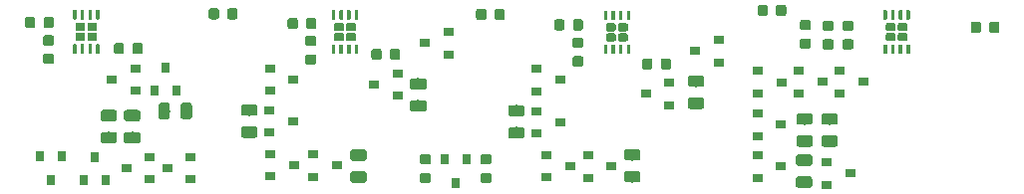
<source format=gbr>
G04 #@! TF.GenerationSoftware,KiCad,Pcbnew,(5.1.2)-2*
G04 #@! TF.CreationDate,2020-01-05T19:11:53-05:00*
G04 #@! TF.ProjectId,AddressableLED,41646472-6573-4736-9162-6c654c45442e,rev?*
G04 #@! TF.SameCoordinates,Original*
G04 #@! TF.FileFunction,Paste,Top*
G04 #@! TF.FilePolarity,Positive*
%FSLAX46Y46*%
G04 Gerber Fmt 4.6, Leading zero omitted, Abs format (unit mm)*
G04 Created by KiCad (PCBNEW (5.1.2)-2) date 2020-01-05 19:11:53*
%MOMM*%
%LPD*%
G04 APERTURE LIST*
%ADD10C,0.100000*%
%ADD11C,0.875000*%
%ADD12C,0.300000*%
%ADD13C,0.690000*%
%ADD14R,0.800000X0.900000*%
%ADD15R,0.900000X0.800000*%
%ADD16C,0.975000*%
G04 APERTURE END LIST*
D10*
G36*
X142556391Y-95080853D02*
G01*
X142577626Y-95084003D01*
X142598450Y-95089219D01*
X142618662Y-95096451D01*
X142638068Y-95105630D01*
X142656481Y-95116666D01*
X142673724Y-95129454D01*
X142689630Y-95143870D01*
X142704046Y-95159776D01*
X142716834Y-95177019D01*
X142727870Y-95195432D01*
X142737049Y-95214838D01*
X142744281Y-95235050D01*
X142749497Y-95255874D01*
X142752647Y-95277109D01*
X142753700Y-95298550D01*
X142753700Y-95811050D01*
X142752647Y-95832491D01*
X142749497Y-95853726D01*
X142744281Y-95874550D01*
X142737049Y-95894762D01*
X142727870Y-95914168D01*
X142716834Y-95932581D01*
X142704046Y-95949824D01*
X142689630Y-95965730D01*
X142673724Y-95980146D01*
X142656481Y-95992934D01*
X142638068Y-96003970D01*
X142618662Y-96013149D01*
X142598450Y-96020381D01*
X142577626Y-96025597D01*
X142556391Y-96028747D01*
X142534950Y-96029800D01*
X142097450Y-96029800D01*
X142076009Y-96028747D01*
X142054774Y-96025597D01*
X142033950Y-96020381D01*
X142013738Y-96013149D01*
X141994332Y-96003970D01*
X141975919Y-95992934D01*
X141958676Y-95980146D01*
X141942770Y-95965730D01*
X141928354Y-95949824D01*
X141915566Y-95932581D01*
X141904530Y-95914168D01*
X141895351Y-95894762D01*
X141888119Y-95874550D01*
X141882903Y-95853726D01*
X141879753Y-95832491D01*
X141878700Y-95811050D01*
X141878700Y-95298550D01*
X141879753Y-95277109D01*
X141882903Y-95255874D01*
X141888119Y-95235050D01*
X141895351Y-95214838D01*
X141904530Y-95195432D01*
X141915566Y-95177019D01*
X141928354Y-95159776D01*
X141942770Y-95143870D01*
X141958676Y-95129454D01*
X141975919Y-95116666D01*
X141994332Y-95105630D01*
X142013738Y-95096451D01*
X142033950Y-95089219D01*
X142054774Y-95084003D01*
X142076009Y-95080853D01*
X142097450Y-95079800D01*
X142534950Y-95079800D01*
X142556391Y-95080853D01*
X142556391Y-95080853D01*
G37*
D11*
X142316200Y-95554800D03*
D10*
G36*
X144131391Y-95080853D02*
G01*
X144152626Y-95084003D01*
X144173450Y-95089219D01*
X144193662Y-95096451D01*
X144213068Y-95105630D01*
X144231481Y-95116666D01*
X144248724Y-95129454D01*
X144264630Y-95143870D01*
X144279046Y-95159776D01*
X144291834Y-95177019D01*
X144302870Y-95195432D01*
X144312049Y-95214838D01*
X144319281Y-95235050D01*
X144324497Y-95255874D01*
X144327647Y-95277109D01*
X144328700Y-95298550D01*
X144328700Y-95811050D01*
X144327647Y-95832491D01*
X144324497Y-95853726D01*
X144319281Y-95874550D01*
X144312049Y-95894762D01*
X144302870Y-95914168D01*
X144291834Y-95932581D01*
X144279046Y-95949824D01*
X144264630Y-95965730D01*
X144248724Y-95980146D01*
X144231481Y-95992934D01*
X144213068Y-96003970D01*
X144193662Y-96013149D01*
X144173450Y-96020381D01*
X144152626Y-96025597D01*
X144131391Y-96028747D01*
X144109950Y-96029800D01*
X143672450Y-96029800D01*
X143651009Y-96028747D01*
X143629774Y-96025597D01*
X143608950Y-96020381D01*
X143588738Y-96013149D01*
X143569332Y-96003970D01*
X143550919Y-95992934D01*
X143533676Y-95980146D01*
X143517770Y-95965730D01*
X143503354Y-95949824D01*
X143490566Y-95932581D01*
X143479530Y-95914168D01*
X143470351Y-95894762D01*
X143463119Y-95874550D01*
X143457903Y-95853726D01*
X143454753Y-95832491D01*
X143453700Y-95811050D01*
X143453700Y-95298550D01*
X143454753Y-95277109D01*
X143457903Y-95255874D01*
X143463119Y-95235050D01*
X143470351Y-95214838D01*
X143479530Y-95195432D01*
X143490566Y-95177019D01*
X143503354Y-95159776D01*
X143517770Y-95143870D01*
X143533676Y-95129454D01*
X143550919Y-95116666D01*
X143569332Y-95105630D01*
X143588738Y-95096451D01*
X143608950Y-95089219D01*
X143629774Y-95084003D01*
X143651009Y-95080853D01*
X143672450Y-95079800D01*
X144109950Y-95079800D01*
X144131391Y-95080853D01*
X144131391Y-95080853D01*
G37*
D11*
X143891200Y-95554800D03*
D10*
G36*
X119861291Y-95030053D02*
G01*
X119882526Y-95033203D01*
X119903350Y-95038419D01*
X119923562Y-95045651D01*
X119942968Y-95054830D01*
X119961381Y-95065866D01*
X119978624Y-95078654D01*
X119994530Y-95093070D01*
X120008946Y-95108976D01*
X120021734Y-95126219D01*
X120032770Y-95144632D01*
X120041949Y-95164038D01*
X120049181Y-95184250D01*
X120054397Y-95205074D01*
X120057547Y-95226309D01*
X120058600Y-95247750D01*
X120058600Y-95760250D01*
X120057547Y-95781691D01*
X120054397Y-95802926D01*
X120049181Y-95823750D01*
X120041949Y-95843962D01*
X120032770Y-95863368D01*
X120021734Y-95881781D01*
X120008946Y-95899024D01*
X119994530Y-95914930D01*
X119978624Y-95929346D01*
X119961381Y-95942134D01*
X119942968Y-95953170D01*
X119923562Y-95962349D01*
X119903350Y-95969581D01*
X119882526Y-95974797D01*
X119861291Y-95977947D01*
X119839850Y-95979000D01*
X119402350Y-95979000D01*
X119380909Y-95977947D01*
X119359674Y-95974797D01*
X119338850Y-95969581D01*
X119318638Y-95962349D01*
X119299232Y-95953170D01*
X119280819Y-95942134D01*
X119263576Y-95929346D01*
X119247670Y-95914930D01*
X119233254Y-95899024D01*
X119220466Y-95881781D01*
X119209430Y-95863368D01*
X119200251Y-95843962D01*
X119193019Y-95823750D01*
X119187803Y-95802926D01*
X119184653Y-95781691D01*
X119183600Y-95760250D01*
X119183600Y-95247750D01*
X119184653Y-95226309D01*
X119187803Y-95205074D01*
X119193019Y-95184250D01*
X119200251Y-95164038D01*
X119209430Y-95144632D01*
X119220466Y-95126219D01*
X119233254Y-95108976D01*
X119247670Y-95093070D01*
X119263576Y-95078654D01*
X119280819Y-95065866D01*
X119299232Y-95054830D01*
X119318638Y-95045651D01*
X119338850Y-95038419D01*
X119359674Y-95033203D01*
X119380909Y-95030053D01*
X119402350Y-95029000D01*
X119839850Y-95029000D01*
X119861291Y-95030053D01*
X119861291Y-95030053D01*
G37*
D11*
X119621100Y-95504000D03*
D10*
G36*
X121436291Y-95030053D02*
G01*
X121457526Y-95033203D01*
X121478350Y-95038419D01*
X121498562Y-95045651D01*
X121517968Y-95054830D01*
X121536381Y-95065866D01*
X121553624Y-95078654D01*
X121569530Y-95093070D01*
X121583946Y-95108976D01*
X121596734Y-95126219D01*
X121607770Y-95144632D01*
X121616949Y-95164038D01*
X121624181Y-95184250D01*
X121629397Y-95205074D01*
X121632547Y-95226309D01*
X121633600Y-95247750D01*
X121633600Y-95760250D01*
X121632547Y-95781691D01*
X121629397Y-95802926D01*
X121624181Y-95823750D01*
X121616949Y-95843962D01*
X121607770Y-95863368D01*
X121596734Y-95881781D01*
X121583946Y-95899024D01*
X121569530Y-95914930D01*
X121553624Y-95929346D01*
X121536381Y-95942134D01*
X121517968Y-95953170D01*
X121498562Y-95962349D01*
X121478350Y-95969581D01*
X121457526Y-95974797D01*
X121436291Y-95977947D01*
X121414850Y-95979000D01*
X120977350Y-95979000D01*
X120955909Y-95977947D01*
X120934674Y-95974797D01*
X120913850Y-95969581D01*
X120893638Y-95962349D01*
X120874232Y-95953170D01*
X120855819Y-95942134D01*
X120838576Y-95929346D01*
X120822670Y-95914930D01*
X120808254Y-95899024D01*
X120795466Y-95881781D01*
X120784430Y-95863368D01*
X120775251Y-95843962D01*
X120768019Y-95823750D01*
X120762803Y-95802926D01*
X120759653Y-95781691D01*
X120758600Y-95760250D01*
X120758600Y-95247750D01*
X120759653Y-95226309D01*
X120762803Y-95205074D01*
X120768019Y-95184250D01*
X120775251Y-95164038D01*
X120784430Y-95144632D01*
X120795466Y-95126219D01*
X120808254Y-95108976D01*
X120822670Y-95093070D01*
X120838576Y-95078654D01*
X120855819Y-95065866D01*
X120874232Y-95054830D01*
X120893638Y-95045651D01*
X120913850Y-95038419D01*
X120934674Y-95033203D01*
X120955909Y-95030053D01*
X120977350Y-95029000D01*
X121414850Y-95029000D01*
X121436291Y-95030053D01*
X121436291Y-95030053D01*
G37*
D11*
X121196100Y-95504000D03*
D10*
G36*
X166444991Y-94737953D02*
G01*
X166466226Y-94741103D01*
X166487050Y-94746319D01*
X166507262Y-94753551D01*
X166526668Y-94762730D01*
X166545081Y-94773766D01*
X166562324Y-94786554D01*
X166578230Y-94800970D01*
X166592646Y-94816876D01*
X166605434Y-94834119D01*
X166616470Y-94852532D01*
X166625649Y-94871938D01*
X166632881Y-94892150D01*
X166638097Y-94912974D01*
X166641247Y-94934209D01*
X166642300Y-94955650D01*
X166642300Y-95468150D01*
X166641247Y-95489591D01*
X166638097Y-95510826D01*
X166632881Y-95531650D01*
X166625649Y-95551862D01*
X166616470Y-95571268D01*
X166605434Y-95589681D01*
X166592646Y-95606924D01*
X166578230Y-95622830D01*
X166562324Y-95637246D01*
X166545081Y-95650034D01*
X166526668Y-95661070D01*
X166507262Y-95670249D01*
X166487050Y-95677481D01*
X166466226Y-95682697D01*
X166444991Y-95685847D01*
X166423550Y-95686900D01*
X165986050Y-95686900D01*
X165964609Y-95685847D01*
X165943374Y-95682697D01*
X165922550Y-95677481D01*
X165902338Y-95670249D01*
X165882932Y-95661070D01*
X165864519Y-95650034D01*
X165847276Y-95637246D01*
X165831370Y-95622830D01*
X165816954Y-95606924D01*
X165804166Y-95589681D01*
X165793130Y-95571268D01*
X165783951Y-95551862D01*
X165776719Y-95531650D01*
X165771503Y-95510826D01*
X165768353Y-95489591D01*
X165767300Y-95468150D01*
X165767300Y-94955650D01*
X165768353Y-94934209D01*
X165771503Y-94912974D01*
X165776719Y-94892150D01*
X165783951Y-94871938D01*
X165793130Y-94852532D01*
X165804166Y-94834119D01*
X165816954Y-94816876D01*
X165831370Y-94800970D01*
X165847276Y-94786554D01*
X165864519Y-94773766D01*
X165882932Y-94762730D01*
X165902338Y-94753551D01*
X165922550Y-94746319D01*
X165943374Y-94741103D01*
X165964609Y-94737953D01*
X165986050Y-94736900D01*
X166423550Y-94736900D01*
X166444991Y-94737953D01*
X166444991Y-94737953D01*
G37*
D11*
X166204800Y-95211900D03*
D10*
G36*
X168019991Y-94737953D02*
G01*
X168041226Y-94741103D01*
X168062050Y-94746319D01*
X168082262Y-94753551D01*
X168101668Y-94762730D01*
X168120081Y-94773766D01*
X168137324Y-94786554D01*
X168153230Y-94800970D01*
X168167646Y-94816876D01*
X168180434Y-94834119D01*
X168191470Y-94852532D01*
X168200649Y-94871938D01*
X168207881Y-94892150D01*
X168213097Y-94912974D01*
X168216247Y-94934209D01*
X168217300Y-94955650D01*
X168217300Y-95468150D01*
X168216247Y-95489591D01*
X168213097Y-95510826D01*
X168207881Y-95531650D01*
X168200649Y-95551862D01*
X168191470Y-95571268D01*
X168180434Y-95589681D01*
X168167646Y-95606924D01*
X168153230Y-95622830D01*
X168137324Y-95637246D01*
X168120081Y-95650034D01*
X168101668Y-95661070D01*
X168082262Y-95670249D01*
X168062050Y-95677481D01*
X168041226Y-95682697D01*
X168019991Y-95685847D01*
X167998550Y-95686900D01*
X167561050Y-95686900D01*
X167539609Y-95685847D01*
X167518374Y-95682697D01*
X167497550Y-95677481D01*
X167477338Y-95670249D01*
X167457932Y-95661070D01*
X167439519Y-95650034D01*
X167422276Y-95637246D01*
X167406370Y-95622830D01*
X167391954Y-95606924D01*
X167379166Y-95589681D01*
X167368130Y-95571268D01*
X167358951Y-95551862D01*
X167351719Y-95531650D01*
X167346503Y-95510826D01*
X167343353Y-95489591D01*
X167342300Y-95468150D01*
X167342300Y-94955650D01*
X167343353Y-94934209D01*
X167346503Y-94912974D01*
X167351719Y-94892150D01*
X167358951Y-94871938D01*
X167368130Y-94852532D01*
X167379166Y-94834119D01*
X167391954Y-94816876D01*
X167406370Y-94800970D01*
X167422276Y-94786554D01*
X167439519Y-94773766D01*
X167457932Y-94762730D01*
X167477338Y-94753551D01*
X167497550Y-94746319D01*
X167518374Y-94741103D01*
X167539609Y-94737953D01*
X167561050Y-94736900D01*
X167998550Y-94736900D01*
X168019991Y-94737953D01*
X168019991Y-94737953D01*
G37*
D11*
X167779800Y-95211900D03*
D10*
G36*
X186130191Y-96173053D02*
G01*
X186151426Y-96176203D01*
X186172250Y-96181419D01*
X186192462Y-96188651D01*
X186211868Y-96197830D01*
X186230281Y-96208866D01*
X186247524Y-96221654D01*
X186263430Y-96236070D01*
X186277846Y-96251976D01*
X186290634Y-96269219D01*
X186301670Y-96287632D01*
X186310849Y-96307038D01*
X186318081Y-96327250D01*
X186323297Y-96348074D01*
X186326447Y-96369309D01*
X186327500Y-96390750D01*
X186327500Y-96903250D01*
X186326447Y-96924691D01*
X186323297Y-96945926D01*
X186318081Y-96966750D01*
X186310849Y-96986962D01*
X186301670Y-97006368D01*
X186290634Y-97024781D01*
X186277846Y-97042024D01*
X186263430Y-97057930D01*
X186247524Y-97072346D01*
X186230281Y-97085134D01*
X186211868Y-97096170D01*
X186192462Y-97105349D01*
X186172250Y-97112581D01*
X186151426Y-97117797D01*
X186130191Y-97120947D01*
X186108750Y-97122000D01*
X185671250Y-97122000D01*
X185649809Y-97120947D01*
X185628574Y-97117797D01*
X185607750Y-97112581D01*
X185587538Y-97105349D01*
X185568132Y-97096170D01*
X185549719Y-97085134D01*
X185532476Y-97072346D01*
X185516570Y-97057930D01*
X185502154Y-97042024D01*
X185489366Y-97024781D01*
X185478330Y-97006368D01*
X185469151Y-96986962D01*
X185461919Y-96966750D01*
X185456703Y-96945926D01*
X185453553Y-96924691D01*
X185452500Y-96903250D01*
X185452500Y-96390750D01*
X185453553Y-96369309D01*
X185456703Y-96348074D01*
X185461919Y-96327250D01*
X185469151Y-96307038D01*
X185478330Y-96287632D01*
X185489366Y-96269219D01*
X185502154Y-96251976D01*
X185516570Y-96236070D01*
X185532476Y-96221654D01*
X185549719Y-96208866D01*
X185568132Y-96197830D01*
X185587538Y-96188651D01*
X185607750Y-96181419D01*
X185628574Y-96176203D01*
X185649809Y-96173053D01*
X185671250Y-96172000D01*
X186108750Y-96172000D01*
X186130191Y-96173053D01*
X186130191Y-96173053D01*
G37*
D11*
X185890000Y-96647000D03*
D10*
G36*
X184555191Y-96173053D02*
G01*
X184576426Y-96176203D01*
X184597250Y-96181419D01*
X184617462Y-96188651D01*
X184636868Y-96197830D01*
X184655281Y-96208866D01*
X184672524Y-96221654D01*
X184688430Y-96236070D01*
X184702846Y-96251976D01*
X184715634Y-96269219D01*
X184726670Y-96287632D01*
X184735849Y-96307038D01*
X184743081Y-96327250D01*
X184748297Y-96348074D01*
X184751447Y-96369309D01*
X184752500Y-96390750D01*
X184752500Y-96903250D01*
X184751447Y-96924691D01*
X184748297Y-96945926D01*
X184743081Y-96966750D01*
X184735849Y-96986962D01*
X184726670Y-97006368D01*
X184715634Y-97024781D01*
X184702846Y-97042024D01*
X184688430Y-97057930D01*
X184672524Y-97072346D01*
X184655281Y-97085134D01*
X184636868Y-97096170D01*
X184617462Y-97105349D01*
X184597250Y-97112581D01*
X184576426Y-97117797D01*
X184555191Y-97120947D01*
X184533750Y-97122000D01*
X184096250Y-97122000D01*
X184074809Y-97120947D01*
X184053574Y-97117797D01*
X184032750Y-97112581D01*
X184012538Y-97105349D01*
X183993132Y-97096170D01*
X183974719Y-97085134D01*
X183957476Y-97072346D01*
X183941570Y-97057930D01*
X183927154Y-97042024D01*
X183914366Y-97024781D01*
X183903330Y-97006368D01*
X183894151Y-96986962D01*
X183886919Y-96966750D01*
X183881703Y-96945926D01*
X183878553Y-96924691D01*
X183877500Y-96903250D01*
X183877500Y-96390750D01*
X183878553Y-96369309D01*
X183881703Y-96348074D01*
X183886919Y-96327250D01*
X183894151Y-96307038D01*
X183903330Y-96287632D01*
X183914366Y-96269219D01*
X183927154Y-96251976D01*
X183941570Y-96236070D01*
X183957476Y-96221654D01*
X183974719Y-96208866D01*
X183993132Y-96197830D01*
X184012538Y-96188651D01*
X184032750Y-96181419D01*
X184053574Y-96176203D01*
X184074809Y-96173053D01*
X184096250Y-96172000D01*
X184533750Y-96172000D01*
X184555191Y-96173053D01*
X184555191Y-96173053D01*
G37*
D11*
X184315000Y-96647000D03*
D10*
G36*
X109830851Y-98085161D02*
G01*
X109838132Y-98086241D01*
X109845271Y-98088029D01*
X109852201Y-98090509D01*
X109858855Y-98093656D01*
X109865168Y-98097440D01*
X109871079Y-98101824D01*
X109876533Y-98106767D01*
X109881476Y-98112221D01*
X109885860Y-98118132D01*
X109889644Y-98124445D01*
X109892791Y-98131099D01*
X109895271Y-98138029D01*
X109897059Y-98145168D01*
X109898139Y-98152449D01*
X109898500Y-98159800D01*
X109898500Y-98809800D01*
X109898139Y-98817151D01*
X109897059Y-98824432D01*
X109895271Y-98831571D01*
X109892791Y-98838501D01*
X109889644Y-98845155D01*
X109885860Y-98851468D01*
X109881476Y-98857379D01*
X109876533Y-98862833D01*
X109871079Y-98867776D01*
X109865168Y-98872160D01*
X109858855Y-98875944D01*
X109852201Y-98879091D01*
X109845271Y-98881571D01*
X109838132Y-98883359D01*
X109830851Y-98884439D01*
X109823500Y-98884800D01*
X109673500Y-98884800D01*
X109666149Y-98884439D01*
X109658868Y-98883359D01*
X109651729Y-98881571D01*
X109644799Y-98879091D01*
X109638145Y-98875944D01*
X109631832Y-98872160D01*
X109625921Y-98867776D01*
X109620467Y-98862833D01*
X109615524Y-98857379D01*
X109611140Y-98851468D01*
X109607356Y-98845155D01*
X109604209Y-98838501D01*
X109601729Y-98831571D01*
X109599941Y-98824432D01*
X109598861Y-98817151D01*
X109598500Y-98809800D01*
X109598500Y-98159800D01*
X109598861Y-98152449D01*
X109599941Y-98145168D01*
X109601729Y-98138029D01*
X109604209Y-98131099D01*
X109607356Y-98124445D01*
X109611140Y-98118132D01*
X109615524Y-98112221D01*
X109620467Y-98106767D01*
X109625921Y-98101824D01*
X109631832Y-98097440D01*
X109638145Y-98093656D01*
X109644799Y-98090509D01*
X109651729Y-98088029D01*
X109658868Y-98086241D01*
X109666149Y-98085161D01*
X109673500Y-98084800D01*
X109823500Y-98084800D01*
X109830851Y-98085161D01*
X109830851Y-98085161D01*
G37*
D12*
X109748500Y-98484800D03*
D10*
G36*
X109180851Y-98085161D02*
G01*
X109188132Y-98086241D01*
X109195271Y-98088029D01*
X109202201Y-98090509D01*
X109208855Y-98093656D01*
X109215168Y-98097440D01*
X109221079Y-98101824D01*
X109226533Y-98106767D01*
X109231476Y-98112221D01*
X109235860Y-98118132D01*
X109239644Y-98124445D01*
X109242791Y-98131099D01*
X109245271Y-98138029D01*
X109247059Y-98145168D01*
X109248139Y-98152449D01*
X109248500Y-98159800D01*
X109248500Y-98809800D01*
X109248139Y-98817151D01*
X109247059Y-98824432D01*
X109245271Y-98831571D01*
X109242791Y-98838501D01*
X109239644Y-98845155D01*
X109235860Y-98851468D01*
X109231476Y-98857379D01*
X109226533Y-98862833D01*
X109221079Y-98867776D01*
X109215168Y-98872160D01*
X109208855Y-98875944D01*
X109202201Y-98879091D01*
X109195271Y-98881571D01*
X109188132Y-98883359D01*
X109180851Y-98884439D01*
X109173500Y-98884800D01*
X109023500Y-98884800D01*
X109016149Y-98884439D01*
X109008868Y-98883359D01*
X109001729Y-98881571D01*
X108994799Y-98879091D01*
X108988145Y-98875944D01*
X108981832Y-98872160D01*
X108975921Y-98867776D01*
X108970467Y-98862833D01*
X108965524Y-98857379D01*
X108961140Y-98851468D01*
X108957356Y-98845155D01*
X108954209Y-98838501D01*
X108951729Y-98831571D01*
X108949941Y-98824432D01*
X108948861Y-98817151D01*
X108948500Y-98809800D01*
X108948500Y-98159800D01*
X108948861Y-98152449D01*
X108949941Y-98145168D01*
X108951729Y-98138029D01*
X108954209Y-98131099D01*
X108957356Y-98124445D01*
X108961140Y-98118132D01*
X108965524Y-98112221D01*
X108970467Y-98106767D01*
X108975921Y-98101824D01*
X108981832Y-98097440D01*
X108988145Y-98093656D01*
X108994799Y-98090509D01*
X109001729Y-98088029D01*
X109008868Y-98086241D01*
X109016149Y-98085161D01*
X109023500Y-98084800D01*
X109173500Y-98084800D01*
X109180851Y-98085161D01*
X109180851Y-98085161D01*
G37*
D12*
X109098500Y-98484800D03*
D10*
G36*
X108530851Y-98085161D02*
G01*
X108538132Y-98086241D01*
X108545271Y-98088029D01*
X108552201Y-98090509D01*
X108558855Y-98093656D01*
X108565168Y-98097440D01*
X108571079Y-98101824D01*
X108576533Y-98106767D01*
X108581476Y-98112221D01*
X108585860Y-98118132D01*
X108589644Y-98124445D01*
X108592791Y-98131099D01*
X108595271Y-98138029D01*
X108597059Y-98145168D01*
X108598139Y-98152449D01*
X108598500Y-98159800D01*
X108598500Y-98809800D01*
X108598139Y-98817151D01*
X108597059Y-98824432D01*
X108595271Y-98831571D01*
X108592791Y-98838501D01*
X108589644Y-98845155D01*
X108585860Y-98851468D01*
X108581476Y-98857379D01*
X108576533Y-98862833D01*
X108571079Y-98867776D01*
X108565168Y-98872160D01*
X108558855Y-98875944D01*
X108552201Y-98879091D01*
X108545271Y-98881571D01*
X108538132Y-98883359D01*
X108530851Y-98884439D01*
X108523500Y-98884800D01*
X108373500Y-98884800D01*
X108366149Y-98884439D01*
X108358868Y-98883359D01*
X108351729Y-98881571D01*
X108344799Y-98879091D01*
X108338145Y-98875944D01*
X108331832Y-98872160D01*
X108325921Y-98867776D01*
X108320467Y-98862833D01*
X108315524Y-98857379D01*
X108311140Y-98851468D01*
X108307356Y-98845155D01*
X108304209Y-98838501D01*
X108301729Y-98831571D01*
X108299941Y-98824432D01*
X108298861Y-98817151D01*
X108298500Y-98809800D01*
X108298500Y-98159800D01*
X108298861Y-98152449D01*
X108299941Y-98145168D01*
X108301729Y-98138029D01*
X108304209Y-98131099D01*
X108307356Y-98124445D01*
X108311140Y-98118132D01*
X108315524Y-98112221D01*
X108320467Y-98106767D01*
X108325921Y-98101824D01*
X108331832Y-98097440D01*
X108338145Y-98093656D01*
X108344799Y-98090509D01*
X108351729Y-98088029D01*
X108358868Y-98086241D01*
X108366149Y-98085161D01*
X108373500Y-98084800D01*
X108523500Y-98084800D01*
X108530851Y-98085161D01*
X108530851Y-98085161D01*
G37*
D12*
X108448500Y-98484800D03*
D10*
G36*
X107880851Y-98085161D02*
G01*
X107888132Y-98086241D01*
X107895271Y-98088029D01*
X107902201Y-98090509D01*
X107908855Y-98093656D01*
X107915168Y-98097440D01*
X107921079Y-98101824D01*
X107926533Y-98106767D01*
X107931476Y-98112221D01*
X107935860Y-98118132D01*
X107939644Y-98124445D01*
X107942791Y-98131099D01*
X107945271Y-98138029D01*
X107947059Y-98145168D01*
X107948139Y-98152449D01*
X107948500Y-98159800D01*
X107948500Y-98809800D01*
X107948139Y-98817151D01*
X107947059Y-98824432D01*
X107945271Y-98831571D01*
X107942791Y-98838501D01*
X107939644Y-98845155D01*
X107935860Y-98851468D01*
X107931476Y-98857379D01*
X107926533Y-98862833D01*
X107921079Y-98867776D01*
X107915168Y-98872160D01*
X107908855Y-98875944D01*
X107902201Y-98879091D01*
X107895271Y-98881571D01*
X107888132Y-98883359D01*
X107880851Y-98884439D01*
X107873500Y-98884800D01*
X107723500Y-98884800D01*
X107716149Y-98884439D01*
X107708868Y-98883359D01*
X107701729Y-98881571D01*
X107694799Y-98879091D01*
X107688145Y-98875944D01*
X107681832Y-98872160D01*
X107675921Y-98867776D01*
X107670467Y-98862833D01*
X107665524Y-98857379D01*
X107661140Y-98851468D01*
X107657356Y-98845155D01*
X107654209Y-98838501D01*
X107651729Y-98831571D01*
X107649941Y-98824432D01*
X107648861Y-98817151D01*
X107648500Y-98809800D01*
X107648500Y-98159800D01*
X107648861Y-98152449D01*
X107649941Y-98145168D01*
X107651729Y-98138029D01*
X107654209Y-98131099D01*
X107657356Y-98124445D01*
X107661140Y-98118132D01*
X107665524Y-98112221D01*
X107670467Y-98106767D01*
X107675921Y-98101824D01*
X107681832Y-98097440D01*
X107688145Y-98093656D01*
X107694799Y-98090509D01*
X107701729Y-98088029D01*
X107708868Y-98086241D01*
X107716149Y-98085161D01*
X107723500Y-98084800D01*
X107873500Y-98084800D01*
X107880851Y-98085161D01*
X107880851Y-98085161D01*
G37*
D12*
X107798500Y-98484800D03*
D10*
G36*
X107880851Y-95185161D02*
G01*
X107888132Y-95186241D01*
X107895271Y-95188029D01*
X107902201Y-95190509D01*
X107908855Y-95193656D01*
X107915168Y-95197440D01*
X107921079Y-95201824D01*
X107926533Y-95206767D01*
X107931476Y-95212221D01*
X107935860Y-95218132D01*
X107939644Y-95224445D01*
X107942791Y-95231099D01*
X107945271Y-95238029D01*
X107947059Y-95245168D01*
X107948139Y-95252449D01*
X107948500Y-95259800D01*
X107948500Y-95909800D01*
X107948139Y-95917151D01*
X107947059Y-95924432D01*
X107945271Y-95931571D01*
X107942791Y-95938501D01*
X107939644Y-95945155D01*
X107935860Y-95951468D01*
X107931476Y-95957379D01*
X107926533Y-95962833D01*
X107921079Y-95967776D01*
X107915168Y-95972160D01*
X107908855Y-95975944D01*
X107902201Y-95979091D01*
X107895271Y-95981571D01*
X107888132Y-95983359D01*
X107880851Y-95984439D01*
X107873500Y-95984800D01*
X107723500Y-95984800D01*
X107716149Y-95984439D01*
X107708868Y-95983359D01*
X107701729Y-95981571D01*
X107694799Y-95979091D01*
X107688145Y-95975944D01*
X107681832Y-95972160D01*
X107675921Y-95967776D01*
X107670467Y-95962833D01*
X107665524Y-95957379D01*
X107661140Y-95951468D01*
X107657356Y-95945155D01*
X107654209Y-95938501D01*
X107651729Y-95931571D01*
X107649941Y-95924432D01*
X107648861Y-95917151D01*
X107648500Y-95909800D01*
X107648500Y-95259800D01*
X107648861Y-95252449D01*
X107649941Y-95245168D01*
X107651729Y-95238029D01*
X107654209Y-95231099D01*
X107657356Y-95224445D01*
X107661140Y-95218132D01*
X107665524Y-95212221D01*
X107670467Y-95206767D01*
X107675921Y-95201824D01*
X107681832Y-95197440D01*
X107688145Y-95193656D01*
X107694799Y-95190509D01*
X107701729Y-95188029D01*
X107708868Y-95186241D01*
X107716149Y-95185161D01*
X107723500Y-95184800D01*
X107873500Y-95184800D01*
X107880851Y-95185161D01*
X107880851Y-95185161D01*
G37*
D12*
X107798500Y-95584800D03*
D10*
G36*
X108530851Y-95185161D02*
G01*
X108538132Y-95186241D01*
X108545271Y-95188029D01*
X108552201Y-95190509D01*
X108558855Y-95193656D01*
X108565168Y-95197440D01*
X108571079Y-95201824D01*
X108576533Y-95206767D01*
X108581476Y-95212221D01*
X108585860Y-95218132D01*
X108589644Y-95224445D01*
X108592791Y-95231099D01*
X108595271Y-95238029D01*
X108597059Y-95245168D01*
X108598139Y-95252449D01*
X108598500Y-95259800D01*
X108598500Y-95909800D01*
X108598139Y-95917151D01*
X108597059Y-95924432D01*
X108595271Y-95931571D01*
X108592791Y-95938501D01*
X108589644Y-95945155D01*
X108585860Y-95951468D01*
X108581476Y-95957379D01*
X108576533Y-95962833D01*
X108571079Y-95967776D01*
X108565168Y-95972160D01*
X108558855Y-95975944D01*
X108552201Y-95979091D01*
X108545271Y-95981571D01*
X108538132Y-95983359D01*
X108530851Y-95984439D01*
X108523500Y-95984800D01*
X108373500Y-95984800D01*
X108366149Y-95984439D01*
X108358868Y-95983359D01*
X108351729Y-95981571D01*
X108344799Y-95979091D01*
X108338145Y-95975944D01*
X108331832Y-95972160D01*
X108325921Y-95967776D01*
X108320467Y-95962833D01*
X108315524Y-95957379D01*
X108311140Y-95951468D01*
X108307356Y-95945155D01*
X108304209Y-95938501D01*
X108301729Y-95931571D01*
X108299941Y-95924432D01*
X108298861Y-95917151D01*
X108298500Y-95909800D01*
X108298500Y-95259800D01*
X108298861Y-95252449D01*
X108299941Y-95245168D01*
X108301729Y-95238029D01*
X108304209Y-95231099D01*
X108307356Y-95224445D01*
X108311140Y-95218132D01*
X108315524Y-95212221D01*
X108320467Y-95206767D01*
X108325921Y-95201824D01*
X108331832Y-95197440D01*
X108338145Y-95193656D01*
X108344799Y-95190509D01*
X108351729Y-95188029D01*
X108358868Y-95186241D01*
X108366149Y-95185161D01*
X108373500Y-95184800D01*
X108523500Y-95184800D01*
X108530851Y-95185161D01*
X108530851Y-95185161D01*
G37*
D12*
X108448500Y-95584800D03*
D10*
G36*
X109180851Y-95185161D02*
G01*
X109188132Y-95186241D01*
X109195271Y-95188029D01*
X109202201Y-95190509D01*
X109208855Y-95193656D01*
X109215168Y-95197440D01*
X109221079Y-95201824D01*
X109226533Y-95206767D01*
X109231476Y-95212221D01*
X109235860Y-95218132D01*
X109239644Y-95224445D01*
X109242791Y-95231099D01*
X109245271Y-95238029D01*
X109247059Y-95245168D01*
X109248139Y-95252449D01*
X109248500Y-95259800D01*
X109248500Y-95909800D01*
X109248139Y-95917151D01*
X109247059Y-95924432D01*
X109245271Y-95931571D01*
X109242791Y-95938501D01*
X109239644Y-95945155D01*
X109235860Y-95951468D01*
X109231476Y-95957379D01*
X109226533Y-95962833D01*
X109221079Y-95967776D01*
X109215168Y-95972160D01*
X109208855Y-95975944D01*
X109202201Y-95979091D01*
X109195271Y-95981571D01*
X109188132Y-95983359D01*
X109180851Y-95984439D01*
X109173500Y-95984800D01*
X109023500Y-95984800D01*
X109016149Y-95984439D01*
X109008868Y-95983359D01*
X109001729Y-95981571D01*
X108994799Y-95979091D01*
X108988145Y-95975944D01*
X108981832Y-95972160D01*
X108975921Y-95967776D01*
X108970467Y-95962833D01*
X108965524Y-95957379D01*
X108961140Y-95951468D01*
X108957356Y-95945155D01*
X108954209Y-95938501D01*
X108951729Y-95931571D01*
X108949941Y-95924432D01*
X108948861Y-95917151D01*
X108948500Y-95909800D01*
X108948500Y-95259800D01*
X108948861Y-95252449D01*
X108949941Y-95245168D01*
X108951729Y-95238029D01*
X108954209Y-95231099D01*
X108957356Y-95224445D01*
X108961140Y-95218132D01*
X108965524Y-95212221D01*
X108970467Y-95206767D01*
X108975921Y-95201824D01*
X108981832Y-95197440D01*
X108988145Y-95193656D01*
X108994799Y-95190509D01*
X109001729Y-95188029D01*
X109008868Y-95186241D01*
X109016149Y-95185161D01*
X109023500Y-95184800D01*
X109173500Y-95184800D01*
X109180851Y-95185161D01*
X109180851Y-95185161D01*
G37*
D12*
X109098500Y-95584800D03*
D10*
G36*
X109830851Y-95185161D02*
G01*
X109838132Y-95186241D01*
X109845271Y-95188029D01*
X109852201Y-95190509D01*
X109858855Y-95193656D01*
X109865168Y-95197440D01*
X109871079Y-95201824D01*
X109876533Y-95206767D01*
X109881476Y-95212221D01*
X109885860Y-95218132D01*
X109889644Y-95224445D01*
X109892791Y-95231099D01*
X109895271Y-95238029D01*
X109897059Y-95245168D01*
X109898139Y-95252449D01*
X109898500Y-95259800D01*
X109898500Y-95909800D01*
X109898139Y-95917151D01*
X109897059Y-95924432D01*
X109895271Y-95931571D01*
X109892791Y-95938501D01*
X109889644Y-95945155D01*
X109885860Y-95951468D01*
X109881476Y-95957379D01*
X109876533Y-95962833D01*
X109871079Y-95967776D01*
X109865168Y-95972160D01*
X109858855Y-95975944D01*
X109852201Y-95979091D01*
X109845271Y-95981571D01*
X109838132Y-95983359D01*
X109830851Y-95984439D01*
X109823500Y-95984800D01*
X109673500Y-95984800D01*
X109666149Y-95984439D01*
X109658868Y-95983359D01*
X109651729Y-95981571D01*
X109644799Y-95979091D01*
X109638145Y-95975944D01*
X109631832Y-95972160D01*
X109625921Y-95967776D01*
X109620467Y-95962833D01*
X109615524Y-95957379D01*
X109611140Y-95951468D01*
X109607356Y-95945155D01*
X109604209Y-95938501D01*
X109601729Y-95931571D01*
X109599941Y-95924432D01*
X109598861Y-95917151D01*
X109598500Y-95909800D01*
X109598500Y-95259800D01*
X109598861Y-95252449D01*
X109599941Y-95245168D01*
X109601729Y-95238029D01*
X109604209Y-95231099D01*
X109607356Y-95224445D01*
X109611140Y-95218132D01*
X109615524Y-95212221D01*
X109620467Y-95206767D01*
X109625921Y-95201824D01*
X109631832Y-95197440D01*
X109638145Y-95193656D01*
X109644799Y-95190509D01*
X109651729Y-95188029D01*
X109658868Y-95186241D01*
X109666149Y-95185161D01*
X109673500Y-95184800D01*
X109823500Y-95184800D01*
X109830851Y-95185161D01*
X109830851Y-95185161D01*
G37*
D12*
X109748500Y-95584800D03*
D10*
G36*
X108522908Y-97115631D02*
G01*
X108539653Y-97118115D01*
X108556074Y-97122228D01*
X108572013Y-97127931D01*
X108587316Y-97135169D01*
X108601836Y-97143871D01*
X108615433Y-97153956D01*
X108627976Y-97165324D01*
X108639344Y-97177867D01*
X108649429Y-97191464D01*
X108658131Y-97205984D01*
X108665369Y-97221287D01*
X108671072Y-97237226D01*
X108675185Y-97253647D01*
X108677669Y-97270392D01*
X108678500Y-97287300D01*
X108678500Y-97632300D01*
X108677669Y-97649208D01*
X108675185Y-97665953D01*
X108671072Y-97682374D01*
X108665369Y-97698313D01*
X108658131Y-97713616D01*
X108649429Y-97728136D01*
X108639344Y-97741733D01*
X108627976Y-97754276D01*
X108615433Y-97765644D01*
X108601836Y-97775729D01*
X108587316Y-97784431D01*
X108572013Y-97791669D01*
X108556074Y-97797372D01*
X108539653Y-97801485D01*
X108522908Y-97803969D01*
X108506000Y-97804800D01*
X108021000Y-97804800D01*
X108004092Y-97803969D01*
X107987347Y-97801485D01*
X107970926Y-97797372D01*
X107954987Y-97791669D01*
X107939684Y-97784431D01*
X107925164Y-97775729D01*
X107911567Y-97765644D01*
X107899024Y-97754276D01*
X107887656Y-97741733D01*
X107877571Y-97728136D01*
X107868869Y-97713616D01*
X107861631Y-97698313D01*
X107855928Y-97682374D01*
X107851815Y-97665953D01*
X107849331Y-97649208D01*
X107848500Y-97632300D01*
X107848500Y-97287300D01*
X107849331Y-97270392D01*
X107851815Y-97253647D01*
X107855928Y-97237226D01*
X107861631Y-97221287D01*
X107868869Y-97205984D01*
X107877571Y-97191464D01*
X107887656Y-97177867D01*
X107899024Y-97165324D01*
X107911567Y-97153956D01*
X107925164Y-97143871D01*
X107939684Y-97135169D01*
X107954987Y-97127931D01*
X107970926Y-97122228D01*
X107987347Y-97118115D01*
X108004092Y-97115631D01*
X108021000Y-97114800D01*
X108506000Y-97114800D01*
X108522908Y-97115631D01*
X108522908Y-97115631D01*
G37*
D13*
X108263500Y-97459800D03*
D10*
G36*
X109542908Y-97115631D02*
G01*
X109559653Y-97118115D01*
X109576074Y-97122228D01*
X109592013Y-97127931D01*
X109607316Y-97135169D01*
X109621836Y-97143871D01*
X109635433Y-97153956D01*
X109647976Y-97165324D01*
X109659344Y-97177867D01*
X109669429Y-97191464D01*
X109678131Y-97205984D01*
X109685369Y-97221287D01*
X109691072Y-97237226D01*
X109695185Y-97253647D01*
X109697669Y-97270392D01*
X109698500Y-97287300D01*
X109698500Y-97632300D01*
X109697669Y-97649208D01*
X109695185Y-97665953D01*
X109691072Y-97682374D01*
X109685369Y-97698313D01*
X109678131Y-97713616D01*
X109669429Y-97728136D01*
X109659344Y-97741733D01*
X109647976Y-97754276D01*
X109635433Y-97765644D01*
X109621836Y-97775729D01*
X109607316Y-97784431D01*
X109592013Y-97791669D01*
X109576074Y-97797372D01*
X109559653Y-97801485D01*
X109542908Y-97803969D01*
X109526000Y-97804800D01*
X109041000Y-97804800D01*
X109024092Y-97803969D01*
X109007347Y-97801485D01*
X108990926Y-97797372D01*
X108974987Y-97791669D01*
X108959684Y-97784431D01*
X108945164Y-97775729D01*
X108931567Y-97765644D01*
X108919024Y-97754276D01*
X108907656Y-97741733D01*
X108897571Y-97728136D01*
X108888869Y-97713616D01*
X108881631Y-97698313D01*
X108875928Y-97682374D01*
X108871815Y-97665953D01*
X108869331Y-97649208D01*
X108868500Y-97632300D01*
X108868500Y-97287300D01*
X108869331Y-97270392D01*
X108871815Y-97253647D01*
X108875928Y-97237226D01*
X108881631Y-97221287D01*
X108888869Y-97205984D01*
X108897571Y-97191464D01*
X108907656Y-97177867D01*
X108919024Y-97165324D01*
X108931567Y-97153956D01*
X108945164Y-97143871D01*
X108959684Y-97135169D01*
X108974987Y-97127931D01*
X108990926Y-97122228D01*
X109007347Y-97118115D01*
X109024092Y-97115631D01*
X109041000Y-97114800D01*
X109526000Y-97114800D01*
X109542908Y-97115631D01*
X109542908Y-97115631D01*
G37*
D13*
X109283500Y-97459800D03*
D10*
G36*
X108522908Y-96265631D02*
G01*
X108539653Y-96268115D01*
X108556074Y-96272228D01*
X108572013Y-96277931D01*
X108587316Y-96285169D01*
X108601836Y-96293871D01*
X108615433Y-96303956D01*
X108627976Y-96315324D01*
X108639344Y-96327867D01*
X108649429Y-96341464D01*
X108658131Y-96355984D01*
X108665369Y-96371287D01*
X108671072Y-96387226D01*
X108675185Y-96403647D01*
X108677669Y-96420392D01*
X108678500Y-96437300D01*
X108678500Y-96782300D01*
X108677669Y-96799208D01*
X108675185Y-96815953D01*
X108671072Y-96832374D01*
X108665369Y-96848313D01*
X108658131Y-96863616D01*
X108649429Y-96878136D01*
X108639344Y-96891733D01*
X108627976Y-96904276D01*
X108615433Y-96915644D01*
X108601836Y-96925729D01*
X108587316Y-96934431D01*
X108572013Y-96941669D01*
X108556074Y-96947372D01*
X108539653Y-96951485D01*
X108522908Y-96953969D01*
X108506000Y-96954800D01*
X108021000Y-96954800D01*
X108004092Y-96953969D01*
X107987347Y-96951485D01*
X107970926Y-96947372D01*
X107954987Y-96941669D01*
X107939684Y-96934431D01*
X107925164Y-96925729D01*
X107911567Y-96915644D01*
X107899024Y-96904276D01*
X107887656Y-96891733D01*
X107877571Y-96878136D01*
X107868869Y-96863616D01*
X107861631Y-96848313D01*
X107855928Y-96832374D01*
X107851815Y-96815953D01*
X107849331Y-96799208D01*
X107848500Y-96782300D01*
X107848500Y-96437300D01*
X107849331Y-96420392D01*
X107851815Y-96403647D01*
X107855928Y-96387226D01*
X107861631Y-96371287D01*
X107868869Y-96355984D01*
X107877571Y-96341464D01*
X107887656Y-96327867D01*
X107899024Y-96315324D01*
X107911567Y-96303956D01*
X107925164Y-96293871D01*
X107939684Y-96285169D01*
X107954987Y-96277931D01*
X107970926Y-96272228D01*
X107987347Y-96268115D01*
X108004092Y-96265631D01*
X108021000Y-96264800D01*
X108506000Y-96264800D01*
X108522908Y-96265631D01*
X108522908Y-96265631D01*
G37*
D13*
X108263500Y-96609800D03*
D10*
G36*
X109542908Y-96265631D02*
G01*
X109559653Y-96268115D01*
X109576074Y-96272228D01*
X109592013Y-96277931D01*
X109607316Y-96285169D01*
X109621836Y-96293871D01*
X109635433Y-96303956D01*
X109647976Y-96315324D01*
X109659344Y-96327867D01*
X109669429Y-96341464D01*
X109678131Y-96355984D01*
X109685369Y-96371287D01*
X109691072Y-96387226D01*
X109695185Y-96403647D01*
X109697669Y-96420392D01*
X109698500Y-96437300D01*
X109698500Y-96782300D01*
X109697669Y-96799208D01*
X109695185Y-96815953D01*
X109691072Y-96832374D01*
X109685369Y-96848313D01*
X109678131Y-96863616D01*
X109669429Y-96878136D01*
X109659344Y-96891733D01*
X109647976Y-96904276D01*
X109635433Y-96915644D01*
X109621836Y-96925729D01*
X109607316Y-96934431D01*
X109592013Y-96941669D01*
X109576074Y-96947372D01*
X109559653Y-96951485D01*
X109542908Y-96953969D01*
X109526000Y-96954800D01*
X109041000Y-96954800D01*
X109024092Y-96953969D01*
X109007347Y-96951485D01*
X108990926Y-96947372D01*
X108974987Y-96941669D01*
X108959684Y-96934431D01*
X108945164Y-96925729D01*
X108931567Y-96915644D01*
X108919024Y-96904276D01*
X108907656Y-96891733D01*
X108897571Y-96878136D01*
X108888869Y-96863616D01*
X108881631Y-96848313D01*
X108875928Y-96832374D01*
X108871815Y-96815953D01*
X108869331Y-96799208D01*
X108868500Y-96782300D01*
X108868500Y-96437300D01*
X108869331Y-96420392D01*
X108871815Y-96403647D01*
X108875928Y-96387226D01*
X108881631Y-96371287D01*
X108888869Y-96355984D01*
X108897571Y-96341464D01*
X108907656Y-96327867D01*
X108919024Y-96315324D01*
X108931567Y-96303956D01*
X108945164Y-96293871D01*
X108959684Y-96285169D01*
X108974987Y-96277931D01*
X108990926Y-96272228D01*
X109007347Y-96268115D01*
X109024092Y-96265631D01*
X109041000Y-96264800D01*
X109526000Y-96264800D01*
X109542908Y-96265631D01*
X109542908Y-96265631D01*
G37*
D13*
X109283500Y-96609800D03*
D10*
G36*
X131803851Y-98103761D02*
G01*
X131811132Y-98104841D01*
X131818271Y-98106629D01*
X131825201Y-98109109D01*
X131831855Y-98112256D01*
X131838168Y-98116040D01*
X131844079Y-98120424D01*
X131849533Y-98125367D01*
X131854476Y-98130821D01*
X131858860Y-98136732D01*
X131862644Y-98143045D01*
X131865791Y-98149699D01*
X131868271Y-98156629D01*
X131870059Y-98163768D01*
X131871139Y-98171049D01*
X131871500Y-98178400D01*
X131871500Y-98828400D01*
X131871139Y-98835751D01*
X131870059Y-98843032D01*
X131868271Y-98850171D01*
X131865791Y-98857101D01*
X131862644Y-98863755D01*
X131858860Y-98870068D01*
X131854476Y-98875979D01*
X131849533Y-98881433D01*
X131844079Y-98886376D01*
X131838168Y-98890760D01*
X131831855Y-98894544D01*
X131825201Y-98897691D01*
X131818271Y-98900171D01*
X131811132Y-98901959D01*
X131803851Y-98903039D01*
X131796500Y-98903400D01*
X131646500Y-98903400D01*
X131639149Y-98903039D01*
X131631868Y-98901959D01*
X131624729Y-98900171D01*
X131617799Y-98897691D01*
X131611145Y-98894544D01*
X131604832Y-98890760D01*
X131598921Y-98886376D01*
X131593467Y-98881433D01*
X131588524Y-98875979D01*
X131584140Y-98870068D01*
X131580356Y-98863755D01*
X131577209Y-98857101D01*
X131574729Y-98850171D01*
X131572941Y-98843032D01*
X131571861Y-98835751D01*
X131571500Y-98828400D01*
X131571500Y-98178400D01*
X131571861Y-98171049D01*
X131572941Y-98163768D01*
X131574729Y-98156629D01*
X131577209Y-98149699D01*
X131580356Y-98143045D01*
X131584140Y-98136732D01*
X131588524Y-98130821D01*
X131593467Y-98125367D01*
X131598921Y-98120424D01*
X131604832Y-98116040D01*
X131611145Y-98112256D01*
X131617799Y-98109109D01*
X131624729Y-98106629D01*
X131631868Y-98104841D01*
X131639149Y-98103761D01*
X131646500Y-98103400D01*
X131796500Y-98103400D01*
X131803851Y-98103761D01*
X131803851Y-98103761D01*
G37*
D12*
X131721500Y-98503400D03*
D10*
G36*
X131153851Y-98103761D02*
G01*
X131161132Y-98104841D01*
X131168271Y-98106629D01*
X131175201Y-98109109D01*
X131181855Y-98112256D01*
X131188168Y-98116040D01*
X131194079Y-98120424D01*
X131199533Y-98125367D01*
X131204476Y-98130821D01*
X131208860Y-98136732D01*
X131212644Y-98143045D01*
X131215791Y-98149699D01*
X131218271Y-98156629D01*
X131220059Y-98163768D01*
X131221139Y-98171049D01*
X131221500Y-98178400D01*
X131221500Y-98828400D01*
X131221139Y-98835751D01*
X131220059Y-98843032D01*
X131218271Y-98850171D01*
X131215791Y-98857101D01*
X131212644Y-98863755D01*
X131208860Y-98870068D01*
X131204476Y-98875979D01*
X131199533Y-98881433D01*
X131194079Y-98886376D01*
X131188168Y-98890760D01*
X131181855Y-98894544D01*
X131175201Y-98897691D01*
X131168271Y-98900171D01*
X131161132Y-98901959D01*
X131153851Y-98903039D01*
X131146500Y-98903400D01*
X130996500Y-98903400D01*
X130989149Y-98903039D01*
X130981868Y-98901959D01*
X130974729Y-98900171D01*
X130967799Y-98897691D01*
X130961145Y-98894544D01*
X130954832Y-98890760D01*
X130948921Y-98886376D01*
X130943467Y-98881433D01*
X130938524Y-98875979D01*
X130934140Y-98870068D01*
X130930356Y-98863755D01*
X130927209Y-98857101D01*
X130924729Y-98850171D01*
X130922941Y-98843032D01*
X130921861Y-98835751D01*
X130921500Y-98828400D01*
X130921500Y-98178400D01*
X130921861Y-98171049D01*
X130922941Y-98163768D01*
X130924729Y-98156629D01*
X130927209Y-98149699D01*
X130930356Y-98143045D01*
X130934140Y-98136732D01*
X130938524Y-98130821D01*
X130943467Y-98125367D01*
X130948921Y-98120424D01*
X130954832Y-98116040D01*
X130961145Y-98112256D01*
X130967799Y-98109109D01*
X130974729Y-98106629D01*
X130981868Y-98104841D01*
X130989149Y-98103761D01*
X130996500Y-98103400D01*
X131146500Y-98103400D01*
X131153851Y-98103761D01*
X131153851Y-98103761D01*
G37*
D12*
X131071500Y-98503400D03*
D10*
G36*
X130503851Y-98103761D02*
G01*
X130511132Y-98104841D01*
X130518271Y-98106629D01*
X130525201Y-98109109D01*
X130531855Y-98112256D01*
X130538168Y-98116040D01*
X130544079Y-98120424D01*
X130549533Y-98125367D01*
X130554476Y-98130821D01*
X130558860Y-98136732D01*
X130562644Y-98143045D01*
X130565791Y-98149699D01*
X130568271Y-98156629D01*
X130570059Y-98163768D01*
X130571139Y-98171049D01*
X130571500Y-98178400D01*
X130571500Y-98828400D01*
X130571139Y-98835751D01*
X130570059Y-98843032D01*
X130568271Y-98850171D01*
X130565791Y-98857101D01*
X130562644Y-98863755D01*
X130558860Y-98870068D01*
X130554476Y-98875979D01*
X130549533Y-98881433D01*
X130544079Y-98886376D01*
X130538168Y-98890760D01*
X130531855Y-98894544D01*
X130525201Y-98897691D01*
X130518271Y-98900171D01*
X130511132Y-98901959D01*
X130503851Y-98903039D01*
X130496500Y-98903400D01*
X130346500Y-98903400D01*
X130339149Y-98903039D01*
X130331868Y-98901959D01*
X130324729Y-98900171D01*
X130317799Y-98897691D01*
X130311145Y-98894544D01*
X130304832Y-98890760D01*
X130298921Y-98886376D01*
X130293467Y-98881433D01*
X130288524Y-98875979D01*
X130284140Y-98870068D01*
X130280356Y-98863755D01*
X130277209Y-98857101D01*
X130274729Y-98850171D01*
X130272941Y-98843032D01*
X130271861Y-98835751D01*
X130271500Y-98828400D01*
X130271500Y-98178400D01*
X130271861Y-98171049D01*
X130272941Y-98163768D01*
X130274729Y-98156629D01*
X130277209Y-98149699D01*
X130280356Y-98143045D01*
X130284140Y-98136732D01*
X130288524Y-98130821D01*
X130293467Y-98125367D01*
X130298921Y-98120424D01*
X130304832Y-98116040D01*
X130311145Y-98112256D01*
X130317799Y-98109109D01*
X130324729Y-98106629D01*
X130331868Y-98104841D01*
X130339149Y-98103761D01*
X130346500Y-98103400D01*
X130496500Y-98103400D01*
X130503851Y-98103761D01*
X130503851Y-98103761D01*
G37*
D12*
X130421500Y-98503400D03*
D10*
G36*
X129853851Y-98103761D02*
G01*
X129861132Y-98104841D01*
X129868271Y-98106629D01*
X129875201Y-98109109D01*
X129881855Y-98112256D01*
X129888168Y-98116040D01*
X129894079Y-98120424D01*
X129899533Y-98125367D01*
X129904476Y-98130821D01*
X129908860Y-98136732D01*
X129912644Y-98143045D01*
X129915791Y-98149699D01*
X129918271Y-98156629D01*
X129920059Y-98163768D01*
X129921139Y-98171049D01*
X129921500Y-98178400D01*
X129921500Y-98828400D01*
X129921139Y-98835751D01*
X129920059Y-98843032D01*
X129918271Y-98850171D01*
X129915791Y-98857101D01*
X129912644Y-98863755D01*
X129908860Y-98870068D01*
X129904476Y-98875979D01*
X129899533Y-98881433D01*
X129894079Y-98886376D01*
X129888168Y-98890760D01*
X129881855Y-98894544D01*
X129875201Y-98897691D01*
X129868271Y-98900171D01*
X129861132Y-98901959D01*
X129853851Y-98903039D01*
X129846500Y-98903400D01*
X129696500Y-98903400D01*
X129689149Y-98903039D01*
X129681868Y-98901959D01*
X129674729Y-98900171D01*
X129667799Y-98897691D01*
X129661145Y-98894544D01*
X129654832Y-98890760D01*
X129648921Y-98886376D01*
X129643467Y-98881433D01*
X129638524Y-98875979D01*
X129634140Y-98870068D01*
X129630356Y-98863755D01*
X129627209Y-98857101D01*
X129624729Y-98850171D01*
X129622941Y-98843032D01*
X129621861Y-98835751D01*
X129621500Y-98828400D01*
X129621500Y-98178400D01*
X129621861Y-98171049D01*
X129622941Y-98163768D01*
X129624729Y-98156629D01*
X129627209Y-98149699D01*
X129630356Y-98143045D01*
X129634140Y-98136732D01*
X129638524Y-98130821D01*
X129643467Y-98125367D01*
X129648921Y-98120424D01*
X129654832Y-98116040D01*
X129661145Y-98112256D01*
X129667799Y-98109109D01*
X129674729Y-98106629D01*
X129681868Y-98104841D01*
X129689149Y-98103761D01*
X129696500Y-98103400D01*
X129846500Y-98103400D01*
X129853851Y-98103761D01*
X129853851Y-98103761D01*
G37*
D12*
X129771500Y-98503400D03*
D10*
G36*
X129853851Y-95203761D02*
G01*
X129861132Y-95204841D01*
X129868271Y-95206629D01*
X129875201Y-95209109D01*
X129881855Y-95212256D01*
X129888168Y-95216040D01*
X129894079Y-95220424D01*
X129899533Y-95225367D01*
X129904476Y-95230821D01*
X129908860Y-95236732D01*
X129912644Y-95243045D01*
X129915791Y-95249699D01*
X129918271Y-95256629D01*
X129920059Y-95263768D01*
X129921139Y-95271049D01*
X129921500Y-95278400D01*
X129921500Y-95928400D01*
X129921139Y-95935751D01*
X129920059Y-95943032D01*
X129918271Y-95950171D01*
X129915791Y-95957101D01*
X129912644Y-95963755D01*
X129908860Y-95970068D01*
X129904476Y-95975979D01*
X129899533Y-95981433D01*
X129894079Y-95986376D01*
X129888168Y-95990760D01*
X129881855Y-95994544D01*
X129875201Y-95997691D01*
X129868271Y-96000171D01*
X129861132Y-96001959D01*
X129853851Y-96003039D01*
X129846500Y-96003400D01*
X129696500Y-96003400D01*
X129689149Y-96003039D01*
X129681868Y-96001959D01*
X129674729Y-96000171D01*
X129667799Y-95997691D01*
X129661145Y-95994544D01*
X129654832Y-95990760D01*
X129648921Y-95986376D01*
X129643467Y-95981433D01*
X129638524Y-95975979D01*
X129634140Y-95970068D01*
X129630356Y-95963755D01*
X129627209Y-95957101D01*
X129624729Y-95950171D01*
X129622941Y-95943032D01*
X129621861Y-95935751D01*
X129621500Y-95928400D01*
X129621500Y-95278400D01*
X129621861Y-95271049D01*
X129622941Y-95263768D01*
X129624729Y-95256629D01*
X129627209Y-95249699D01*
X129630356Y-95243045D01*
X129634140Y-95236732D01*
X129638524Y-95230821D01*
X129643467Y-95225367D01*
X129648921Y-95220424D01*
X129654832Y-95216040D01*
X129661145Y-95212256D01*
X129667799Y-95209109D01*
X129674729Y-95206629D01*
X129681868Y-95204841D01*
X129689149Y-95203761D01*
X129696500Y-95203400D01*
X129846500Y-95203400D01*
X129853851Y-95203761D01*
X129853851Y-95203761D01*
G37*
D12*
X129771500Y-95603400D03*
D10*
G36*
X130503851Y-95203761D02*
G01*
X130511132Y-95204841D01*
X130518271Y-95206629D01*
X130525201Y-95209109D01*
X130531855Y-95212256D01*
X130538168Y-95216040D01*
X130544079Y-95220424D01*
X130549533Y-95225367D01*
X130554476Y-95230821D01*
X130558860Y-95236732D01*
X130562644Y-95243045D01*
X130565791Y-95249699D01*
X130568271Y-95256629D01*
X130570059Y-95263768D01*
X130571139Y-95271049D01*
X130571500Y-95278400D01*
X130571500Y-95928400D01*
X130571139Y-95935751D01*
X130570059Y-95943032D01*
X130568271Y-95950171D01*
X130565791Y-95957101D01*
X130562644Y-95963755D01*
X130558860Y-95970068D01*
X130554476Y-95975979D01*
X130549533Y-95981433D01*
X130544079Y-95986376D01*
X130538168Y-95990760D01*
X130531855Y-95994544D01*
X130525201Y-95997691D01*
X130518271Y-96000171D01*
X130511132Y-96001959D01*
X130503851Y-96003039D01*
X130496500Y-96003400D01*
X130346500Y-96003400D01*
X130339149Y-96003039D01*
X130331868Y-96001959D01*
X130324729Y-96000171D01*
X130317799Y-95997691D01*
X130311145Y-95994544D01*
X130304832Y-95990760D01*
X130298921Y-95986376D01*
X130293467Y-95981433D01*
X130288524Y-95975979D01*
X130284140Y-95970068D01*
X130280356Y-95963755D01*
X130277209Y-95957101D01*
X130274729Y-95950171D01*
X130272941Y-95943032D01*
X130271861Y-95935751D01*
X130271500Y-95928400D01*
X130271500Y-95278400D01*
X130271861Y-95271049D01*
X130272941Y-95263768D01*
X130274729Y-95256629D01*
X130277209Y-95249699D01*
X130280356Y-95243045D01*
X130284140Y-95236732D01*
X130288524Y-95230821D01*
X130293467Y-95225367D01*
X130298921Y-95220424D01*
X130304832Y-95216040D01*
X130311145Y-95212256D01*
X130317799Y-95209109D01*
X130324729Y-95206629D01*
X130331868Y-95204841D01*
X130339149Y-95203761D01*
X130346500Y-95203400D01*
X130496500Y-95203400D01*
X130503851Y-95203761D01*
X130503851Y-95203761D01*
G37*
D12*
X130421500Y-95603400D03*
D10*
G36*
X131153851Y-95203761D02*
G01*
X131161132Y-95204841D01*
X131168271Y-95206629D01*
X131175201Y-95209109D01*
X131181855Y-95212256D01*
X131188168Y-95216040D01*
X131194079Y-95220424D01*
X131199533Y-95225367D01*
X131204476Y-95230821D01*
X131208860Y-95236732D01*
X131212644Y-95243045D01*
X131215791Y-95249699D01*
X131218271Y-95256629D01*
X131220059Y-95263768D01*
X131221139Y-95271049D01*
X131221500Y-95278400D01*
X131221500Y-95928400D01*
X131221139Y-95935751D01*
X131220059Y-95943032D01*
X131218271Y-95950171D01*
X131215791Y-95957101D01*
X131212644Y-95963755D01*
X131208860Y-95970068D01*
X131204476Y-95975979D01*
X131199533Y-95981433D01*
X131194079Y-95986376D01*
X131188168Y-95990760D01*
X131181855Y-95994544D01*
X131175201Y-95997691D01*
X131168271Y-96000171D01*
X131161132Y-96001959D01*
X131153851Y-96003039D01*
X131146500Y-96003400D01*
X130996500Y-96003400D01*
X130989149Y-96003039D01*
X130981868Y-96001959D01*
X130974729Y-96000171D01*
X130967799Y-95997691D01*
X130961145Y-95994544D01*
X130954832Y-95990760D01*
X130948921Y-95986376D01*
X130943467Y-95981433D01*
X130938524Y-95975979D01*
X130934140Y-95970068D01*
X130930356Y-95963755D01*
X130927209Y-95957101D01*
X130924729Y-95950171D01*
X130922941Y-95943032D01*
X130921861Y-95935751D01*
X130921500Y-95928400D01*
X130921500Y-95278400D01*
X130921861Y-95271049D01*
X130922941Y-95263768D01*
X130924729Y-95256629D01*
X130927209Y-95249699D01*
X130930356Y-95243045D01*
X130934140Y-95236732D01*
X130938524Y-95230821D01*
X130943467Y-95225367D01*
X130948921Y-95220424D01*
X130954832Y-95216040D01*
X130961145Y-95212256D01*
X130967799Y-95209109D01*
X130974729Y-95206629D01*
X130981868Y-95204841D01*
X130989149Y-95203761D01*
X130996500Y-95203400D01*
X131146500Y-95203400D01*
X131153851Y-95203761D01*
X131153851Y-95203761D01*
G37*
D12*
X131071500Y-95603400D03*
D10*
G36*
X131803851Y-95203761D02*
G01*
X131811132Y-95204841D01*
X131818271Y-95206629D01*
X131825201Y-95209109D01*
X131831855Y-95212256D01*
X131838168Y-95216040D01*
X131844079Y-95220424D01*
X131849533Y-95225367D01*
X131854476Y-95230821D01*
X131858860Y-95236732D01*
X131862644Y-95243045D01*
X131865791Y-95249699D01*
X131868271Y-95256629D01*
X131870059Y-95263768D01*
X131871139Y-95271049D01*
X131871500Y-95278400D01*
X131871500Y-95928400D01*
X131871139Y-95935751D01*
X131870059Y-95943032D01*
X131868271Y-95950171D01*
X131865791Y-95957101D01*
X131862644Y-95963755D01*
X131858860Y-95970068D01*
X131854476Y-95975979D01*
X131849533Y-95981433D01*
X131844079Y-95986376D01*
X131838168Y-95990760D01*
X131831855Y-95994544D01*
X131825201Y-95997691D01*
X131818271Y-96000171D01*
X131811132Y-96001959D01*
X131803851Y-96003039D01*
X131796500Y-96003400D01*
X131646500Y-96003400D01*
X131639149Y-96003039D01*
X131631868Y-96001959D01*
X131624729Y-96000171D01*
X131617799Y-95997691D01*
X131611145Y-95994544D01*
X131604832Y-95990760D01*
X131598921Y-95986376D01*
X131593467Y-95981433D01*
X131588524Y-95975979D01*
X131584140Y-95970068D01*
X131580356Y-95963755D01*
X131577209Y-95957101D01*
X131574729Y-95950171D01*
X131572941Y-95943032D01*
X131571861Y-95935751D01*
X131571500Y-95928400D01*
X131571500Y-95278400D01*
X131571861Y-95271049D01*
X131572941Y-95263768D01*
X131574729Y-95256629D01*
X131577209Y-95249699D01*
X131580356Y-95243045D01*
X131584140Y-95236732D01*
X131588524Y-95230821D01*
X131593467Y-95225367D01*
X131598921Y-95220424D01*
X131604832Y-95216040D01*
X131611145Y-95212256D01*
X131617799Y-95209109D01*
X131624729Y-95206629D01*
X131631868Y-95204841D01*
X131639149Y-95203761D01*
X131646500Y-95203400D01*
X131796500Y-95203400D01*
X131803851Y-95203761D01*
X131803851Y-95203761D01*
G37*
D12*
X131721500Y-95603400D03*
D10*
G36*
X130495908Y-97134231D02*
G01*
X130512653Y-97136715D01*
X130529074Y-97140828D01*
X130545013Y-97146531D01*
X130560316Y-97153769D01*
X130574836Y-97162471D01*
X130588433Y-97172556D01*
X130600976Y-97183924D01*
X130612344Y-97196467D01*
X130622429Y-97210064D01*
X130631131Y-97224584D01*
X130638369Y-97239887D01*
X130644072Y-97255826D01*
X130648185Y-97272247D01*
X130650669Y-97288992D01*
X130651500Y-97305900D01*
X130651500Y-97650900D01*
X130650669Y-97667808D01*
X130648185Y-97684553D01*
X130644072Y-97700974D01*
X130638369Y-97716913D01*
X130631131Y-97732216D01*
X130622429Y-97746736D01*
X130612344Y-97760333D01*
X130600976Y-97772876D01*
X130588433Y-97784244D01*
X130574836Y-97794329D01*
X130560316Y-97803031D01*
X130545013Y-97810269D01*
X130529074Y-97815972D01*
X130512653Y-97820085D01*
X130495908Y-97822569D01*
X130479000Y-97823400D01*
X129994000Y-97823400D01*
X129977092Y-97822569D01*
X129960347Y-97820085D01*
X129943926Y-97815972D01*
X129927987Y-97810269D01*
X129912684Y-97803031D01*
X129898164Y-97794329D01*
X129884567Y-97784244D01*
X129872024Y-97772876D01*
X129860656Y-97760333D01*
X129850571Y-97746736D01*
X129841869Y-97732216D01*
X129834631Y-97716913D01*
X129828928Y-97700974D01*
X129824815Y-97684553D01*
X129822331Y-97667808D01*
X129821500Y-97650900D01*
X129821500Y-97305900D01*
X129822331Y-97288992D01*
X129824815Y-97272247D01*
X129828928Y-97255826D01*
X129834631Y-97239887D01*
X129841869Y-97224584D01*
X129850571Y-97210064D01*
X129860656Y-97196467D01*
X129872024Y-97183924D01*
X129884567Y-97172556D01*
X129898164Y-97162471D01*
X129912684Y-97153769D01*
X129927987Y-97146531D01*
X129943926Y-97140828D01*
X129960347Y-97136715D01*
X129977092Y-97134231D01*
X129994000Y-97133400D01*
X130479000Y-97133400D01*
X130495908Y-97134231D01*
X130495908Y-97134231D01*
G37*
D13*
X130236500Y-97478400D03*
D10*
G36*
X131515908Y-97134231D02*
G01*
X131532653Y-97136715D01*
X131549074Y-97140828D01*
X131565013Y-97146531D01*
X131580316Y-97153769D01*
X131594836Y-97162471D01*
X131608433Y-97172556D01*
X131620976Y-97183924D01*
X131632344Y-97196467D01*
X131642429Y-97210064D01*
X131651131Y-97224584D01*
X131658369Y-97239887D01*
X131664072Y-97255826D01*
X131668185Y-97272247D01*
X131670669Y-97288992D01*
X131671500Y-97305900D01*
X131671500Y-97650900D01*
X131670669Y-97667808D01*
X131668185Y-97684553D01*
X131664072Y-97700974D01*
X131658369Y-97716913D01*
X131651131Y-97732216D01*
X131642429Y-97746736D01*
X131632344Y-97760333D01*
X131620976Y-97772876D01*
X131608433Y-97784244D01*
X131594836Y-97794329D01*
X131580316Y-97803031D01*
X131565013Y-97810269D01*
X131549074Y-97815972D01*
X131532653Y-97820085D01*
X131515908Y-97822569D01*
X131499000Y-97823400D01*
X131014000Y-97823400D01*
X130997092Y-97822569D01*
X130980347Y-97820085D01*
X130963926Y-97815972D01*
X130947987Y-97810269D01*
X130932684Y-97803031D01*
X130918164Y-97794329D01*
X130904567Y-97784244D01*
X130892024Y-97772876D01*
X130880656Y-97760333D01*
X130870571Y-97746736D01*
X130861869Y-97732216D01*
X130854631Y-97716913D01*
X130848928Y-97700974D01*
X130844815Y-97684553D01*
X130842331Y-97667808D01*
X130841500Y-97650900D01*
X130841500Y-97305900D01*
X130842331Y-97288992D01*
X130844815Y-97272247D01*
X130848928Y-97255826D01*
X130854631Y-97239887D01*
X130861869Y-97224584D01*
X130870571Y-97210064D01*
X130880656Y-97196467D01*
X130892024Y-97183924D01*
X130904567Y-97172556D01*
X130918164Y-97162471D01*
X130932684Y-97153769D01*
X130947987Y-97146531D01*
X130963926Y-97140828D01*
X130980347Y-97136715D01*
X130997092Y-97134231D01*
X131014000Y-97133400D01*
X131499000Y-97133400D01*
X131515908Y-97134231D01*
X131515908Y-97134231D01*
G37*
D13*
X131256500Y-97478400D03*
D10*
G36*
X130495908Y-96284231D02*
G01*
X130512653Y-96286715D01*
X130529074Y-96290828D01*
X130545013Y-96296531D01*
X130560316Y-96303769D01*
X130574836Y-96312471D01*
X130588433Y-96322556D01*
X130600976Y-96333924D01*
X130612344Y-96346467D01*
X130622429Y-96360064D01*
X130631131Y-96374584D01*
X130638369Y-96389887D01*
X130644072Y-96405826D01*
X130648185Y-96422247D01*
X130650669Y-96438992D01*
X130651500Y-96455900D01*
X130651500Y-96800900D01*
X130650669Y-96817808D01*
X130648185Y-96834553D01*
X130644072Y-96850974D01*
X130638369Y-96866913D01*
X130631131Y-96882216D01*
X130622429Y-96896736D01*
X130612344Y-96910333D01*
X130600976Y-96922876D01*
X130588433Y-96934244D01*
X130574836Y-96944329D01*
X130560316Y-96953031D01*
X130545013Y-96960269D01*
X130529074Y-96965972D01*
X130512653Y-96970085D01*
X130495908Y-96972569D01*
X130479000Y-96973400D01*
X129994000Y-96973400D01*
X129977092Y-96972569D01*
X129960347Y-96970085D01*
X129943926Y-96965972D01*
X129927987Y-96960269D01*
X129912684Y-96953031D01*
X129898164Y-96944329D01*
X129884567Y-96934244D01*
X129872024Y-96922876D01*
X129860656Y-96910333D01*
X129850571Y-96896736D01*
X129841869Y-96882216D01*
X129834631Y-96866913D01*
X129828928Y-96850974D01*
X129824815Y-96834553D01*
X129822331Y-96817808D01*
X129821500Y-96800900D01*
X129821500Y-96455900D01*
X129822331Y-96438992D01*
X129824815Y-96422247D01*
X129828928Y-96405826D01*
X129834631Y-96389887D01*
X129841869Y-96374584D01*
X129850571Y-96360064D01*
X129860656Y-96346467D01*
X129872024Y-96333924D01*
X129884567Y-96322556D01*
X129898164Y-96312471D01*
X129912684Y-96303769D01*
X129927987Y-96296531D01*
X129943926Y-96290828D01*
X129960347Y-96286715D01*
X129977092Y-96284231D01*
X129994000Y-96283400D01*
X130479000Y-96283400D01*
X130495908Y-96284231D01*
X130495908Y-96284231D01*
G37*
D13*
X130236500Y-96628400D03*
D10*
G36*
X131515908Y-96284231D02*
G01*
X131532653Y-96286715D01*
X131549074Y-96290828D01*
X131565013Y-96296531D01*
X131580316Y-96303769D01*
X131594836Y-96312471D01*
X131608433Y-96322556D01*
X131620976Y-96333924D01*
X131632344Y-96346467D01*
X131642429Y-96360064D01*
X131651131Y-96374584D01*
X131658369Y-96389887D01*
X131664072Y-96405826D01*
X131668185Y-96422247D01*
X131670669Y-96438992D01*
X131671500Y-96455900D01*
X131671500Y-96800900D01*
X131670669Y-96817808D01*
X131668185Y-96834553D01*
X131664072Y-96850974D01*
X131658369Y-96866913D01*
X131651131Y-96882216D01*
X131642429Y-96896736D01*
X131632344Y-96910333D01*
X131620976Y-96922876D01*
X131608433Y-96934244D01*
X131594836Y-96944329D01*
X131580316Y-96953031D01*
X131565013Y-96960269D01*
X131549074Y-96965972D01*
X131532653Y-96970085D01*
X131515908Y-96972569D01*
X131499000Y-96973400D01*
X131014000Y-96973400D01*
X130997092Y-96972569D01*
X130980347Y-96970085D01*
X130963926Y-96965972D01*
X130947987Y-96960269D01*
X130932684Y-96953031D01*
X130918164Y-96944329D01*
X130904567Y-96934244D01*
X130892024Y-96922876D01*
X130880656Y-96910333D01*
X130870571Y-96896736D01*
X130861869Y-96882216D01*
X130854631Y-96866913D01*
X130848928Y-96850974D01*
X130844815Y-96834553D01*
X130842331Y-96817808D01*
X130841500Y-96800900D01*
X130841500Y-96455900D01*
X130842331Y-96438992D01*
X130844815Y-96422247D01*
X130848928Y-96405826D01*
X130854631Y-96389887D01*
X130861869Y-96374584D01*
X130870571Y-96360064D01*
X130880656Y-96346467D01*
X130892024Y-96333924D01*
X130904567Y-96322556D01*
X130918164Y-96312471D01*
X130932684Y-96303769D01*
X130947987Y-96296531D01*
X130963926Y-96290828D01*
X130980347Y-96286715D01*
X130997092Y-96284231D01*
X131014000Y-96283400D01*
X131499000Y-96283400D01*
X131515908Y-96284231D01*
X131515908Y-96284231D01*
G37*
D13*
X131256500Y-96628400D03*
D10*
G36*
X154905151Y-98129161D02*
G01*
X154912432Y-98130241D01*
X154919571Y-98132029D01*
X154926501Y-98134509D01*
X154933155Y-98137656D01*
X154939468Y-98141440D01*
X154945379Y-98145824D01*
X154950833Y-98150767D01*
X154955776Y-98156221D01*
X154960160Y-98162132D01*
X154963944Y-98168445D01*
X154967091Y-98175099D01*
X154969571Y-98182029D01*
X154971359Y-98189168D01*
X154972439Y-98196449D01*
X154972800Y-98203800D01*
X154972800Y-98853800D01*
X154972439Y-98861151D01*
X154971359Y-98868432D01*
X154969571Y-98875571D01*
X154967091Y-98882501D01*
X154963944Y-98889155D01*
X154960160Y-98895468D01*
X154955776Y-98901379D01*
X154950833Y-98906833D01*
X154945379Y-98911776D01*
X154939468Y-98916160D01*
X154933155Y-98919944D01*
X154926501Y-98923091D01*
X154919571Y-98925571D01*
X154912432Y-98927359D01*
X154905151Y-98928439D01*
X154897800Y-98928800D01*
X154747800Y-98928800D01*
X154740449Y-98928439D01*
X154733168Y-98927359D01*
X154726029Y-98925571D01*
X154719099Y-98923091D01*
X154712445Y-98919944D01*
X154706132Y-98916160D01*
X154700221Y-98911776D01*
X154694767Y-98906833D01*
X154689824Y-98901379D01*
X154685440Y-98895468D01*
X154681656Y-98889155D01*
X154678509Y-98882501D01*
X154676029Y-98875571D01*
X154674241Y-98868432D01*
X154673161Y-98861151D01*
X154672800Y-98853800D01*
X154672800Y-98203800D01*
X154673161Y-98196449D01*
X154674241Y-98189168D01*
X154676029Y-98182029D01*
X154678509Y-98175099D01*
X154681656Y-98168445D01*
X154685440Y-98162132D01*
X154689824Y-98156221D01*
X154694767Y-98150767D01*
X154700221Y-98145824D01*
X154706132Y-98141440D01*
X154712445Y-98137656D01*
X154719099Y-98134509D01*
X154726029Y-98132029D01*
X154733168Y-98130241D01*
X154740449Y-98129161D01*
X154747800Y-98128800D01*
X154897800Y-98128800D01*
X154905151Y-98129161D01*
X154905151Y-98129161D01*
G37*
D12*
X154822800Y-98528800D03*
D10*
G36*
X154255151Y-98129161D02*
G01*
X154262432Y-98130241D01*
X154269571Y-98132029D01*
X154276501Y-98134509D01*
X154283155Y-98137656D01*
X154289468Y-98141440D01*
X154295379Y-98145824D01*
X154300833Y-98150767D01*
X154305776Y-98156221D01*
X154310160Y-98162132D01*
X154313944Y-98168445D01*
X154317091Y-98175099D01*
X154319571Y-98182029D01*
X154321359Y-98189168D01*
X154322439Y-98196449D01*
X154322800Y-98203800D01*
X154322800Y-98853800D01*
X154322439Y-98861151D01*
X154321359Y-98868432D01*
X154319571Y-98875571D01*
X154317091Y-98882501D01*
X154313944Y-98889155D01*
X154310160Y-98895468D01*
X154305776Y-98901379D01*
X154300833Y-98906833D01*
X154295379Y-98911776D01*
X154289468Y-98916160D01*
X154283155Y-98919944D01*
X154276501Y-98923091D01*
X154269571Y-98925571D01*
X154262432Y-98927359D01*
X154255151Y-98928439D01*
X154247800Y-98928800D01*
X154097800Y-98928800D01*
X154090449Y-98928439D01*
X154083168Y-98927359D01*
X154076029Y-98925571D01*
X154069099Y-98923091D01*
X154062445Y-98919944D01*
X154056132Y-98916160D01*
X154050221Y-98911776D01*
X154044767Y-98906833D01*
X154039824Y-98901379D01*
X154035440Y-98895468D01*
X154031656Y-98889155D01*
X154028509Y-98882501D01*
X154026029Y-98875571D01*
X154024241Y-98868432D01*
X154023161Y-98861151D01*
X154022800Y-98853800D01*
X154022800Y-98203800D01*
X154023161Y-98196449D01*
X154024241Y-98189168D01*
X154026029Y-98182029D01*
X154028509Y-98175099D01*
X154031656Y-98168445D01*
X154035440Y-98162132D01*
X154039824Y-98156221D01*
X154044767Y-98150767D01*
X154050221Y-98145824D01*
X154056132Y-98141440D01*
X154062445Y-98137656D01*
X154069099Y-98134509D01*
X154076029Y-98132029D01*
X154083168Y-98130241D01*
X154090449Y-98129161D01*
X154097800Y-98128800D01*
X154247800Y-98128800D01*
X154255151Y-98129161D01*
X154255151Y-98129161D01*
G37*
D12*
X154172800Y-98528800D03*
D10*
G36*
X153605151Y-98129161D02*
G01*
X153612432Y-98130241D01*
X153619571Y-98132029D01*
X153626501Y-98134509D01*
X153633155Y-98137656D01*
X153639468Y-98141440D01*
X153645379Y-98145824D01*
X153650833Y-98150767D01*
X153655776Y-98156221D01*
X153660160Y-98162132D01*
X153663944Y-98168445D01*
X153667091Y-98175099D01*
X153669571Y-98182029D01*
X153671359Y-98189168D01*
X153672439Y-98196449D01*
X153672800Y-98203800D01*
X153672800Y-98853800D01*
X153672439Y-98861151D01*
X153671359Y-98868432D01*
X153669571Y-98875571D01*
X153667091Y-98882501D01*
X153663944Y-98889155D01*
X153660160Y-98895468D01*
X153655776Y-98901379D01*
X153650833Y-98906833D01*
X153645379Y-98911776D01*
X153639468Y-98916160D01*
X153633155Y-98919944D01*
X153626501Y-98923091D01*
X153619571Y-98925571D01*
X153612432Y-98927359D01*
X153605151Y-98928439D01*
X153597800Y-98928800D01*
X153447800Y-98928800D01*
X153440449Y-98928439D01*
X153433168Y-98927359D01*
X153426029Y-98925571D01*
X153419099Y-98923091D01*
X153412445Y-98919944D01*
X153406132Y-98916160D01*
X153400221Y-98911776D01*
X153394767Y-98906833D01*
X153389824Y-98901379D01*
X153385440Y-98895468D01*
X153381656Y-98889155D01*
X153378509Y-98882501D01*
X153376029Y-98875571D01*
X153374241Y-98868432D01*
X153373161Y-98861151D01*
X153372800Y-98853800D01*
X153372800Y-98203800D01*
X153373161Y-98196449D01*
X153374241Y-98189168D01*
X153376029Y-98182029D01*
X153378509Y-98175099D01*
X153381656Y-98168445D01*
X153385440Y-98162132D01*
X153389824Y-98156221D01*
X153394767Y-98150767D01*
X153400221Y-98145824D01*
X153406132Y-98141440D01*
X153412445Y-98137656D01*
X153419099Y-98134509D01*
X153426029Y-98132029D01*
X153433168Y-98130241D01*
X153440449Y-98129161D01*
X153447800Y-98128800D01*
X153597800Y-98128800D01*
X153605151Y-98129161D01*
X153605151Y-98129161D01*
G37*
D12*
X153522800Y-98528800D03*
D10*
G36*
X152955151Y-98129161D02*
G01*
X152962432Y-98130241D01*
X152969571Y-98132029D01*
X152976501Y-98134509D01*
X152983155Y-98137656D01*
X152989468Y-98141440D01*
X152995379Y-98145824D01*
X153000833Y-98150767D01*
X153005776Y-98156221D01*
X153010160Y-98162132D01*
X153013944Y-98168445D01*
X153017091Y-98175099D01*
X153019571Y-98182029D01*
X153021359Y-98189168D01*
X153022439Y-98196449D01*
X153022800Y-98203800D01*
X153022800Y-98853800D01*
X153022439Y-98861151D01*
X153021359Y-98868432D01*
X153019571Y-98875571D01*
X153017091Y-98882501D01*
X153013944Y-98889155D01*
X153010160Y-98895468D01*
X153005776Y-98901379D01*
X153000833Y-98906833D01*
X152995379Y-98911776D01*
X152989468Y-98916160D01*
X152983155Y-98919944D01*
X152976501Y-98923091D01*
X152969571Y-98925571D01*
X152962432Y-98927359D01*
X152955151Y-98928439D01*
X152947800Y-98928800D01*
X152797800Y-98928800D01*
X152790449Y-98928439D01*
X152783168Y-98927359D01*
X152776029Y-98925571D01*
X152769099Y-98923091D01*
X152762445Y-98919944D01*
X152756132Y-98916160D01*
X152750221Y-98911776D01*
X152744767Y-98906833D01*
X152739824Y-98901379D01*
X152735440Y-98895468D01*
X152731656Y-98889155D01*
X152728509Y-98882501D01*
X152726029Y-98875571D01*
X152724241Y-98868432D01*
X152723161Y-98861151D01*
X152722800Y-98853800D01*
X152722800Y-98203800D01*
X152723161Y-98196449D01*
X152724241Y-98189168D01*
X152726029Y-98182029D01*
X152728509Y-98175099D01*
X152731656Y-98168445D01*
X152735440Y-98162132D01*
X152739824Y-98156221D01*
X152744767Y-98150767D01*
X152750221Y-98145824D01*
X152756132Y-98141440D01*
X152762445Y-98137656D01*
X152769099Y-98134509D01*
X152776029Y-98132029D01*
X152783168Y-98130241D01*
X152790449Y-98129161D01*
X152797800Y-98128800D01*
X152947800Y-98128800D01*
X152955151Y-98129161D01*
X152955151Y-98129161D01*
G37*
D12*
X152872800Y-98528800D03*
D10*
G36*
X152955151Y-95229161D02*
G01*
X152962432Y-95230241D01*
X152969571Y-95232029D01*
X152976501Y-95234509D01*
X152983155Y-95237656D01*
X152989468Y-95241440D01*
X152995379Y-95245824D01*
X153000833Y-95250767D01*
X153005776Y-95256221D01*
X153010160Y-95262132D01*
X153013944Y-95268445D01*
X153017091Y-95275099D01*
X153019571Y-95282029D01*
X153021359Y-95289168D01*
X153022439Y-95296449D01*
X153022800Y-95303800D01*
X153022800Y-95953800D01*
X153022439Y-95961151D01*
X153021359Y-95968432D01*
X153019571Y-95975571D01*
X153017091Y-95982501D01*
X153013944Y-95989155D01*
X153010160Y-95995468D01*
X153005776Y-96001379D01*
X153000833Y-96006833D01*
X152995379Y-96011776D01*
X152989468Y-96016160D01*
X152983155Y-96019944D01*
X152976501Y-96023091D01*
X152969571Y-96025571D01*
X152962432Y-96027359D01*
X152955151Y-96028439D01*
X152947800Y-96028800D01*
X152797800Y-96028800D01*
X152790449Y-96028439D01*
X152783168Y-96027359D01*
X152776029Y-96025571D01*
X152769099Y-96023091D01*
X152762445Y-96019944D01*
X152756132Y-96016160D01*
X152750221Y-96011776D01*
X152744767Y-96006833D01*
X152739824Y-96001379D01*
X152735440Y-95995468D01*
X152731656Y-95989155D01*
X152728509Y-95982501D01*
X152726029Y-95975571D01*
X152724241Y-95968432D01*
X152723161Y-95961151D01*
X152722800Y-95953800D01*
X152722800Y-95303800D01*
X152723161Y-95296449D01*
X152724241Y-95289168D01*
X152726029Y-95282029D01*
X152728509Y-95275099D01*
X152731656Y-95268445D01*
X152735440Y-95262132D01*
X152739824Y-95256221D01*
X152744767Y-95250767D01*
X152750221Y-95245824D01*
X152756132Y-95241440D01*
X152762445Y-95237656D01*
X152769099Y-95234509D01*
X152776029Y-95232029D01*
X152783168Y-95230241D01*
X152790449Y-95229161D01*
X152797800Y-95228800D01*
X152947800Y-95228800D01*
X152955151Y-95229161D01*
X152955151Y-95229161D01*
G37*
D12*
X152872800Y-95628800D03*
D10*
G36*
X153605151Y-95229161D02*
G01*
X153612432Y-95230241D01*
X153619571Y-95232029D01*
X153626501Y-95234509D01*
X153633155Y-95237656D01*
X153639468Y-95241440D01*
X153645379Y-95245824D01*
X153650833Y-95250767D01*
X153655776Y-95256221D01*
X153660160Y-95262132D01*
X153663944Y-95268445D01*
X153667091Y-95275099D01*
X153669571Y-95282029D01*
X153671359Y-95289168D01*
X153672439Y-95296449D01*
X153672800Y-95303800D01*
X153672800Y-95953800D01*
X153672439Y-95961151D01*
X153671359Y-95968432D01*
X153669571Y-95975571D01*
X153667091Y-95982501D01*
X153663944Y-95989155D01*
X153660160Y-95995468D01*
X153655776Y-96001379D01*
X153650833Y-96006833D01*
X153645379Y-96011776D01*
X153639468Y-96016160D01*
X153633155Y-96019944D01*
X153626501Y-96023091D01*
X153619571Y-96025571D01*
X153612432Y-96027359D01*
X153605151Y-96028439D01*
X153597800Y-96028800D01*
X153447800Y-96028800D01*
X153440449Y-96028439D01*
X153433168Y-96027359D01*
X153426029Y-96025571D01*
X153419099Y-96023091D01*
X153412445Y-96019944D01*
X153406132Y-96016160D01*
X153400221Y-96011776D01*
X153394767Y-96006833D01*
X153389824Y-96001379D01*
X153385440Y-95995468D01*
X153381656Y-95989155D01*
X153378509Y-95982501D01*
X153376029Y-95975571D01*
X153374241Y-95968432D01*
X153373161Y-95961151D01*
X153372800Y-95953800D01*
X153372800Y-95303800D01*
X153373161Y-95296449D01*
X153374241Y-95289168D01*
X153376029Y-95282029D01*
X153378509Y-95275099D01*
X153381656Y-95268445D01*
X153385440Y-95262132D01*
X153389824Y-95256221D01*
X153394767Y-95250767D01*
X153400221Y-95245824D01*
X153406132Y-95241440D01*
X153412445Y-95237656D01*
X153419099Y-95234509D01*
X153426029Y-95232029D01*
X153433168Y-95230241D01*
X153440449Y-95229161D01*
X153447800Y-95228800D01*
X153597800Y-95228800D01*
X153605151Y-95229161D01*
X153605151Y-95229161D01*
G37*
D12*
X153522800Y-95628800D03*
D10*
G36*
X154255151Y-95229161D02*
G01*
X154262432Y-95230241D01*
X154269571Y-95232029D01*
X154276501Y-95234509D01*
X154283155Y-95237656D01*
X154289468Y-95241440D01*
X154295379Y-95245824D01*
X154300833Y-95250767D01*
X154305776Y-95256221D01*
X154310160Y-95262132D01*
X154313944Y-95268445D01*
X154317091Y-95275099D01*
X154319571Y-95282029D01*
X154321359Y-95289168D01*
X154322439Y-95296449D01*
X154322800Y-95303800D01*
X154322800Y-95953800D01*
X154322439Y-95961151D01*
X154321359Y-95968432D01*
X154319571Y-95975571D01*
X154317091Y-95982501D01*
X154313944Y-95989155D01*
X154310160Y-95995468D01*
X154305776Y-96001379D01*
X154300833Y-96006833D01*
X154295379Y-96011776D01*
X154289468Y-96016160D01*
X154283155Y-96019944D01*
X154276501Y-96023091D01*
X154269571Y-96025571D01*
X154262432Y-96027359D01*
X154255151Y-96028439D01*
X154247800Y-96028800D01*
X154097800Y-96028800D01*
X154090449Y-96028439D01*
X154083168Y-96027359D01*
X154076029Y-96025571D01*
X154069099Y-96023091D01*
X154062445Y-96019944D01*
X154056132Y-96016160D01*
X154050221Y-96011776D01*
X154044767Y-96006833D01*
X154039824Y-96001379D01*
X154035440Y-95995468D01*
X154031656Y-95989155D01*
X154028509Y-95982501D01*
X154026029Y-95975571D01*
X154024241Y-95968432D01*
X154023161Y-95961151D01*
X154022800Y-95953800D01*
X154022800Y-95303800D01*
X154023161Y-95296449D01*
X154024241Y-95289168D01*
X154026029Y-95282029D01*
X154028509Y-95275099D01*
X154031656Y-95268445D01*
X154035440Y-95262132D01*
X154039824Y-95256221D01*
X154044767Y-95250767D01*
X154050221Y-95245824D01*
X154056132Y-95241440D01*
X154062445Y-95237656D01*
X154069099Y-95234509D01*
X154076029Y-95232029D01*
X154083168Y-95230241D01*
X154090449Y-95229161D01*
X154097800Y-95228800D01*
X154247800Y-95228800D01*
X154255151Y-95229161D01*
X154255151Y-95229161D01*
G37*
D12*
X154172800Y-95628800D03*
D10*
G36*
X154905151Y-95229161D02*
G01*
X154912432Y-95230241D01*
X154919571Y-95232029D01*
X154926501Y-95234509D01*
X154933155Y-95237656D01*
X154939468Y-95241440D01*
X154945379Y-95245824D01*
X154950833Y-95250767D01*
X154955776Y-95256221D01*
X154960160Y-95262132D01*
X154963944Y-95268445D01*
X154967091Y-95275099D01*
X154969571Y-95282029D01*
X154971359Y-95289168D01*
X154972439Y-95296449D01*
X154972800Y-95303800D01*
X154972800Y-95953800D01*
X154972439Y-95961151D01*
X154971359Y-95968432D01*
X154969571Y-95975571D01*
X154967091Y-95982501D01*
X154963944Y-95989155D01*
X154960160Y-95995468D01*
X154955776Y-96001379D01*
X154950833Y-96006833D01*
X154945379Y-96011776D01*
X154939468Y-96016160D01*
X154933155Y-96019944D01*
X154926501Y-96023091D01*
X154919571Y-96025571D01*
X154912432Y-96027359D01*
X154905151Y-96028439D01*
X154897800Y-96028800D01*
X154747800Y-96028800D01*
X154740449Y-96028439D01*
X154733168Y-96027359D01*
X154726029Y-96025571D01*
X154719099Y-96023091D01*
X154712445Y-96019944D01*
X154706132Y-96016160D01*
X154700221Y-96011776D01*
X154694767Y-96006833D01*
X154689824Y-96001379D01*
X154685440Y-95995468D01*
X154681656Y-95989155D01*
X154678509Y-95982501D01*
X154676029Y-95975571D01*
X154674241Y-95968432D01*
X154673161Y-95961151D01*
X154672800Y-95953800D01*
X154672800Y-95303800D01*
X154673161Y-95296449D01*
X154674241Y-95289168D01*
X154676029Y-95282029D01*
X154678509Y-95275099D01*
X154681656Y-95268445D01*
X154685440Y-95262132D01*
X154689824Y-95256221D01*
X154694767Y-95250767D01*
X154700221Y-95245824D01*
X154706132Y-95241440D01*
X154712445Y-95237656D01*
X154719099Y-95234509D01*
X154726029Y-95232029D01*
X154733168Y-95230241D01*
X154740449Y-95229161D01*
X154747800Y-95228800D01*
X154897800Y-95228800D01*
X154905151Y-95229161D01*
X154905151Y-95229161D01*
G37*
D12*
X154822800Y-95628800D03*
D10*
G36*
X153597208Y-97159631D02*
G01*
X153613953Y-97162115D01*
X153630374Y-97166228D01*
X153646313Y-97171931D01*
X153661616Y-97179169D01*
X153676136Y-97187871D01*
X153689733Y-97197956D01*
X153702276Y-97209324D01*
X153713644Y-97221867D01*
X153723729Y-97235464D01*
X153732431Y-97249984D01*
X153739669Y-97265287D01*
X153745372Y-97281226D01*
X153749485Y-97297647D01*
X153751969Y-97314392D01*
X153752800Y-97331300D01*
X153752800Y-97676300D01*
X153751969Y-97693208D01*
X153749485Y-97709953D01*
X153745372Y-97726374D01*
X153739669Y-97742313D01*
X153732431Y-97757616D01*
X153723729Y-97772136D01*
X153713644Y-97785733D01*
X153702276Y-97798276D01*
X153689733Y-97809644D01*
X153676136Y-97819729D01*
X153661616Y-97828431D01*
X153646313Y-97835669D01*
X153630374Y-97841372D01*
X153613953Y-97845485D01*
X153597208Y-97847969D01*
X153580300Y-97848800D01*
X153095300Y-97848800D01*
X153078392Y-97847969D01*
X153061647Y-97845485D01*
X153045226Y-97841372D01*
X153029287Y-97835669D01*
X153013984Y-97828431D01*
X152999464Y-97819729D01*
X152985867Y-97809644D01*
X152973324Y-97798276D01*
X152961956Y-97785733D01*
X152951871Y-97772136D01*
X152943169Y-97757616D01*
X152935931Y-97742313D01*
X152930228Y-97726374D01*
X152926115Y-97709953D01*
X152923631Y-97693208D01*
X152922800Y-97676300D01*
X152922800Y-97331300D01*
X152923631Y-97314392D01*
X152926115Y-97297647D01*
X152930228Y-97281226D01*
X152935931Y-97265287D01*
X152943169Y-97249984D01*
X152951871Y-97235464D01*
X152961956Y-97221867D01*
X152973324Y-97209324D01*
X152985867Y-97197956D01*
X152999464Y-97187871D01*
X153013984Y-97179169D01*
X153029287Y-97171931D01*
X153045226Y-97166228D01*
X153061647Y-97162115D01*
X153078392Y-97159631D01*
X153095300Y-97158800D01*
X153580300Y-97158800D01*
X153597208Y-97159631D01*
X153597208Y-97159631D01*
G37*
D13*
X153337800Y-97503800D03*
D10*
G36*
X154617208Y-97159631D02*
G01*
X154633953Y-97162115D01*
X154650374Y-97166228D01*
X154666313Y-97171931D01*
X154681616Y-97179169D01*
X154696136Y-97187871D01*
X154709733Y-97197956D01*
X154722276Y-97209324D01*
X154733644Y-97221867D01*
X154743729Y-97235464D01*
X154752431Y-97249984D01*
X154759669Y-97265287D01*
X154765372Y-97281226D01*
X154769485Y-97297647D01*
X154771969Y-97314392D01*
X154772800Y-97331300D01*
X154772800Y-97676300D01*
X154771969Y-97693208D01*
X154769485Y-97709953D01*
X154765372Y-97726374D01*
X154759669Y-97742313D01*
X154752431Y-97757616D01*
X154743729Y-97772136D01*
X154733644Y-97785733D01*
X154722276Y-97798276D01*
X154709733Y-97809644D01*
X154696136Y-97819729D01*
X154681616Y-97828431D01*
X154666313Y-97835669D01*
X154650374Y-97841372D01*
X154633953Y-97845485D01*
X154617208Y-97847969D01*
X154600300Y-97848800D01*
X154115300Y-97848800D01*
X154098392Y-97847969D01*
X154081647Y-97845485D01*
X154065226Y-97841372D01*
X154049287Y-97835669D01*
X154033984Y-97828431D01*
X154019464Y-97819729D01*
X154005867Y-97809644D01*
X153993324Y-97798276D01*
X153981956Y-97785733D01*
X153971871Y-97772136D01*
X153963169Y-97757616D01*
X153955931Y-97742313D01*
X153950228Y-97726374D01*
X153946115Y-97709953D01*
X153943631Y-97693208D01*
X153942800Y-97676300D01*
X153942800Y-97331300D01*
X153943631Y-97314392D01*
X153946115Y-97297647D01*
X153950228Y-97281226D01*
X153955931Y-97265287D01*
X153963169Y-97249984D01*
X153971871Y-97235464D01*
X153981956Y-97221867D01*
X153993324Y-97209324D01*
X154005867Y-97197956D01*
X154019464Y-97187871D01*
X154033984Y-97179169D01*
X154049287Y-97171931D01*
X154065226Y-97166228D01*
X154081647Y-97162115D01*
X154098392Y-97159631D01*
X154115300Y-97158800D01*
X154600300Y-97158800D01*
X154617208Y-97159631D01*
X154617208Y-97159631D01*
G37*
D13*
X154357800Y-97503800D03*
D10*
G36*
X153597208Y-96309631D02*
G01*
X153613953Y-96312115D01*
X153630374Y-96316228D01*
X153646313Y-96321931D01*
X153661616Y-96329169D01*
X153676136Y-96337871D01*
X153689733Y-96347956D01*
X153702276Y-96359324D01*
X153713644Y-96371867D01*
X153723729Y-96385464D01*
X153732431Y-96399984D01*
X153739669Y-96415287D01*
X153745372Y-96431226D01*
X153749485Y-96447647D01*
X153751969Y-96464392D01*
X153752800Y-96481300D01*
X153752800Y-96826300D01*
X153751969Y-96843208D01*
X153749485Y-96859953D01*
X153745372Y-96876374D01*
X153739669Y-96892313D01*
X153732431Y-96907616D01*
X153723729Y-96922136D01*
X153713644Y-96935733D01*
X153702276Y-96948276D01*
X153689733Y-96959644D01*
X153676136Y-96969729D01*
X153661616Y-96978431D01*
X153646313Y-96985669D01*
X153630374Y-96991372D01*
X153613953Y-96995485D01*
X153597208Y-96997969D01*
X153580300Y-96998800D01*
X153095300Y-96998800D01*
X153078392Y-96997969D01*
X153061647Y-96995485D01*
X153045226Y-96991372D01*
X153029287Y-96985669D01*
X153013984Y-96978431D01*
X152999464Y-96969729D01*
X152985867Y-96959644D01*
X152973324Y-96948276D01*
X152961956Y-96935733D01*
X152951871Y-96922136D01*
X152943169Y-96907616D01*
X152935931Y-96892313D01*
X152930228Y-96876374D01*
X152926115Y-96859953D01*
X152923631Y-96843208D01*
X152922800Y-96826300D01*
X152922800Y-96481300D01*
X152923631Y-96464392D01*
X152926115Y-96447647D01*
X152930228Y-96431226D01*
X152935931Y-96415287D01*
X152943169Y-96399984D01*
X152951871Y-96385464D01*
X152961956Y-96371867D01*
X152973324Y-96359324D01*
X152985867Y-96347956D01*
X152999464Y-96337871D01*
X153013984Y-96329169D01*
X153029287Y-96321931D01*
X153045226Y-96316228D01*
X153061647Y-96312115D01*
X153078392Y-96309631D01*
X153095300Y-96308800D01*
X153580300Y-96308800D01*
X153597208Y-96309631D01*
X153597208Y-96309631D01*
G37*
D13*
X153337800Y-96653800D03*
D10*
G36*
X154617208Y-96309631D02*
G01*
X154633953Y-96312115D01*
X154650374Y-96316228D01*
X154666313Y-96321931D01*
X154681616Y-96329169D01*
X154696136Y-96337871D01*
X154709733Y-96347956D01*
X154722276Y-96359324D01*
X154733644Y-96371867D01*
X154743729Y-96385464D01*
X154752431Y-96399984D01*
X154759669Y-96415287D01*
X154765372Y-96431226D01*
X154769485Y-96447647D01*
X154771969Y-96464392D01*
X154772800Y-96481300D01*
X154772800Y-96826300D01*
X154771969Y-96843208D01*
X154769485Y-96859953D01*
X154765372Y-96876374D01*
X154759669Y-96892313D01*
X154752431Y-96907616D01*
X154743729Y-96922136D01*
X154733644Y-96935733D01*
X154722276Y-96948276D01*
X154709733Y-96959644D01*
X154696136Y-96969729D01*
X154681616Y-96978431D01*
X154666313Y-96985669D01*
X154650374Y-96991372D01*
X154633953Y-96995485D01*
X154617208Y-96997969D01*
X154600300Y-96998800D01*
X154115300Y-96998800D01*
X154098392Y-96997969D01*
X154081647Y-96995485D01*
X154065226Y-96991372D01*
X154049287Y-96985669D01*
X154033984Y-96978431D01*
X154019464Y-96969729D01*
X154005867Y-96959644D01*
X153993324Y-96948276D01*
X153981956Y-96935733D01*
X153971871Y-96922136D01*
X153963169Y-96907616D01*
X153955931Y-96892313D01*
X153950228Y-96876374D01*
X153946115Y-96859953D01*
X153943631Y-96843208D01*
X153942800Y-96826300D01*
X153942800Y-96481300D01*
X153943631Y-96464392D01*
X153946115Y-96447647D01*
X153950228Y-96431226D01*
X153955931Y-96415287D01*
X153963169Y-96399984D01*
X153971871Y-96385464D01*
X153981956Y-96371867D01*
X153993324Y-96359324D01*
X154005867Y-96347956D01*
X154019464Y-96337871D01*
X154033984Y-96329169D01*
X154049287Y-96321931D01*
X154065226Y-96316228D01*
X154081647Y-96312115D01*
X154098392Y-96309631D01*
X154115300Y-96308800D01*
X154600300Y-96308800D01*
X154617208Y-96309631D01*
X154617208Y-96309631D01*
G37*
D13*
X154357800Y-96653800D03*
D10*
G36*
X178654151Y-98103761D02*
G01*
X178661432Y-98104841D01*
X178668571Y-98106629D01*
X178675501Y-98109109D01*
X178682155Y-98112256D01*
X178688468Y-98116040D01*
X178694379Y-98120424D01*
X178699833Y-98125367D01*
X178704776Y-98130821D01*
X178709160Y-98136732D01*
X178712944Y-98143045D01*
X178716091Y-98149699D01*
X178718571Y-98156629D01*
X178720359Y-98163768D01*
X178721439Y-98171049D01*
X178721800Y-98178400D01*
X178721800Y-98828400D01*
X178721439Y-98835751D01*
X178720359Y-98843032D01*
X178718571Y-98850171D01*
X178716091Y-98857101D01*
X178712944Y-98863755D01*
X178709160Y-98870068D01*
X178704776Y-98875979D01*
X178699833Y-98881433D01*
X178694379Y-98886376D01*
X178688468Y-98890760D01*
X178682155Y-98894544D01*
X178675501Y-98897691D01*
X178668571Y-98900171D01*
X178661432Y-98901959D01*
X178654151Y-98903039D01*
X178646800Y-98903400D01*
X178496800Y-98903400D01*
X178489449Y-98903039D01*
X178482168Y-98901959D01*
X178475029Y-98900171D01*
X178468099Y-98897691D01*
X178461445Y-98894544D01*
X178455132Y-98890760D01*
X178449221Y-98886376D01*
X178443767Y-98881433D01*
X178438824Y-98875979D01*
X178434440Y-98870068D01*
X178430656Y-98863755D01*
X178427509Y-98857101D01*
X178425029Y-98850171D01*
X178423241Y-98843032D01*
X178422161Y-98835751D01*
X178421800Y-98828400D01*
X178421800Y-98178400D01*
X178422161Y-98171049D01*
X178423241Y-98163768D01*
X178425029Y-98156629D01*
X178427509Y-98149699D01*
X178430656Y-98143045D01*
X178434440Y-98136732D01*
X178438824Y-98130821D01*
X178443767Y-98125367D01*
X178449221Y-98120424D01*
X178455132Y-98116040D01*
X178461445Y-98112256D01*
X178468099Y-98109109D01*
X178475029Y-98106629D01*
X178482168Y-98104841D01*
X178489449Y-98103761D01*
X178496800Y-98103400D01*
X178646800Y-98103400D01*
X178654151Y-98103761D01*
X178654151Y-98103761D01*
G37*
D12*
X178571800Y-98503400D03*
D10*
G36*
X178004151Y-98103761D02*
G01*
X178011432Y-98104841D01*
X178018571Y-98106629D01*
X178025501Y-98109109D01*
X178032155Y-98112256D01*
X178038468Y-98116040D01*
X178044379Y-98120424D01*
X178049833Y-98125367D01*
X178054776Y-98130821D01*
X178059160Y-98136732D01*
X178062944Y-98143045D01*
X178066091Y-98149699D01*
X178068571Y-98156629D01*
X178070359Y-98163768D01*
X178071439Y-98171049D01*
X178071800Y-98178400D01*
X178071800Y-98828400D01*
X178071439Y-98835751D01*
X178070359Y-98843032D01*
X178068571Y-98850171D01*
X178066091Y-98857101D01*
X178062944Y-98863755D01*
X178059160Y-98870068D01*
X178054776Y-98875979D01*
X178049833Y-98881433D01*
X178044379Y-98886376D01*
X178038468Y-98890760D01*
X178032155Y-98894544D01*
X178025501Y-98897691D01*
X178018571Y-98900171D01*
X178011432Y-98901959D01*
X178004151Y-98903039D01*
X177996800Y-98903400D01*
X177846800Y-98903400D01*
X177839449Y-98903039D01*
X177832168Y-98901959D01*
X177825029Y-98900171D01*
X177818099Y-98897691D01*
X177811445Y-98894544D01*
X177805132Y-98890760D01*
X177799221Y-98886376D01*
X177793767Y-98881433D01*
X177788824Y-98875979D01*
X177784440Y-98870068D01*
X177780656Y-98863755D01*
X177777509Y-98857101D01*
X177775029Y-98850171D01*
X177773241Y-98843032D01*
X177772161Y-98835751D01*
X177771800Y-98828400D01*
X177771800Y-98178400D01*
X177772161Y-98171049D01*
X177773241Y-98163768D01*
X177775029Y-98156629D01*
X177777509Y-98149699D01*
X177780656Y-98143045D01*
X177784440Y-98136732D01*
X177788824Y-98130821D01*
X177793767Y-98125367D01*
X177799221Y-98120424D01*
X177805132Y-98116040D01*
X177811445Y-98112256D01*
X177818099Y-98109109D01*
X177825029Y-98106629D01*
X177832168Y-98104841D01*
X177839449Y-98103761D01*
X177846800Y-98103400D01*
X177996800Y-98103400D01*
X178004151Y-98103761D01*
X178004151Y-98103761D01*
G37*
D12*
X177921800Y-98503400D03*
D10*
G36*
X177354151Y-98103761D02*
G01*
X177361432Y-98104841D01*
X177368571Y-98106629D01*
X177375501Y-98109109D01*
X177382155Y-98112256D01*
X177388468Y-98116040D01*
X177394379Y-98120424D01*
X177399833Y-98125367D01*
X177404776Y-98130821D01*
X177409160Y-98136732D01*
X177412944Y-98143045D01*
X177416091Y-98149699D01*
X177418571Y-98156629D01*
X177420359Y-98163768D01*
X177421439Y-98171049D01*
X177421800Y-98178400D01*
X177421800Y-98828400D01*
X177421439Y-98835751D01*
X177420359Y-98843032D01*
X177418571Y-98850171D01*
X177416091Y-98857101D01*
X177412944Y-98863755D01*
X177409160Y-98870068D01*
X177404776Y-98875979D01*
X177399833Y-98881433D01*
X177394379Y-98886376D01*
X177388468Y-98890760D01*
X177382155Y-98894544D01*
X177375501Y-98897691D01*
X177368571Y-98900171D01*
X177361432Y-98901959D01*
X177354151Y-98903039D01*
X177346800Y-98903400D01*
X177196800Y-98903400D01*
X177189449Y-98903039D01*
X177182168Y-98901959D01*
X177175029Y-98900171D01*
X177168099Y-98897691D01*
X177161445Y-98894544D01*
X177155132Y-98890760D01*
X177149221Y-98886376D01*
X177143767Y-98881433D01*
X177138824Y-98875979D01*
X177134440Y-98870068D01*
X177130656Y-98863755D01*
X177127509Y-98857101D01*
X177125029Y-98850171D01*
X177123241Y-98843032D01*
X177122161Y-98835751D01*
X177121800Y-98828400D01*
X177121800Y-98178400D01*
X177122161Y-98171049D01*
X177123241Y-98163768D01*
X177125029Y-98156629D01*
X177127509Y-98149699D01*
X177130656Y-98143045D01*
X177134440Y-98136732D01*
X177138824Y-98130821D01*
X177143767Y-98125367D01*
X177149221Y-98120424D01*
X177155132Y-98116040D01*
X177161445Y-98112256D01*
X177168099Y-98109109D01*
X177175029Y-98106629D01*
X177182168Y-98104841D01*
X177189449Y-98103761D01*
X177196800Y-98103400D01*
X177346800Y-98103400D01*
X177354151Y-98103761D01*
X177354151Y-98103761D01*
G37*
D12*
X177271800Y-98503400D03*
D10*
G36*
X176704151Y-98103761D02*
G01*
X176711432Y-98104841D01*
X176718571Y-98106629D01*
X176725501Y-98109109D01*
X176732155Y-98112256D01*
X176738468Y-98116040D01*
X176744379Y-98120424D01*
X176749833Y-98125367D01*
X176754776Y-98130821D01*
X176759160Y-98136732D01*
X176762944Y-98143045D01*
X176766091Y-98149699D01*
X176768571Y-98156629D01*
X176770359Y-98163768D01*
X176771439Y-98171049D01*
X176771800Y-98178400D01*
X176771800Y-98828400D01*
X176771439Y-98835751D01*
X176770359Y-98843032D01*
X176768571Y-98850171D01*
X176766091Y-98857101D01*
X176762944Y-98863755D01*
X176759160Y-98870068D01*
X176754776Y-98875979D01*
X176749833Y-98881433D01*
X176744379Y-98886376D01*
X176738468Y-98890760D01*
X176732155Y-98894544D01*
X176725501Y-98897691D01*
X176718571Y-98900171D01*
X176711432Y-98901959D01*
X176704151Y-98903039D01*
X176696800Y-98903400D01*
X176546800Y-98903400D01*
X176539449Y-98903039D01*
X176532168Y-98901959D01*
X176525029Y-98900171D01*
X176518099Y-98897691D01*
X176511445Y-98894544D01*
X176505132Y-98890760D01*
X176499221Y-98886376D01*
X176493767Y-98881433D01*
X176488824Y-98875979D01*
X176484440Y-98870068D01*
X176480656Y-98863755D01*
X176477509Y-98857101D01*
X176475029Y-98850171D01*
X176473241Y-98843032D01*
X176472161Y-98835751D01*
X176471800Y-98828400D01*
X176471800Y-98178400D01*
X176472161Y-98171049D01*
X176473241Y-98163768D01*
X176475029Y-98156629D01*
X176477509Y-98149699D01*
X176480656Y-98143045D01*
X176484440Y-98136732D01*
X176488824Y-98130821D01*
X176493767Y-98125367D01*
X176499221Y-98120424D01*
X176505132Y-98116040D01*
X176511445Y-98112256D01*
X176518099Y-98109109D01*
X176525029Y-98106629D01*
X176532168Y-98104841D01*
X176539449Y-98103761D01*
X176546800Y-98103400D01*
X176696800Y-98103400D01*
X176704151Y-98103761D01*
X176704151Y-98103761D01*
G37*
D12*
X176621800Y-98503400D03*
D10*
G36*
X176704151Y-95203761D02*
G01*
X176711432Y-95204841D01*
X176718571Y-95206629D01*
X176725501Y-95209109D01*
X176732155Y-95212256D01*
X176738468Y-95216040D01*
X176744379Y-95220424D01*
X176749833Y-95225367D01*
X176754776Y-95230821D01*
X176759160Y-95236732D01*
X176762944Y-95243045D01*
X176766091Y-95249699D01*
X176768571Y-95256629D01*
X176770359Y-95263768D01*
X176771439Y-95271049D01*
X176771800Y-95278400D01*
X176771800Y-95928400D01*
X176771439Y-95935751D01*
X176770359Y-95943032D01*
X176768571Y-95950171D01*
X176766091Y-95957101D01*
X176762944Y-95963755D01*
X176759160Y-95970068D01*
X176754776Y-95975979D01*
X176749833Y-95981433D01*
X176744379Y-95986376D01*
X176738468Y-95990760D01*
X176732155Y-95994544D01*
X176725501Y-95997691D01*
X176718571Y-96000171D01*
X176711432Y-96001959D01*
X176704151Y-96003039D01*
X176696800Y-96003400D01*
X176546800Y-96003400D01*
X176539449Y-96003039D01*
X176532168Y-96001959D01*
X176525029Y-96000171D01*
X176518099Y-95997691D01*
X176511445Y-95994544D01*
X176505132Y-95990760D01*
X176499221Y-95986376D01*
X176493767Y-95981433D01*
X176488824Y-95975979D01*
X176484440Y-95970068D01*
X176480656Y-95963755D01*
X176477509Y-95957101D01*
X176475029Y-95950171D01*
X176473241Y-95943032D01*
X176472161Y-95935751D01*
X176471800Y-95928400D01*
X176471800Y-95278400D01*
X176472161Y-95271049D01*
X176473241Y-95263768D01*
X176475029Y-95256629D01*
X176477509Y-95249699D01*
X176480656Y-95243045D01*
X176484440Y-95236732D01*
X176488824Y-95230821D01*
X176493767Y-95225367D01*
X176499221Y-95220424D01*
X176505132Y-95216040D01*
X176511445Y-95212256D01*
X176518099Y-95209109D01*
X176525029Y-95206629D01*
X176532168Y-95204841D01*
X176539449Y-95203761D01*
X176546800Y-95203400D01*
X176696800Y-95203400D01*
X176704151Y-95203761D01*
X176704151Y-95203761D01*
G37*
D12*
X176621800Y-95603400D03*
D10*
G36*
X177354151Y-95203761D02*
G01*
X177361432Y-95204841D01*
X177368571Y-95206629D01*
X177375501Y-95209109D01*
X177382155Y-95212256D01*
X177388468Y-95216040D01*
X177394379Y-95220424D01*
X177399833Y-95225367D01*
X177404776Y-95230821D01*
X177409160Y-95236732D01*
X177412944Y-95243045D01*
X177416091Y-95249699D01*
X177418571Y-95256629D01*
X177420359Y-95263768D01*
X177421439Y-95271049D01*
X177421800Y-95278400D01*
X177421800Y-95928400D01*
X177421439Y-95935751D01*
X177420359Y-95943032D01*
X177418571Y-95950171D01*
X177416091Y-95957101D01*
X177412944Y-95963755D01*
X177409160Y-95970068D01*
X177404776Y-95975979D01*
X177399833Y-95981433D01*
X177394379Y-95986376D01*
X177388468Y-95990760D01*
X177382155Y-95994544D01*
X177375501Y-95997691D01*
X177368571Y-96000171D01*
X177361432Y-96001959D01*
X177354151Y-96003039D01*
X177346800Y-96003400D01*
X177196800Y-96003400D01*
X177189449Y-96003039D01*
X177182168Y-96001959D01*
X177175029Y-96000171D01*
X177168099Y-95997691D01*
X177161445Y-95994544D01*
X177155132Y-95990760D01*
X177149221Y-95986376D01*
X177143767Y-95981433D01*
X177138824Y-95975979D01*
X177134440Y-95970068D01*
X177130656Y-95963755D01*
X177127509Y-95957101D01*
X177125029Y-95950171D01*
X177123241Y-95943032D01*
X177122161Y-95935751D01*
X177121800Y-95928400D01*
X177121800Y-95278400D01*
X177122161Y-95271049D01*
X177123241Y-95263768D01*
X177125029Y-95256629D01*
X177127509Y-95249699D01*
X177130656Y-95243045D01*
X177134440Y-95236732D01*
X177138824Y-95230821D01*
X177143767Y-95225367D01*
X177149221Y-95220424D01*
X177155132Y-95216040D01*
X177161445Y-95212256D01*
X177168099Y-95209109D01*
X177175029Y-95206629D01*
X177182168Y-95204841D01*
X177189449Y-95203761D01*
X177196800Y-95203400D01*
X177346800Y-95203400D01*
X177354151Y-95203761D01*
X177354151Y-95203761D01*
G37*
D12*
X177271800Y-95603400D03*
D10*
G36*
X178004151Y-95203761D02*
G01*
X178011432Y-95204841D01*
X178018571Y-95206629D01*
X178025501Y-95209109D01*
X178032155Y-95212256D01*
X178038468Y-95216040D01*
X178044379Y-95220424D01*
X178049833Y-95225367D01*
X178054776Y-95230821D01*
X178059160Y-95236732D01*
X178062944Y-95243045D01*
X178066091Y-95249699D01*
X178068571Y-95256629D01*
X178070359Y-95263768D01*
X178071439Y-95271049D01*
X178071800Y-95278400D01*
X178071800Y-95928400D01*
X178071439Y-95935751D01*
X178070359Y-95943032D01*
X178068571Y-95950171D01*
X178066091Y-95957101D01*
X178062944Y-95963755D01*
X178059160Y-95970068D01*
X178054776Y-95975979D01*
X178049833Y-95981433D01*
X178044379Y-95986376D01*
X178038468Y-95990760D01*
X178032155Y-95994544D01*
X178025501Y-95997691D01*
X178018571Y-96000171D01*
X178011432Y-96001959D01*
X178004151Y-96003039D01*
X177996800Y-96003400D01*
X177846800Y-96003400D01*
X177839449Y-96003039D01*
X177832168Y-96001959D01*
X177825029Y-96000171D01*
X177818099Y-95997691D01*
X177811445Y-95994544D01*
X177805132Y-95990760D01*
X177799221Y-95986376D01*
X177793767Y-95981433D01*
X177788824Y-95975979D01*
X177784440Y-95970068D01*
X177780656Y-95963755D01*
X177777509Y-95957101D01*
X177775029Y-95950171D01*
X177773241Y-95943032D01*
X177772161Y-95935751D01*
X177771800Y-95928400D01*
X177771800Y-95278400D01*
X177772161Y-95271049D01*
X177773241Y-95263768D01*
X177775029Y-95256629D01*
X177777509Y-95249699D01*
X177780656Y-95243045D01*
X177784440Y-95236732D01*
X177788824Y-95230821D01*
X177793767Y-95225367D01*
X177799221Y-95220424D01*
X177805132Y-95216040D01*
X177811445Y-95212256D01*
X177818099Y-95209109D01*
X177825029Y-95206629D01*
X177832168Y-95204841D01*
X177839449Y-95203761D01*
X177846800Y-95203400D01*
X177996800Y-95203400D01*
X178004151Y-95203761D01*
X178004151Y-95203761D01*
G37*
D12*
X177921800Y-95603400D03*
D10*
G36*
X178654151Y-95203761D02*
G01*
X178661432Y-95204841D01*
X178668571Y-95206629D01*
X178675501Y-95209109D01*
X178682155Y-95212256D01*
X178688468Y-95216040D01*
X178694379Y-95220424D01*
X178699833Y-95225367D01*
X178704776Y-95230821D01*
X178709160Y-95236732D01*
X178712944Y-95243045D01*
X178716091Y-95249699D01*
X178718571Y-95256629D01*
X178720359Y-95263768D01*
X178721439Y-95271049D01*
X178721800Y-95278400D01*
X178721800Y-95928400D01*
X178721439Y-95935751D01*
X178720359Y-95943032D01*
X178718571Y-95950171D01*
X178716091Y-95957101D01*
X178712944Y-95963755D01*
X178709160Y-95970068D01*
X178704776Y-95975979D01*
X178699833Y-95981433D01*
X178694379Y-95986376D01*
X178688468Y-95990760D01*
X178682155Y-95994544D01*
X178675501Y-95997691D01*
X178668571Y-96000171D01*
X178661432Y-96001959D01*
X178654151Y-96003039D01*
X178646800Y-96003400D01*
X178496800Y-96003400D01*
X178489449Y-96003039D01*
X178482168Y-96001959D01*
X178475029Y-96000171D01*
X178468099Y-95997691D01*
X178461445Y-95994544D01*
X178455132Y-95990760D01*
X178449221Y-95986376D01*
X178443767Y-95981433D01*
X178438824Y-95975979D01*
X178434440Y-95970068D01*
X178430656Y-95963755D01*
X178427509Y-95957101D01*
X178425029Y-95950171D01*
X178423241Y-95943032D01*
X178422161Y-95935751D01*
X178421800Y-95928400D01*
X178421800Y-95278400D01*
X178422161Y-95271049D01*
X178423241Y-95263768D01*
X178425029Y-95256629D01*
X178427509Y-95249699D01*
X178430656Y-95243045D01*
X178434440Y-95236732D01*
X178438824Y-95230821D01*
X178443767Y-95225367D01*
X178449221Y-95220424D01*
X178455132Y-95216040D01*
X178461445Y-95212256D01*
X178468099Y-95209109D01*
X178475029Y-95206629D01*
X178482168Y-95204841D01*
X178489449Y-95203761D01*
X178496800Y-95203400D01*
X178646800Y-95203400D01*
X178654151Y-95203761D01*
X178654151Y-95203761D01*
G37*
D12*
X178571800Y-95603400D03*
D10*
G36*
X177346208Y-97134231D02*
G01*
X177362953Y-97136715D01*
X177379374Y-97140828D01*
X177395313Y-97146531D01*
X177410616Y-97153769D01*
X177425136Y-97162471D01*
X177438733Y-97172556D01*
X177451276Y-97183924D01*
X177462644Y-97196467D01*
X177472729Y-97210064D01*
X177481431Y-97224584D01*
X177488669Y-97239887D01*
X177494372Y-97255826D01*
X177498485Y-97272247D01*
X177500969Y-97288992D01*
X177501800Y-97305900D01*
X177501800Y-97650900D01*
X177500969Y-97667808D01*
X177498485Y-97684553D01*
X177494372Y-97700974D01*
X177488669Y-97716913D01*
X177481431Y-97732216D01*
X177472729Y-97746736D01*
X177462644Y-97760333D01*
X177451276Y-97772876D01*
X177438733Y-97784244D01*
X177425136Y-97794329D01*
X177410616Y-97803031D01*
X177395313Y-97810269D01*
X177379374Y-97815972D01*
X177362953Y-97820085D01*
X177346208Y-97822569D01*
X177329300Y-97823400D01*
X176844300Y-97823400D01*
X176827392Y-97822569D01*
X176810647Y-97820085D01*
X176794226Y-97815972D01*
X176778287Y-97810269D01*
X176762984Y-97803031D01*
X176748464Y-97794329D01*
X176734867Y-97784244D01*
X176722324Y-97772876D01*
X176710956Y-97760333D01*
X176700871Y-97746736D01*
X176692169Y-97732216D01*
X176684931Y-97716913D01*
X176679228Y-97700974D01*
X176675115Y-97684553D01*
X176672631Y-97667808D01*
X176671800Y-97650900D01*
X176671800Y-97305900D01*
X176672631Y-97288992D01*
X176675115Y-97272247D01*
X176679228Y-97255826D01*
X176684931Y-97239887D01*
X176692169Y-97224584D01*
X176700871Y-97210064D01*
X176710956Y-97196467D01*
X176722324Y-97183924D01*
X176734867Y-97172556D01*
X176748464Y-97162471D01*
X176762984Y-97153769D01*
X176778287Y-97146531D01*
X176794226Y-97140828D01*
X176810647Y-97136715D01*
X176827392Y-97134231D01*
X176844300Y-97133400D01*
X177329300Y-97133400D01*
X177346208Y-97134231D01*
X177346208Y-97134231D01*
G37*
D13*
X177086800Y-97478400D03*
D10*
G36*
X178366208Y-97134231D02*
G01*
X178382953Y-97136715D01*
X178399374Y-97140828D01*
X178415313Y-97146531D01*
X178430616Y-97153769D01*
X178445136Y-97162471D01*
X178458733Y-97172556D01*
X178471276Y-97183924D01*
X178482644Y-97196467D01*
X178492729Y-97210064D01*
X178501431Y-97224584D01*
X178508669Y-97239887D01*
X178514372Y-97255826D01*
X178518485Y-97272247D01*
X178520969Y-97288992D01*
X178521800Y-97305900D01*
X178521800Y-97650900D01*
X178520969Y-97667808D01*
X178518485Y-97684553D01*
X178514372Y-97700974D01*
X178508669Y-97716913D01*
X178501431Y-97732216D01*
X178492729Y-97746736D01*
X178482644Y-97760333D01*
X178471276Y-97772876D01*
X178458733Y-97784244D01*
X178445136Y-97794329D01*
X178430616Y-97803031D01*
X178415313Y-97810269D01*
X178399374Y-97815972D01*
X178382953Y-97820085D01*
X178366208Y-97822569D01*
X178349300Y-97823400D01*
X177864300Y-97823400D01*
X177847392Y-97822569D01*
X177830647Y-97820085D01*
X177814226Y-97815972D01*
X177798287Y-97810269D01*
X177782984Y-97803031D01*
X177768464Y-97794329D01*
X177754867Y-97784244D01*
X177742324Y-97772876D01*
X177730956Y-97760333D01*
X177720871Y-97746736D01*
X177712169Y-97732216D01*
X177704931Y-97716913D01*
X177699228Y-97700974D01*
X177695115Y-97684553D01*
X177692631Y-97667808D01*
X177691800Y-97650900D01*
X177691800Y-97305900D01*
X177692631Y-97288992D01*
X177695115Y-97272247D01*
X177699228Y-97255826D01*
X177704931Y-97239887D01*
X177712169Y-97224584D01*
X177720871Y-97210064D01*
X177730956Y-97196467D01*
X177742324Y-97183924D01*
X177754867Y-97172556D01*
X177768464Y-97162471D01*
X177782984Y-97153769D01*
X177798287Y-97146531D01*
X177814226Y-97140828D01*
X177830647Y-97136715D01*
X177847392Y-97134231D01*
X177864300Y-97133400D01*
X178349300Y-97133400D01*
X178366208Y-97134231D01*
X178366208Y-97134231D01*
G37*
D13*
X178106800Y-97478400D03*
D10*
G36*
X177346208Y-96284231D02*
G01*
X177362953Y-96286715D01*
X177379374Y-96290828D01*
X177395313Y-96296531D01*
X177410616Y-96303769D01*
X177425136Y-96312471D01*
X177438733Y-96322556D01*
X177451276Y-96333924D01*
X177462644Y-96346467D01*
X177472729Y-96360064D01*
X177481431Y-96374584D01*
X177488669Y-96389887D01*
X177494372Y-96405826D01*
X177498485Y-96422247D01*
X177500969Y-96438992D01*
X177501800Y-96455900D01*
X177501800Y-96800900D01*
X177500969Y-96817808D01*
X177498485Y-96834553D01*
X177494372Y-96850974D01*
X177488669Y-96866913D01*
X177481431Y-96882216D01*
X177472729Y-96896736D01*
X177462644Y-96910333D01*
X177451276Y-96922876D01*
X177438733Y-96934244D01*
X177425136Y-96944329D01*
X177410616Y-96953031D01*
X177395313Y-96960269D01*
X177379374Y-96965972D01*
X177362953Y-96970085D01*
X177346208Y-96972569D01*
X177329300Y-96973400D01*
X176844300Y-96973400D01*
X176827392Y-96972569D01*
X176810647Y-96970085D01*
X176794226Y-96965972D01*
X176778287Y-96960269D01*
X176762984Y-96953031D01*
X176748464Y-96944329D01*
X176734867Y-96934244D01*
X176722324Y-96922876D01*
X176710956Y-96910333D01*
X176700871Y-96896736D01*
X176692169Y-96882216D01*
X176684931Y-96866913D01*
X176679228Y-96850974D01*
X176675115Y-96834553D01*
X176672631Y-96817808D01*
X176671800Y-96800900D01*
X176671800Y-96455900D01*
X176672631Y-96438992D01*
X176675115Y-96422247D01*
X176679228Y-96405826D01*
X176684931Y-96389887D01*
X176692169Y-96374584D01*
X176700871Y-96360064D01*
X176710956Y-96346467D01*
X176722324Y-96333924D01*
X176734867Y-96322556D01*
X176748464Y-96312471D01*
X176762984Y-96303769D01*
X176778287Y-96296531D01*
X176794226Y-96290828D01*
X176810647Y-96286715D01*
X176827392Y-96284231D01*
X176844300Y-96283400D01*
X177329300Y-96283400D01*
X177346208Y-96284231D01*
X177346208Y-96284231D01*
G37*
D13*
X177086800Y-96628400D03*
D10*
G36*
X178366208Y-96284231D02*
G01*
X178382953Y-96286715D01*
X178399374Y-96290828D01*
X178415313Y-96296531D01*
X178430616Y-96303769D01*
X178445136Y-96312471D01*
X178458733Y-96322556D01*
X178471276Y-96333924D01*
X178482644Y-96346467D01*
X178492729Y-96360064D01*
X178501431Y-96374584D01*
X178508669Y-96389887D01*
X178514372Y-96405826D01*
X178518485Y-96422247D01*
X178520969Y-96438992D01*
X178521800Y-96455900D01*
X178521800Y-96800900D01*
X178520969Y-96817808D01*
X178518485Y-96834553D01*
X178514372Y-96850974D01*
X178508669Y-96866913D01*
X178501431Y-96882216D01*
X178492729Y-96896736D01*
X178482644Y-96910333D01*
X178471276Y-96922876D01*
X178458733Y-96934244D01*
X178445136Y-96944329D01*
X178430616Y-96953031D01*
X178415313Y-96960269D01*
X178399374Y-96965972D01*
X178382953Y-96970085D01*
X178366208Y-96972569D01*
X178349300Y-96973400D01*
X177864300Y-96973400D01*
X177847392Y-96972569D01*
X177830647Y-96970085D01*
X177814226Y-96965972D01*
X177798287Y-96960269D01*
X177782984Y-96953031D01*
X177768464Y-96944329D01*
X177754867Y-96934244D01*
X177742324Y-96922876D01*
X177730956Y-96910333D01*
X177720871Y-96896736D01*
X177712169Y-96882216D01*
X177704931Y-96866913D01*
X177699228Y-96850974D01*
X177695115Y-96834553D01*
X177692631Y-96817808D01*
X177691800Y-96800900D01*
X177691800Y-96455900D01*
X177692631Y-96438992D01*
X177695115Y-96422247D01*
X177699228Y-96405826D01*
X177704931Y-96389887D01*
X177712169Y-96374584D01*
X177720871Y-96360064D01*
X177730956Y-96346467D01*
X177742324Y-96333924D01*
X177754867Y-96322556D01*
X177768464Y-96312471D01*
X177782984Y-96303769D01*
X177798287Y-96296531D01*
X177814226Y-96290828D01*
X177830647Y-96286715D01*
X177847392Y-96284231D01*
X177864300Y-96283400D01*
X178349300Y-96283400D01*
X178366208Y-96284231D01*
X178366208Y-96284231D01*
G37*
D13*
X178106800Y-96628400D03*
D14*
X140144500Y-109889800D03*
X139194500Y-107889800D03*
X141094500Y-107889800D03*
D10*
G36*
X143000291Y-109024953D02*
G01*
X143021526Y-109028103D01*
X143042350Y-109033319D01*
X143062562Y-109040551D01*
X143081968Y-109049730D01*
X143100381Y-109060766D01*
X143117624Y-109073554D01*
X143133530Y-109087970D01*
X143147946Y-109103876D01*
X143160734Y-109121119D01*
X143171770Y-109139532D01*
X143180949Y-109158938D01*
X143188181Y-109179150D01*
X143193397Y-109199974D01*
X143196547Y-109221209D01*
X143197600Y-109242650D01*
X143197600Y-109680150D01*
X143196547Y-109701591D01*
X143193397Y-109722826D01*
X143188181Y-109743650D01*
X143180949Y-109763862D01*
X143171770Y-109783268D01*
X143160734Y-109801681D01*
X143147946Y-109818924D01*
X143133530Y-109834830D01*
X143117624Y-109849246D01*
X143100381Y-109862034D01*
X143081968Y-109873070D01*
X143062562Y-109882249D01*
X143042350Y-109889481D01*
X143021526Y-109894697D01*
X143000291Y-109897847D01*
X142978850Y-109898900D01*
X142466350Y-109898900D01*
X142444909Y-109897847D01*
X142423674Y-109894697D01*
X142402850Y-109889481D01*
X142382638Y-109882249D01*
X142363232Y-109873070D01*
X142344819Y-109862034D01*
X142327576Y-109849246D01*
X142311670Y-109834830D01*
X142297254Y-109818924D01*
X142284466Y-109801681D01*
X142273430Y-109783268D01*
X142264251Y-109763862D01*
X142257019Y-109743650D01*
X142251803Y-109722826D01*
X142248653Y-109701591D01*
X142247600Y-109680150D01*
X142247600Y-109242650D01*
X142248653Y-109221209D01*
X142251803Y-109199974D01*
X142257019Y-109179150D01*
X142264251Y-109158938D01*
X142273430Y-109139532D01*
X142284466Y-109121119D01*
X142297254Y-109103876D01*
X142311670Y-109087970D01*
X142327576Y-109073554D01*
X142344819Y-109060766D01*
X142363232Y-109049730D01*
X142382638Y-109040551D01*
X142402850Y-109033319D01*
X142423674Y-109028103D01*
X142444909Y-109024953D01*
X142466350Y-109023900D01*
X142978850Y-109023900D01*
X143000291Y-109024953D01*
X143000291Y-109024953D01*
G37*
D11*
X142722600Y-109461400D03*
D10*
G36*
X143000291Y-107449953D02*
G01*
X143021526Y-107453103D01*
X143042350Y-107458319D01*
X143062562Y-107465551D01*
X143081968Y-107474730D01*
X143100381Y-107485766D01*
X143117624Y-107498554D01*
X143133530Y-107512970D01*
X143147946Y-107528876D01*
X143160734Y-107546119D01*
X143171770Y-107564532D01*
X143180949Y-107583938D01*
X143188181Y-107604150D01*
X143193397Y-107624974D01*
X143196547Y-107646209D01*
X143197600Y-107667650D01*
X143197600Y-108105150D01*
X143196547Y-108126591D01*
X143193397Y-108147826D01*
X143188181Y-108168650D01*
X143180949Y-108188862D01*
X143171770Y-108208268D01*
X143160734Y-108226681D01*
X143147946Y-108243924D01*
X143133530Y-108259830D01*
X143117624Y-108274246D01*
X143100381Y-108287034D01*
X143081968Y-108298070D01*
X143062562Y-108307249D01*
X143042350Y-108314481D01*
X143021526Y-108319697D01*
X143000291Y-108322847D01*
X142978850Y-108323900D01*
X142466350Y-108323900D01*
X142444909Y-108322847D01*
X142423674Y-108319697D01*
X142402850Y-108314481D01*
X142382638Y-108307249D01*
X142363232Y-108298070D01*
X142344819Y-108287034D01*
X142327576Y-108274246D01*
X142311670Y-108259830D01*
X142297254Y-108243924D01*
X142284466Y-108226681D01*
X142273430Y-108208268D01*
X142264251Y-108188862D01*
X142257019Y-108168650D01*
X142251803Y-108147826D01*
X142248653Y-108126591D01*
X142247600Y-108105150D01*
X142247600Y-107667650D01*
X142248653Y-107646209D01*
X142251803Y-107624974D01*
X142257019Y-107604150D01*
X142264251Y-107583938D01*
X142273430Y-107564532D01*
X142284466Y-107546119D01*
X142297254Y-107528876D01*
X142311670Y-107512970D01*
X142327576Y-107498554D01*
X142344819Y-107485766D01*
X142363232Y-107474730D01*
X142382638Y-107465551D01*
X142402850Y-107458319D01*
X142423674Y-107453103D01*
X142444909Y-107449953D01*
X142466350Y-107448900D01*
X142978850Y-107448900D01*
X143000291Y-107449953D01*
X143000291Y-107449953D01*
G37*
D11*
X142722600Y-107886400D03*
D10*
G36*
X137844091Y-109024953D02*
G01*
X137865326Y-109028103D01*
X137886150Y-109033319D01*
X137906362Y-109040551D01*
X137925768Y-109049730D01*
X137944181Y-109060766D01*
X137961424Y-109073554D01*
X137977330Y-109087970D01*
X137991746Y-109103876D01*
X138004534Y-109121119D01*
X138015570Y-109139532D01*
X138024749Y-109158938D01*
X138031981Y-109179150D01*
X138037197Y-109199974D01*
X138040347Y-109221209D01*
X138041400Y-109242650D01*
X138041400Y-109680150D01*
X138040347Y-109701591D01*
X138037197Y-109722826D01*
X138031981Y-109743650D01*
X138024749Y-109763862D01*
X138015570Y-109783268D01*
X138004534Y-109801681D01*
X137991746Y-109818924D01*
X137977330Y-109834830D01*
X137961424Y-109849246D01*
X137944181Y-109862034D01*
X137925768Y-109873070D01*
X137906362Y-109882249D01*
X137886150Y-109889481D01*
X137865326Y-109894697D01*
X137844091Y-109897847D01*
X137822650Y-109898900D01*
X137310150Y-109898900D01*
X137288709Y-109897847D01*
X137267474Y-109894697D01*
X137246650Y-109889481D01*
X137226438Y-109882249D01*
X137207032Y-109873070D01*
X137188619Y-109862034D01*
X137171376Y-109849246D01*
X137155470Y-109834830D01*
X137141054Y-109818924D01*
X137128266Y-109801681D01*
X137117230Y-109783268D01*
X137108051Y-109763862D01*
X137100819Y-109743650D01*
X137095603Y-109722826D01*
X137092453Y-109701591D01*
X137091400Y-109680150D01*
X137091400Y-109242650D01*
X137092453Y-109221209D01*
X137095603Y-109199974D01*
X137100819Y-109179150D01*
X137108051Y-109158938D01*
X137117230Y-109139532D01*
X137128266Y-109121119D01*
X137141054Y-109103876D01*
X137155470Y-109087970D01*
X137171376Y-109073554D01*
X137188619Y-109060766D01*
X137207032Y-109049730D01*
X137226438Y-109040551D01*
X137246650Y-109033319D01*
X137267474Y-109028103D01*
X137288709Y-109024953D01*
X137310150Y-109023900D01*
X137822650Y-109023900D01*
X137844091Y-109024953D01*
X137844091Y-109024953D01*
G37*
D11*
X137566400Y-109461400D03*
D10*
G36*
X137844091Y-107449953D02*
G01*
X137865326Y-107453103D01*
X137886150Y-107458319D01*
X137906362Y-107465551D01*
X137925768Y-107474730D01*
X137944181Y-107485766D01*
X137961424Y-107498554D01*
X137977330Y-107512970D01*
X137991746Y-107528876D01*
X138004534Y-107546119D01*
X138015570Y-107564532D01*
X138024749Y-107583938D01*
X138031981Y-107604150D01*
X138037197Y-107624974D01*
X138040347Y-107646209D01*
X138041400Y-107667650D01*
X138041400Y-108105150D01*
X138040347Y-108126591D01*
X138037197Y-108147826D01*
X138031981Y-108168650D01*
X138024749Y-108188862D01*
X138015570Y-108208268D01*
X138004534Y-108226681D01*
X137991746Y-108243924D01*
X137977330Y-108259830D01*
X137961424Y-108274246D01*
X137944181Y-108287034D01*
X137925768Y-108298070D01*
X137906362Y-108307249D01*
X137886150Y-108314481D01*
X137865326Y-108319697D01*
X137844091Y-108322847D01*
X137822650Y-108323900D01*
X137310150Y-108323900D01*
X137288709Y-108322847D01*
X137267474Y-108319697D01*
X137246650Y-108314481D01*
X137226438Y-108307249D01*
X137207032Y-108298070D01*
X137188619Y-108287034D01*
X137171376Y-108274246D01*
X137155470Y-108259830D01*
X137141054Y-108243924D01*
X137128266Y-108226681D01*
X137117230Y-108208268D01*
X137108051Y-108188862D01*
X137100819Y-108168650D01*
X137095603Y-108147826D01*
X137092453Y-108126591D01*
X137091400Y-108105150D01*
X137091400Y-107667650D01*
X137092453Y-107646209D01*
X137095603Y-107624974D01*
X137100819Y-107604150D01*
X137108051Y-107583938D01*
X137117230Y-107564532D01*
X137128266Y-107546119D01*
X137141054Y-107528876D01*
X137155470Y-107512970D01*
X137171376Y-107498554D01*
X137188619Y-107485766D01*
X137207032Y-107474730D01*
X137226438Y-107465551D01*
X137246650Y-107458319D01*
X137267474Y-107453103D01*
X137288709Y-107449953D01*
X137310150Y-107448900D01*
X137822650Y-107448900D01*
X137844091Y-107449953D01*
X137844091Y-107449953D01*
G37*
D11*
X137566400Y-107886400D03*
D15*
X173643800Y-109093000D03*
X171643800Y-110043000D03*
X171643800Y-108143000D03*
D10*
G36*
X170202942Y-109340974D02*
G01*
X170226603Y-109344484D01*
X170249807Y-109350296D01*
X170272329Y-109358354D01*
X170293953Y-109368582D01*
X170314470Y-109380879D01*
X170333683Y-109395129D01*
X170351407Y-109411193D01*
X170367471Y-109428917D01*
X170381721Y-109448130D01*
X170394018Y-109468647D01*
X170404246Y-109490271D01*
X170412304Y-109512793D01*
X170418116Y-109535997D01*
X170421626Y-109559658D01*
X170422800Y-109583550D01*
X170422800Y-110071050D01*
X170421626Y-110094942D01*
X170418116Y-110118603D01*
X170412304Y-110141807D01*
X170404246Y-110164329D01*
X170394018Y-110185953D01*
X170381721Y-110206470D01*
X170367471Y-110225683D01*
X170351407Y-110243407D01*
X170333683Y-110259471D01*
X170314470Y-110273721D01*
X170293953Y-110286018D01*
X170272329Y-110296246D01*
X170249807Y-110304304D01*
X170226603Y-110310116D01*
X170202942Y-110313626D01*
X170179050Y-110314800D01*
X169266550Y-110314800D01*
X169242658Y-110313626D01*
X169218997Y-110310116D01*
X169195793Y-110304304D01*
X169173271Y-110296246D01*
X169151647Y-110286018D01*
X169131130Y-110273721D01*
X169111917Y-110259471D01*
X169094193Y-110243407D01*
X169078129Y-110225683D01*
X169063879Y-110206470D01*
X169051582Y-110185953D01*
X169041354Y-110164329D01*
X169033296Y-110141807D01*
X169027484Y-110118603D01*
X169023974Y-110094942D01*
X169022800Y-110071050D01*
X169022800Y-109583550D01*
X169023974Y-109559658D01*
X169027484Y-109535997D01*
X169033296Y-109512793D01*
X169041354Y-109490271D01*
X169051582Y-109468647D01*
X169063879Y-109448130D01*
X169078129Y-109428917D01*
X169094193Y-109411193D01*
X169111917Y-109395129D01*
X169131130Y-109380879D01*
X169151647Y-109368582D01*
X169173271Y-109358354D01*
X169195793Y-109350296D01*
X169218997Y-109344484D01*
X169242658Y-109340974D01*
X169266550Y-109339800D01*
X170179050Y-109339800D01*
X170202942Y-109340974D01*
X170202942Y-109340974D01*
G37*
D16*
X169722800Y-109827300D03*
D10*
G36*
X170202942Y-107465974D02*
G01*
X170226603Y-107469484D01*
X170249807Y-107475296D01*
X170272329Y-107483354D01*
X170293953Y-107493582D01*
X170314470Y-107505879D01*
X170333683Y-107520129D01*
X170351407Y-107536193D01*
X170367471Y-107553917D01*
X170381721Y-107573130D01*
X170394018Y-107593647D01*
X170404246Y-107615271D01*
X170412304Y-107637793D01*
X170418116Y-107660997D01*
X170421626Y-107684658D01*
X170422800Y-107708550D01*
X170422800Y-108196050D01*
X170421626Y-108219942D01*
X170418116Y-108243603D01*
X170412304Y-108266807D01*
X170404246Y-108289329D01*
X170394018Y-108310953D01*
X170381721Y-108331470D01*
X170367471Y-108350683D01*
X170351407Y-108368407D01*
X170333683Y-108384471D01*
X170314470Y-108398721D01*
X170293953Y-108411018D01*
X170272329Y-108421246D01*
X170249807Y-108429304D01*
X170226603Y-108435116D01*
X170202942Y-108438626D01*
X170179050Y-108439800D01*
X169266550Y-108439800D01*
X169242658Y-108438626D01*
X169218997Y-108435116D01*
X169195793Y-108429304D01*
X169173271Y-108421246D01*
X169151647Y-108411018D01*
X169131130Y-108398721D01*
X169111917Y-108384471D01*
X169094193Y-108368407D01*
X169078129Y-108350683D01*
X169063879Y-108331470D01*
X169051582Y-108310953D01*
X169041354Y-108289329D01*
X169033296Y-108266807D01*
X169027484Y-108243603D01*
X169023974Y-108219942D01*
X169022800Y-108196050D01*
X169022800Y-107708550D01*
X169023974Y-107684658D01*
X169027484Y-107660997D01*
X169033296Y-107637793D01*
X169041354Y-107615271D01*
X169051582Y-107593647D01*
X169063879Y-107573130D01*
X169078129Y-107553917D01*
X169094193Y-107536193D01*
X169111917Y-107520129D01*
X169131130Y-107505879D01*
X169151647Y-107493582D01*
X169173271Y-107483354D01*
X169195793Y-107475296D01*
X169218997Y-107469484D01*
X169242658Y-107465974D01*
X169266550Y-107464800D01*
X170179050Y-107464800D01*
X170202942Y-107465974D01*
X170202942Y-107465974D01*
G37*
D16*
X169722800Y-107952300D03*
D10*
G36*
X172045191Y-97671153D02*
G01*
X172066426Y-97674303D01*
X172087250Y-97679519D01*
X172107462Y-97686751D01*
X172126868Y-97695930D01*
X172145281Y-97706966D01*
X172162524Y-97719754D01*
X172178430Y-97734170D01*
X172192846Y-97750076D01*
X172205634Y-97767319D01*
X172216670Y-97785732D01*
X172225849Y-97805138D01*
X172233081Y-97825350D01*
X172238297Y-97846174D01*
X172241447Y-97867409D01*
X172242500Y-97888850D01*
X172242500Y-98326350D01*
X172241447Y-98347791D01*
X172238297Y-98369026D01*
X172233081Y-98389850D01*
X172225849Y-98410062D01*
X172216670Y-98429468D01*
X172205634Y-98447881D01*
X172192846Y-98465124D01*
X172178430Y-98481030D01*
X172162524Y-98495446D01*
X172145281Y-98508234D01*
X172126868Y-98519270D01*
X172107462Y-98528449D01*
X172087250Y-98535681D01*
X172066426Y-98540897D01*
X172045191Y-98544047D01*
X172023750Y-98545100D01*
X171511250Y-98545100D01*
X171489809Y-98544047D01*
X171468574Y-98540897D01*
X171447750Y-98535681D01*
X171427538Y-98528449D01*
X171408132Y-98519270D01*
X171389719Y-98508234D01*
X171372476Y-98495446D01*
X171356570Y-98481030D01*
X171342154Y-98465124D01*
X171329366Y-98447881D01*
X171318330Y-98429468D01*
X171309151Y-98410062D01*
X171301919Y-98389850D01*
X171296703Y-98369026D01*
X171293553Y-98347791D01*
X171292500Y-98326350D01*
X171292500Y-97888850D01*
X171293553Y-97867409D01*
X171296703Y-97846174D01*
X171301919Y-97825350D01*
X171309151Y-97805138D01*
X171318330Y-97785732D01*
X171329366Y-97767319D01*
X171342154Y-97750076D01*
X171356570Y-97734170D01*
X171372476Y-97719754D01*
X171389719Y-97706966D01*
X171408132Y-97695930D01*
X171427538Y-97686751D01*
X171447750Y-97679519D01*
X171468574Y-97674303D01*
X171489809Y-97671153D01*
X171511250Y-97670100D01*
X172023750Y-97670100D01*
X172045191Y-97671153D01*
X172045191Y-97671153D01*
G37*
D11*
X171767500Y-98107600D03*
D10*
G36*
X172045191Y-96096153D02*
G01*
X172066426Y-96099303D01*
X172087250Y-96104519D01*
X172107462Y-96111751D01*
X172126868Y-96120930D01*
X172145281Y-96131966D01*
X172162524Y-96144754D01*
X172178430Y-96159170D01*
X172192846Y-96175076D01*
X172205634Y-96192319D01*
X172216670Y-96210732D01*
X172225849Y-96230138D01*
X172233081Y-96250350D01*
X172238297Y-96271174D01*
X172241447Y-96292409D01*
X172242500Y-96313850D01*
X172242500Y-96751350D01*
X172241447Y-96772791D01*
X172238297Y-96794026D01*
X172233081Y-96814850D01*
X172225849Y-96835062D01*
X172216670Y-96854468D01*
X172205634Y-96872881D01*
X172192846Y-96890124D01*
X172178430Y-96906030D01*
X172162524Y-96920446D01*
X172145281Y-96933234D01*
X172126868Y-96944270D01*
X172107462Y-96953449D01*
X172087250Y-96960681D01*
X172066426Y-96965897D01*
X172045191Y-96969047D01*
X172023750Y-96970100D01*
X171511250Y-96970100D01*
X171489809Y-96969047D01*
X171468574Y-96965897D01*
X171447750Y-96960681D01*
X171427538Y-96953449D01*
X171408132Y-96944270D01*
X171389719Y-96933234D01*
X171372476Y-96920446D01*
X171356570Y-96906030D01*
X171342154Y-96890124D01*
X171329366Y-96872881D01*
X171318330Y-96854468D01*
X171309151Y-96835062D01*
X171301919Y-96814850D01*
X171296703Y-96794026D01*
X171293553Y-96772791D01*
X171292500Y-96751350D01*
X171292500Y-96313850D01*
X171293553Y-96292409D01*
X171296703Y-96271174D01*
X171301919Y-96250350D01*
X171309151Y-96230138D01*
X171318330Y-96210732D01*
X171329366Y-96192319D01*
X171342154Y-96175076D01*
X171356570Y-96159170D01*
X171372476Y-96144754D01*
X171389719Y-96131966D01*
X171408132Y-96120930D01*
X171427538Y-96111751D01*
X171447750Y-96104519D01*
X171468574Y-96099303D01*
X171489809Y-96096153D01*
X171511250Y-96095100D01*
X172023750Y-96095100D01*
X172045191Y-96096153D01*
X172045191Y-96096153D01*
G37*
D11*
X171767500Y-96532600D03*
D10*
G36*
X172374642Y-105848474D02*
G01*
X172398303Y-105851984D01*
X172421507Y-105857796D01*
X172444029Y-105865854D01*
X172465653Y-105876082D01*
X172486170Y-105888379D01*
X172505383Y-105902629D01*
X172523107Y-105918693D01*
X172539171Y-105936417D01*
X172553421Y-105955630D01*
X172565718Y-105976147D01*
X172575946Y-105997771D01*
X172584004Y-106020293D01*
X172589816Y-106043497D01*
X172593326Y-106067158D01*
X172594500Y-106091050D01*
X172594500Y-106578550D01*
X172593326Y-106602442D01*
X172589816Y-106626103D01*
X172584004Y-106649307D01*
X172575946Y-106671829D01*
X172565718Y-106693453D01*
X172553421Y-106713970D01*
X172539171Y-106733183D01*
X172523107Y-106750907D01*
X172505383Y-106766971D01*
X172486170Y-106781221D01*
X172465653Y-106793518D01*
X172444029Y-106803746D01*
X172421507Y-106811804D01*
X172398303Y-106817616D01*
X172374642Y-106821126D01*
X172350750Y-106822300D01*
X171438250Y-106822300D01*
X171414358Y-106821126D01*
X171390697Y-106817616D01*
X171367493Y-106811804D01*
X171344971Y-106803746D01*
X171323347Y-106793518D01*
X171302830Y-106781221D01*
X171283617Y-106766971D01*
X171265893Y-106750907D01*
X171249829Y-106733183D01*
X171235579Y-106713970D01*
X171223282Y-106693453D01*
X171213054Y-106671829D01*
X171204996Y-106649307D01*
X171199184Y-106626103D01*
X171195674Y-106602442D01*
X171194500Y-106578550D01*
X171194500Y-106091050D01*
X171195674Y-106067158D01*
X171199184Y-106043497D01*
X171204996Y-106020293D01*
X171213054Y-105997771D01*
X171223282Y-105976147D01*
X171235579Y-105955630D01*
X171249829Y-105936417D01*
X171265893Y-105918693D01*
X171283617Y-105902629D01*
X171302830Y-105888379D01*
X171323347Y-105876082D01*
X171344971Y-105865854D01*
X171367493Y-105857796D01*
X171390697Y-105851984D01*
X171414358Y-105848474D01*
X171438250Y-105847300D01*
X172350750Y-105847300D01*
X172374642Y-105848474D01*
X172374642Y-105848474D01*
G37*
D16*
X171894500Y-106334800D03*
D10*
G36*
X172374642Y-103973474D02*
G01*
X172398303Y-103976984D01*
X172421507Y-103982796D01*
X172444029Y-103990854D01*
X172465653Y-104001082D01*
X172486170Y-104013379D01*
X172505383Y-104027629D01*
X172523107Y-104043693D01*
X172539171Y-104061417D01*
X172553421Y-104080630D01*
X172565718Y-104101147D01*
X172575946Y-104122771D01*
X172584004Y-104145293D01*
X172589816Y-104168497D01*
X172593326Y-104192158D01*
X172594500Y-104216050D01*
X172594500Y-104703550D01*
X172593326Y-104727442D01*
X172589816Y-104751103D01*
X172584004Y-104774307D01*
X172575946Y-104796829D01*
X172565718Y-104818453D01*
X172553421Y-104838970D01*
X172539171Y-104858183D01*
X172523107Y-104875907D01*
X172505383Y-104891971D01*
X172486170Y-104906221D01*
X172465653Y-104918518D01*
X172444029Y-104928746D01*
X172421507Y-104936804D01*
X172398303Y-104942616D01*
X172374642Y-104946126D01*
X172350750Y-104947300D01*
X171438250Y-104947300D01*
X171414358Y-104946126D01*
X171390697Y-104942616D01*
X171367493Y-104936804D01*
X171344971Y-104928746D01*
X171323347Y-104918518D01*
X171302830Y-104906221D01*
X171283617Y-104891971D01*
X171265893Y-104875907D01*
X171249829Y-104858183D01*
X171235579Y-104838970D01*
X171223282Y-104818453D01*
X171213054Y-104796829D01*
X171204996Y-104774307D01*
X171199184Y-104751103D01*
X171195674Y-104727442D01*
X171194500Y-104703550D01*
X171194500Y-104216050D01*
X171195674Y-104192158D01*
X171199184Y-104168497D01*
X171204996Y-104145293D01*
X171213054Y-104122771D01*
X171223282Y-104101147D01*
X171235579Y-104080630D01*
X171249829Y-104061417D01*
X171265893Y-104043693D01*
X171283617Y-104027629D01*
X171302830Y-104013379D01*
X171323347Y-104001082D01*
X171344971Y-103990854D01*
X171367493Y-103982796D01*
X171390697Y-103976984D01*
X171414358Y-103973474D01*
X171438250Y-103972300D01*
X172350750Y-103972300D01*
X172374642Y-103973474D01*
X172374642Y-103973474D01*
G37*
D16*
X171894500Y-104459800D03*
D10*
G36*
X173734291Y-97658453D02*
G01*
X173755526Y-97661603D01*
X173776350Y-97666819D01*
X173796562Y-97674051D01*
X173815968Y-97683230D01*
X173834381Y-97694266D01*
X173851624Y-97707054D01*
X173867530Y-97721470D01*
X173881946Y-97737376D01*
X173894734Y-97754619D01*
X173905770Y-97773032D01*
X173914949Y-97792438D01*
X173922181Y-97812650D01*
X173927397Y-97833474D01*
X173930547Y-97854709D01*
X173931600Y-97876150D01*
X173931600Y-98313650D01*
X173930547Y-98335091D01*
X173927397Y-98356326D01*
X173922181Y-98377150D01*
X173914949Y-98397362D01*
X173905770Y-98416768D01*
X173894734Y-98435181D01*
X173881946Y-98452424D01*
X173867530Y-98468330D01*
X173851624Y-98482746D01*
X173834381Y-98495534D01*
X173815968Y-98506570D01*
X173796562Y-98515749D01*
X173776350Y-98522981D01*
X173755526Y-98528197D01*
X173734291Y-98531347D01*
X173712850Y-98532400D01*
X173200350Y-98532400D01*
X173178909Y-98531347D01*
X173157674Y-98528197D01*
X173136850Y-98522981D01*
X173116638Y-98515749D01*
X173097232Y-98506570D01*
X173078819Y-98495534D01*
X173061576Y-98482746D01*
X173045670Y-98468330D01*
X173031254Y-98452424D01*
X173018466Y-98435181D01*
X173007430Y-98416768D01*
X172998251Y-98397362D01*
X172991019Y-98377150D01*
X172985803Y-98356326D01*
X172982653Y-98335091D01*
X172981600Y-98313650D01*
X172981600Y-97876150D01*
X172982653Y-97854709D01*
X172985803Y-97833474D01*
X172991019Y-97812650D01*
X172998251Y-97792438D01*
X173007430Y-97773032D01*
X173018466Y-97754619D01*
X173031254Y-97737376D01*
X173045670Y-97721470D01*
X173061576Y-97707054D01*
X173078819Y-97694266D01*
X173097232Y-97683230D01*
X173116638Y-97674051D01*
X173136850Y-97666819D01*
X173157674Y-97661603D01*
X173178909Y-97658453D01*
X173200350Y-97657400D01*
X173712850Y-97657400D01*
X173734291Y-97658453D01*
X173734291Y-97658453D01*
G37*
D11*
X173456600Y-98094900D03*
D10*
G36*
X173734291Y-96083453D02*
G01*
X173755526Y-96086603D01*
X173776350Y-96091819D01*
X173796562Y-96099051D01*
X173815968Y-96108230D01*
X173834381Y-96119266D01*
X173851624Y-96132054D01*
X173867530Y-96146470D01*
X173881946Y-96162376D01*
X173894734Y-96179619D01*
X173905770Y-96198032D01*
X173914949Y-96217438D01*
X173922181Y-96237650D01*
X173927397Y-96258474D01*
X173930547Y-96279709D01*
X173931600Y-96301150D01*
X173931600Y-96738650D01*
X173930547Y-96760091D01*
X173927397Y-96781326D01*
X173922181Y-96802150D01*
X173914949Y-96822362D01*
X173905770Y-96841768D01*
X173894734Y-96860181D01*
X173881946Y-96877424D01*
X173867530Y-96893330D01*
X173851624Y-96907746D01*
X173834381Y-96920534D01*
X173815968Y-96931570D01*
X173796562Y-96940749D01*
X173776350Y-96947981D01*
X173755526Y-96953197D01*
X173734291Y-96956347D01*
X173712850Y-96957400D01*
X173200350Y-96957400D01*
X173178909Y-96956347D01*
X173157674Y-96953197D01*
X173136850Y-96947981D01*
X173116638Y-96940749D01*
X173097232Y-96931570D01*
X173078819Y-96920534D01*
X173061576Y-96907746D01*
X173045670Y-96893330D01*
X173031254Y-96877424D01*
X173018466Y-96860181D01*
X173007430Y-96841768D01*
X172998251Y-96822362D01*
X172991019Y-96802150D01*
X172985803Y-96781326D01*
X172982653Y-96760091D01*
X172981600Y-96738650D01*
X172981600Y-96301150D01*
X172982653Y-96279709D01*
X172985803Y-96258474D01*
X172991019Y-96237650D01*
X172998251Y-96217438D01*
X173007430Y-96198032D01*
X173018466Y-96179619D01*
X173031254Y-96162376D01*
X173045670Y-96146470D01*
X173061576Y-96132054D01*
X173078819Y-96119266D01*
X173097232Y-96108230D01*
X173116638Y-96099051D01*
X173136850Y-96091819D01*
X173157674Y-96086603D01*
X173178909Y-96083453D01*
X173200350Y-96082400D01*
X173712850Y-96082400D01*
X173734291Y-96083453D01*
X173734291Y-96083453D01*
G37*
D11*
X173456600Y-96519900D03*
D10*
G36*
X170241042Y-105848474D02*
G01*
X170264703Y-105851984D01*
X170287907Y-105857796D01*
X170310429Y-105865854D01*
X170332053Y-105876082D01*
X170352570Y-105888379D01*
X170371783Y-105902629D01*
X170389507Y-105918693D01*
X170405571Y-105936417D01*
X170419821Y-105955630D01*
X170432118Y-105976147D01*
X170442346Y-105997771D01*
X170450404Y-106020293D01*
X170456216Y-106043497D01*
X170459726Y-106067158D01*
X170460900Y-106091050D01*
X170460900Y-106578550D01*
X170459726Y-106602442D01*
X170456216Y-106626103D01*
X170450404Y-106649307D01*
X170442346Y-106671829D01*
X170432118Y-106693453D01*
X170419821Y-106713970D01*
X170405571Y-106733183D01*
X170389507Y-106750907D01*
X170371783Y-106766971D01*
X170352570Y-106781221D01*
X170332053Y-106793518D01*
X170310429Y-106803746D01*
X170287907Y-106811804D01*
X170264703Y-106817616D01*
X170241042Y-106821126D01*
X170217150Y-106822300D01*
X169304650Y-106822300D01*
X169280758Y-106821126D01*
X169257097Y-106817616D01*
X169233893Y-106811804D01*
X169211371Y-106803746D01*
X169189747Y-106793518D01*
X169169230Y-106781221D01*
X169150017Y-106766971D01*
X169132293Y-106750907D01*
X169116229Y-106733183D01*
X169101979Y-106713970D01*
X169089682Y-106693453D01*
X169079454Y-106671829D01*
X169071396Y-106649307D01*
X169065584Y-106626103D01*
X169062074Y-106602442D01*
X169060900Y-106578550D01*
X169060900Y-106091050D01*
X169062074Y-106067158D01*
X169065584Y-106043497D01*
X169071396Y-106020293D01*
X169079454Y-105997771D01*
X169089682Y-105976147D01*
X169101979Y-105955630D01*
X169116229Y-105936417D01*
X169132293Y-105918693D01*
X169150017Y-105902629D01*
X169169230Y-105888379D01*
X169189747Y-105876082D01*
X169211371Y-105865854D01*
X169233893Y-105857796D01*
X169257097Y-105851984D01*
X169280758Y-105848474D01*
X169304650Y-105847300D01*
X170217150Y-105847300D01*
X170241042Y-105848474D01*
X170241042Y-105848474D01*
G37*
D16*
X169760900Y-106334800D03*
D10*
G36*
X170241042Y-103973474D02*
G01*
X170264703Y-103976984D01*
X170287907Y-103982796D01*
X170310429Y-103990854D01*
X170332053Y-104001082D01*
X170352570Y-104013379D01*
X170371783Y-104027629D01*
X170389507Y-104043693D01*
X170405571Y-104061417D01*
X170419821Y-104080630D01*
X170432118Y-104101147D01*
X170442346Y-104122771D01*
X170450404Y-104145293D01*
X170456216Y-104168497D01*
X170459726Y-104192158D01*
X170460900Y-104216050D01*
X170460900Y-104703550D01*
X170459726Y-104727442D01*
X170456216Y-104751103D01*
X170450404Y-104774307D01*
X170442346Y-104796829D01*
X170432118Y-104818453D01*
X170419821Y-104838970D01*
X170405571Y-104858183D01*
X170389507Y-104875907D01*
X170371783Y-104891971D01*
X170352570Y-104906221D01*
X170332053Y-104918518D01*
X170310429Y-104928746D01*
X170287907Y-104936804D01*
X170264703Y-104942616D01*
X170241042Y-104946126D01*
X170217150Y-104947300D01*
X169304650Y-104947300D01*
X169280758Y-104946126D01*
X169257097Y-104942616D01*
X169233893Y-104936804D01*
X169211371Y-104928746D01*
X169189747Y-104918518D01*
X169169230Y-104906221D01*
X169150017Y-104891971D01*
X169132293Y-104875907D01*
X169116229Y-104858183D01*
X169101979Y-104838970D01*
X169089682Y-104818453D01*
X169079454Y-104796829D01*
X169071396Y-104774307D01*
X169065584Y-104751103D01*
X169062074Y-104727442D01*
X169060900Y-104703550D01*
X169060900Y-104216050D01*
X169062074Y-104192158D01*
X169065584Y-104168497D01*
X169071396Y-104145293D01*
X169079454Y-104122771D01*
X169089682Y-104101147D01*
X169101979Y-104080630D01*
X169116229Y-104061417D01*
X169132293Y-104043693D01*
X169150017Y-104027629D01*
X169169230Y-104013379D01*
X169189747Y-104001082D01*
X169211371Y-103990854D01*
X169233893Y-103982796D01*
X169257097Y-103976984D01*
X169280758Y-103973474D01*
X169304650Y-103972300D01*
X170217150Y-103972300D01*
X170241042Y-103973474D01*
X170241042Y-103973474D01*
G37*
D16*
X169760900Y-104459800D03*
D10*
G36*
X170127491Y-97595053D02*
G01*
X170148726Y-97598203D01*
X170169550Y-97603419D01*
X170189762Y-97610651D01*
X170209168Y-97619830D01*
X170227581Y-97630866D01*
X170244824Y-97643654D01*
X170260730Y-97658070D01*
X170275146Y-97673976D01*
X170287934Y-97691219D01*
X170298970Y-97709632D01*
X170308149Y-97729038D01*
X170315381Y-97749250D01*
X170320597Y-97770074D01*
X170323747Y-97791309D01*
X170324800Y-97812750D01*
X170324800Y-98250250D01*
X170323747Y-98271691D01*
X170320597Y-98292926D01*
X170315381Y-98313750D01*
X170308149Y-98333962D01*
X170298970Y-98353368D01*
X170287934Y-98371781D01*
X170275146Y-98389024D01*
X170260730Y-98404930D01*
X170244824Y-98419346D01*
X170227581Y-98432134D01*
X170209168Y-98443170D01*
X170189762Y-98452349D01*
X170169550Y-98459581D01*
X170148726Y-98464797D01*
X170127491Y-98467947D01*
X170106050Y-98469000D01*
X169593550Y-98469000D01*
X169572109Y-98467947D01*
X169550874Y-98464797D01*
X169530050Y-98459581D01*
X169509838Y-98452349D01*
X169490432Y-98443170D01*
X169472019Y-98432134D01*
X169454776Y-98419346D01*
X169438870Y-98404930D01*
X169424454Y-98389024D01*
X169411666Y-98371781D01*
X169400630Y-98353368D01*
X169391451Y-98333962D01*
X169384219Y-98313750D01*
X169379003Y-98292926D01*
X169375853Y-98271691D01*
X169374800Y-98250250D01*
X169374800Y-97812750D01*
X169375853Y-97791309D01*
X169379003Y-97770074D01*
X169384219Y-97749250D01*
X169391451Y-97729038D01*
X169400630Y-97709632D01*
X169411666Y-97691219D01*
X169424454Y-97673976D01*
X169438870Y-97658070D01*
X169454776Y-97643654D01*
X169472019Y-97630866D01*
X169490432Y-97619830D01*
X169509838Y-97610651D01*
X169530050Y-97603419D01*
X169550874Y-97598203D01*
X169572109Y-97595053D01*
X169593550Y-97594000D01*
X170106050Y-97594000D01*
X170127491Y-97595053D01*
X170127491Y-97595053D01*
G37*
D11*
X169849800Y-98031500D03*
D10*
G36*
X170127491Y-96020053D02*
G01*
X170148726Y-96023203D01*
X170169550Y-96028419D01*
X170189762Y-96035651D01*
X170209168Y-96044830D01*
X170227581Y-96055866D01*
X170244824Y-96068654D01*
X170260730Y-96083070D01*
X170275146Y-96098976D01*
X170287934Y-96116219D01*
X170298970Y-96134632D01*
X170308149Y-96154038D01*
X170315381Y-96174250D01*
X170320597Y-96195074D01*
X170323747Y-96216309D01*
X170324800Y-96237750D01*
X170324800Y-96675250D01*
X170323747Y-96696691D01*
X170320597Y-96717926D01*
X170315381Y-96738750D01*
X170308149Y-96758962D01*
X170298970Y-96778368D01*
X170287934Y-96796781D01*
X170275146Y-96814024D01*
X170260730Y-96829930D01*
X170244824Y-96844346D01*
X170227581Y-96857134D01*
X170209168Y-96868170D01*
X170189762Y-96877349D01*
X170169550Y-96884581D01*
X170148726Y-96889797D01*
X170127491Y-96892947D01*
X170106050Y-96894000D01*
X169593550Y-96894000D01*
X169572109Y-96892947D01*
X169550874Y-96889797D01*
X169530050Y-96884581D01*
X169509838Y-96877349D01*
X169490432Y-96868170D01*
X169472019Y-96857134D01*
X169454776Y-96844346D01*
X169438870Y-96829930D01*
X169424454Y-96814024D01*
X169411666Y-96796781D01*
X169400630Y-96778368D01*
X169391451Y-96758962D01*
X169384219Y-96738750D01*
X169379003Y-96717926D01*
X169375853Y-96696691D01*
X169374800Y-96675250D01*
X169374800Y-96237750D01*
X169375853Y-96216309D01*
X169379003Y-96195074D01*
X169384219Y-96174250D01*
X169391451Y-96154038D01*
X169400630Y-96134632D01*
X169411666Y-96116219D01*
X169424454Y-96098976D01*
X169438870Y-96083070D01*
X169454776Y-96068654D01*
X169472019Y-96055866D01*
X169490432Y-96044830D01*
X169509838Y-96035651D01*
X169530050Y-96028419D01*
X169550874Y-96023203D01*
X169572109Y-96020053D01*
X169593550Y-96019000D01*
X170106050Y-96019000D01*
X170127491Y-96020053D01*
X170127491Y-96020053D01*
G37*
D11*
X169849800Y-96456500D03*
D15*
X171281600Y-101307900D03*
X169281600Y-102257900D03*
X169281600Y-100357900D03*
X167776400Y-108508800D03*
X165776400Y-109458800D03*
X165776400Y-107558800D03*
X174736000Y-101307900D03*
X172736000Y-102257900D03*
X172736000Y-100357900D03*
X167814500Y-101320600D03*
X165814500Y-102270600D03*
X165814500Y-100370600D03*
X167763700Y-104940100D03*
X165763700Y-105890100D03*
X165763700Y-103990100D03*
D10*
G36*
X113154542Y-103681374D02*
G01*
X113178203Y-103684884D01*
X113201407Y-103690696D01*
X113223929Y-103698754D01*
X113245553Y-103708982D01*
X113266070Y-103721279D01*
X113285283Y-103735529D01*
X113303007Y-103751593D01*
X113319071Y-103769317D01*
X113333321Y-103788530D01*
X113345618Y-103809047D01*
X113355846Y-103830671D01*
X113363904Y-103853193D01*
X113369716Y-103876397D01*
X113373226Y-103900058D01*
X113374400Y-103923950D01*
X113374400Y-104411450D01*
X113373226Y-104435342D01*
X113369716Y-104459003D01*
X113363904Y-104482207D01*
X113355846Y-104504729D01*
X113345618Y-104526353D01*
X113333321Y-104546870D01*
X113319071Y-104566083D01*
X113303007Y-104583807D01*
X113285283Y-104599871D01*
X113266070Y-104614121D01*
X113245553Y-104626418D01*
X113223929Y-104636646D01*
X113201407Y-104644704D01*
X113178203Y-104650516D01*
X113154542Y-104654026D01*
X113130650Y-104655200D01*
X112218150Y-104655200D01*
X112194258Y-104654026D01*
X112170597Y-104650516D01*
X112147393Y-104644704D01*
X112124871Y-104636646D01*
X112103247Y-104626418D01*
X112082730Y-104614121D01*
X112063517Y-104599871D01*
X112045793Y-104583807D01*
X112029729Y-104566083D01*
X112015479Y-104546870D01*
X112003182Y-104526353D01*
X111992954Y-104504729D01*
X111984896Y-104482207D01*
X111979084Y-104459003D01*
X111975574Y-104435342D01*
X111974400Y-104411450D01*
X111974400Y-103923950D01*
X111975574Y-103900058D01*
X111979084Y-103876397D01*
X111984896Y-103853193D01*
X111992954Y-103830671D01*
X112003182Y-103809047D01*
X112015479Y-103788530D01*
X112029729Y-103769317D01*
X112045793Y-103751593D01*
X112063517Y-103735529D01*
X112082730Y-103721279D01*
X112103247Y-103708982D01*
X112124871Y-103698754D01*
X112147393Y-103690696D01*
X112170597Y-103684884D01*
X112194258Y-103681374D01*
X112218150Y-103680200D01*
X113130650Y-103680200D01*
X113154542Y-103681374D01*
X113154542Y-103681374D01*
G37*
D16*
X112674400Y-104167700D03*
D10*
G36*
X113154542Y-105556374D02*
G01*
X113178203Y-105559884D01*
X113201407Y-105565696D01*
X113223929Y-105573754D01*
X113245553Y-105583982D01*
X113266070Y-105596279D01*
X113285283Y-105610529D01*
X113303007Y-105626593D01*
X113319071Y-105644317D01*
X113333321Y-105663530D01*
X113345618Y-105684047D01*
X113355846Y-105705671D01*
X113363904Y-105728193D01*
X113369716Y-105751397D01*
X113373226Y-105775058D01*
X113374400Y-105798950D01*
X113374400Y-106286450D01*
X113373226Y-106310342D01*
X113369716Y-106334003D01*
X113363904Y-106357207D01*
X113355846Y-106379729D01*
X113345618Y-106401353D01*
X113333321Y-106421870D01*
X113319071Y-106441083D01*
X113303007Y-106458807D01*
X113285283Y-106474871D01*
X113266070Y-106489121D01*
X113245553Y-106501418D01*
X113223929Y-106511646D01*
X113201407Y-106519704D01*
X113178203Y-106525516D01*
X113154542Y-106529026D01*
X113130650Y-106530200D01*
X112218150Y-106530200D01*
X112194258Y-106529026D01*
X112170597Y-106525516D01*
X112147393Y-106519704D01*
X112124871Y-106511646D01*
X112103247Y-106501418D01*
X112082730Y-106489121D01*
X112063517Y-106474871D01*
X112045793Y-106458807D01*
X112029729Y-106441083D01*
X112015479Y-106421870D01*
X112003182Y-106401353D01*
X111992954Y-106379729D01*
X111984896Y-106357207D01*
X111979084Y-106334003D01*
X111975574Y-106310342D01*
X111974400Y-106286450D01*
X111974400Y-105798950D01*
X111975574Y-105775058D01*
X111979084Y-105751397D01*
X111984896Y-105728193D01*
X111992954Y-105705671D01*
X112003182Y-105684047D01*
X112015479Y-105663530D01*
X112029729Y-105644317D01*
X112045793Y-105626593D01*
X112063517Y-105610529D01*
X112082730Y-105596279D01*
X112103247Y-105583982D01*
X112124871Y-105573754D01*
X112147393Y-105565696D01*
X112170597Y-105559884D01*
X112194258Y-105556374D01*
X112218150Y-105555200D01*
X113130650Y-105555200D01*
X113154542Y-105556374D01*
X113154542Y-105556374D01*
G37*
D16*
X112674400Y-106042700D03*
D10*
G36*
X132369642Y-107034174D02*
G01*
X132393303Y-107037684D01*
X132416507Y-107043496D01*
X132439029Y-107051554D01*
X132460653Y-107061782D01*
X132481170Y-107074079D01*
X132500383Y-107088329D01*
X132518107Y-107104393D01*
X132534171Y-107122117D01*
X132548421Y-107141330D01*
X132560718Y-107161847D01*
X132570946Y-107183471D01*
X132579004Y-107205993D01*
X132584816Y-107229197D01*
X132588326Y-107252858D01*
X132589500Y-107276750D01*
X132589500Y-107764250D01*
X132588326Y-107788142D01*
X132584816Y-107811803D01*
X132579004Y-107835007D01*
X132570946Y-107857529D01*
X132560718Y-107879153D01*
X132548421Y-107899670D01*
X132534171Y-107918883D01*
X132518107Y-107936607D01*
X132500383Y-107952671D01*
X132481170Y-107966921D01*
X132460653Y-107979218D01*
X132439029Y-107989446D01*
X132416507Y-107997504D01*
X132393303Y-108003316D01*
X132369642Y-108006826D01*
X132345750Y-108008000D01*
X131433250Y-108008000D01*
X131409358Y-108006826D01*
X131385697Y-108003316D01*
X131362493Y-107997504D01*
X131339971Y-107989446D01*
X131318347Y-107979218D01*
X131297830Y-107966921D01*
X131278617Y-107952671D01*
X131260893Y-107936607D01*
X131244829Y-107918883D01*
X131230579Y-107899670D01*
X131218282Y-107879153D01*
X131208054Y-107857529D01*
X131199996Y-107835007D01*
X131194184Y-107811803D01*
X131190674Y-107788142D01*
X131189500Y-107764250D01*
X131189500Y-107276750D01*
X131190674Y-107252858D01*
X131194184Y-107229197D01*
X131199996Y-107205993D01*
X131208054Y-107183471D01*
X131218282Y-107161847D01*
X131230579Y-107141330D01*
X131244829Y-107122117D01*
X131260893Y-107104393D01*
X131278617Y-107088329D01*
X131297830Y-107074079D01*
X131318347Y-107061782D01*
X131339971Y-107051554D01*
X131362493Y-107043496D01*
X131385697Y-107037684D01*
X131409358Y-107034174D01*
X131433250Y-107033000D01*
X132345750Y-107033000D01*
X132369642Y-107034174D01*
X132369642Y-107034174D01*
G37*
D16*
X131889500Y-107520500D03*
D10*
G36*
X132369642Y-108909174D02*
G01*
X132393303Y-108912684D01*
X132416507Y-108918496D01*
X132439029Y-108926554D01*
X132460653Y-108936782D01*
X132481170Y-108949079D01*
X132500383Y-108963329D01*
X132518107Y-108979393D01*
X132534171Y-108997117D01*
X132548421Y-109016330D01*
X132560718Y-109036847D01*
X132570946Y-109058471D01*
X132579004Y-109080993D01*
X132584816Y-109104197D01*
X132588326Y-109127858D01*
X132589500Y-109151750D01*
X132589500Y-109639250D01*
X132588326Y-109663142D01*
X132584816Y-109686803D01*
X132579004Y-109710007D01*
X132570946Y-109732529D01*
X132560718Y-109754153D01*
X132548421Y-109774670D01*
X132534171Y-109793883D01*
X132518107Y-109811607D01*
X132500383Y-109827671D01*
X132481170Y-109841921D01*
X132460653Y-109854218D01*
X132439029Y-109864446D01*
X132416507Y-109872504D01*
X132393303Y-109878316D01*
X132369642Y-109881826D01*
X132345750Y-109883000D01*
X131433250Y-109883000D01*
X131409358Y-109881826D01*
X131385697Y-109878316D01*
X131362493Y-109872504D01*
X131339971Y-109864446D01*
X131318347Y-109854218D01*
X131297830Y-109841921D01*
X131278617Y-109827671D01*
X131260893Y-109811607D01*
X131244829Y-109793883D01*
X131230579Y-109774670D01*
X131218282Y-109754153D01*
X131208054Y-109732529D01*
X131199996Y-109710007D01*
X131194184Y-109686803D01*
X131190674Y-109663142D01*
X131189500Y-109639250D01*
X131189500Y-109151750D01*
X131190674Y-109127858D01*
X131194184Y-109104197D01*
X131199996Y-109080993D01*
X131208054Y-109058471D01*
X131218282Y-109036847D01*
X131230579Y-109016330D01*
X131244829Y-108997117D01*
X131260893Y-108979393D01*
X131278617Y-108963329D01*
X131297830Y-108949079D01*
X131318347Y-108936782D01*
X131339971Y-108926554D01*
X131362493Y-108918496D01*
X131385697Y-108912684D01*
X131409358Y-108909174D01*
X131433250Y-108908000D01*
X132345750Y-108908000D01*
X132369642Y-108909174D01*
X132369642Y-108909174D01*
G37*
D16*
X131889500Y-109395500D03*
D10*
G36*
X155623342Y-107008774D02*
G01*
X155647003Y-107012284D01*
X155670207Y-107018096D01*
X155692729Y-107026154D01*
X155714353Y-107036382D01*
X155734870Y-107048679D01*
X155754083Y-107062929D01*
X155771807Y-107078993D01*
X155787871Y-107096717D01*
X155802121Y-107115930D01*
X155814418Y-107136447D01*
X155824646Y-107158071D01*
X155832704Y-107180593D01*
X155838516Y-107203797D01*
X155842026Y-107227458D01*
X155843200Y-107251350D01*
X155843200Y-107738850D01*
X155842026Y-107762742D01*
X155838516Y-107786403D01*
X155832704Y-107809607D01*
X155824646Y-107832129D01*
X155814418Y-107853753D01*
X155802121Y-107874270D01*
X155787871Y-107893483D01*
X155771807Y-107911207D01*
X155754083Y-107927271D01*
X155734870Y-107941521D01*
X155714353Y-107953818D01*
X155692729Y-107964046D01*
X155670207Y-107972104D01*
X155647003Y-107977916D01*
X155623342Y-107981426D01*
X155599450Y-107982600D01*
X154686950Y-107982600D01*
X154663058Y-107981426D01*
X154639397Y-107977916D01*
X154616193Y-107972104D01*
X154593671Y-107964046D01*
X154572047Y-107953818D01*
X154551530Y-107941521D01*
X154532317Y-107927271D01*
X154514593Y-107911207D01*
X154498529Y-107893483D01*
X154484279Y-107874270D01*
X154471982Y-107853753D01*
X154461754Y-107832129D01*
X154453696Y-107809607D01*
X154447884Y-107786403D01*
X154444374Y-107762742D01*
X154443200Y-107738850D01*
X154443200Y-107251350D01*
X154444374Y-107227458D01*
X154447884Y-107203797D01*
X154453696Y-107180593D01*
X154461754Y-107158071D01*
X154471982Y-107136447D01*
X154484279Y-107115930D01*
X154498529Y-107096717D01*
X154514593Y-107078993D01*
X154532317Y-107062929D01*
X154551530Y-107048679D01*
X154572047Y-107036382D01*
X154593671Y-107026154D01*
X154616193Y-107018096D01*
X154639397Y-107012284D01*
X154663058Y-107008774D01*
X154686950Y-107007600D01*
X155599450Y-107007600D01*
X155623342Y-107008774D01*
X155623342Y-107008774D01*
G37*
D16*
X155143200Y-107495100D03*
D10*
G36*
X155623342Y-108883774D02*
G01*
X155647003Y-108887284D01*
X155670207Y-108893096D01*
X155692729Y-108901154D01*
X155714353Y-108911382D01*
X155734870Y-108923679D01*
X155754083Y-108937929D01*
X155771807Y-108953993D01*
X155787871Y-108971717D01*
X155802121Y-108990930D01*
X155814418Y-109011447D01*
X155824646Y-109033071D01*
X155832704Y-109055593D01*
X155838516Y-109078797D01*
X155842026Y-109102458D01*
X155843200Y-109126350D01*
X155843200Y-109613850D01*
X155842026Y-109637742D01*
X155838516Y-109661403D01*
X155832704Y-109684607D01*
X155824646Y-109707129D01*
X155814418Y-109728753D01*
X155802121Y-109749270D01*
X155787871Y-109768483D01*
X155771807Y-109786207D01*
X155754083Y-109802271D01*
X155734870Y-109816521D01*
X155714353Y-109828818D01*
X155692729Y-109839046D01*
X155670207Y-109847104D01*
X155647003Y-109852916D01*
X155623342Y-109856426D01*
X155599450Y-109857600D01*
X154686950Y-109857600D01*
X154663058Y-109856426D01*
X154639397Y-109852916D01*
X154616193Y-109847104D01*
X154593671Y-109839046D01*
X154572047Y-109828818D01*
X154551530Y-109816521D01*
X154532317Y-109802271D01*
X154514593Y-109786207D01*
X154498529Y-109768483D01*
X154484279Y-109749270D01*
X154471982Y-109728753D01*
X154461754Y-109707129D01*
X154453696Y-109684607D01*
X154447884Y-109661403D01*
X154444374Y-109637742D01*
X154443200Y-109613850D01*
X154443200Y-109126350D01*
X154444374Y-109102458D01*
X154447884Y-109078797D01*
X154453696Y-109055593D01*
X154461754Y-109033071D01*
X154471982Y-109011447D01*
X154484279Y-108990930D01*
X154498529Y-108971717D01*
X154514593Y-108953993D01*
X154532317Y-108937929D01*
X154551530Y-108923679D01*
X154572047Y-108911382D01*
X154593671Y-108901154D01*
X154616193Y-108893096D01*
X154639397Y-108887284D01*
X154663058Y-108883774D01*
X154686950Y-108882600D01*
X155599450Y-108882600D01*
X155623342Y-108883774D01*
X155623342Y-108883774D01*
G37*
D16*
X155143200Y-109370100D03*
D10*
G36*
X104253191Y-95779353D02*
G01*
X104274426Y-95782503D01*
X104295250Y-95787719D01*
X104315462Y-95794951D01*
X104334868Y-95804130D01*
X104353281Y-95815166D01*
X104370524Y-95827954D01*
X104386430Y-95842370D01*
X104400846Y-95858276D01*
X104413634Y-95875519D01*
X104424670Y-95893932D01*
X104433849Y-95913338D01*
X104441081Y-95933550D01*
X104446297Y-95954374D01*
X104449447Y-95975609D01*
X104450500Y-95997050D01*
X104450500Y-96509550D01*
X104449447Y-96530991D01*
X104446297Y-96552226D01*
X104441081Y-96573050D01*
X104433849Y-96593262D01*
X104424670Y-96612668D01*
X104413634Y-96631081D01*
X104400846Y-96648324D01*
X104386430Y-96664230D01*
X104370524Y-96678646D01*
X104353281Y-96691434D01*
X104334868Y-96702470D01*
X104315462Y-96711649D01*
X104295250Y-96718881D01*
X104274426Y-96724097D01*
X104253191Y-96727247D01*
X104231750Y-96728300D01*
X103794250Y-96728300D01*
X103772809Y-96727247D01*
X103751574Y-96724097D01*
X103730750Y-96718881D01*
X103710538Y-96711649D01*
X103691132Y-96702470D01*
X103672719Y-96691434D01*
X103655476Y-96678646D01*
X103639570Y-96664230D01*
X103625154Y-96648324D01*
X103612366Y-96631081D01*
X103601330Y-96612668D01*
X103592151Y-96593262D01*
X103584919Y-96573050D01*
X103579703Y-96552226D01*
X103576553Y-96530991D01*
X103575500Y-96509550D01*
X103575500Y-95997050D01*
X103576553Y-95975609D01*
X103579703Y-95954374D01*
X103584919Y-95933550D01*
X103592151Y-95913338D01*
X103601330Y-95893932D01*
X103612366Y-95875519D01*
X103625154Y-95858276D01*
X103639570Y-95842370D01*
X103655476Y-95827954D01*
X103672719Y-95815166D01*
X103691132Y-95804130D01*
X103710538Y-95794951D01*
X103730750Y-95787719D01*
X103751574Y-95782503D01*
X103772809Y-95779353D01*
X103794250Y-95778300D01*
X104231750Y-95778300D01*
X104253191Y-95779353D01*
X104253191Y-95779353D01*
G37*
D11*
X104013000Y-96253300D03*
D10*
G36*
X105828191Y-95779353D02*
G01*
X105849426Y-95782503D01*
X105870250Y-95787719D01*
X105890462Y-95794951D01*
X105909868Y-95804130D01*
X105928281Y-95815166D01*
X105945524Y-95827954D01*
X105961430Y-95842370D01*
X105975846Y-95858276D01*
X105988634Y-95875519D01*
X105999670Y-95893932D01*
X106008849Y-95913338D01*
X106016081Y-95933550D01*
X106021297Y-95954374D01*
X106024447Y-95975609D01*
X106025500Y-95997050D01*
X106025500Y-96509550D01*
X106024447Y-96530991D01*
X106021297Y-96552226D01*
X106016081Y-96573050D01*
X106008849Y-96593262D01*
X105999670Y-96612668D01*
X105988634Y-96631081D01*
X105975846Y-96648324D01*
X105961430Y-96664230D01*
X105945524Y-96678646D01*
X105928281Y-96691434D01*
X105909868Y-96702470D01*
X105890462Y-96711649D01*
X105870250Y-96718881D01*
X105849426Y-96724097D01*
X105828191Y-96727247D01*
X105806750Y-96728300D01*
X105369250Y-96728300D01*
X105347809Y-96727247D01*
X105326574Y-96724097D01*
X105305750Y-96718881D01*
X105285538Y-96711649D01*
X105266132Y-96702470D01*
X105247719Y-96691434D01*
X105230476Y-96678646D01*
X105214570Y-96664230D01*
X105200154Y-96648324D01*
X105187366Y-96631081D01*
X105176330Y-96612668D01*
X105167151Y-96593262D01*
X105159919Y-96573050D01*
X105154703Y-96552226D01*
X105151553Y-96530991D01*
X105150500Y-96509550D01*
X105150500Y-95997050D01*
X105151553Y-95975609D01*
X105154703Y-95954374D01*
X105159919Y-95933550D01*
X105167151Y-95913338D01*
X105176330Y-95893932D01*
X105187366Y-95875519D01*
X105200154Y-95858276D01*
X105214570Y-95842370D01*
X105230476Y-95827954D01*
X105247719Y-95815166D01*
X105266132Y-95804130D01*
X105285538Y-95794951D01*
X105305750Y-95787719D01*
X105326574Y-95782503D01*
X105347809Y-95779353D01*
X105369250Y-95778300D01*
X105806750Y-95778300D01*
X105828191Y-95779353D01*
X105828191Y-95779353D01*
G37*
D11*
X105588000Y-96253300D03*
D10*
G36*
X126554291Y-95855553D02*
G01*
X126575526Y-95858703D01*
X126596350Y-95863919D01*
X126616562Y-95871151D01*
X126635968Y-95880330D01*
X126654381Y-95891366D01*
X126671624Y-95904154D01*
X126687530Y-95918570D01*
X126701946Y-95934476D01*
X126714734Y-95951719D01*
X126725770Y-95970132D01*
X126734949Y-95989538D01*
X126742181Y-96009750D01*
X126747397Y-96030574D01*
X126750547Y-96051809D01*
X126751600Y-96073250D01*
X126751600Y-96585750D01*
X126750547Y-96607191D01*
X126747397Y-96628426D01*
X126742181Y-96649250D01*
X126734949Y-96669462D01*
X126725770Y-96688868D01*
X126714734Y-96707281D01*
X126701946Y-96724524D01*
X126687530Y-96740430D01*
X126671624Y-96754846D01*
X126654381Y-96767634D01*
X126635968Y-96778670D01*
X126616562Y-96787849D01*
X126596350Y-96795081D01*
X126575526Y-96800297D01*
X126554291Y-96803447D01*
X126532850Y-96804500D01*
X126095350Y-96804500D01*
X126073909Y-96803447D01*
X126052674Y-96800297D01*
X126031850Y-96795081D01*
X126011638Y-96787849D01*
X125992232Y-96778670D01*
X125973819Y-96767634D01*
X125956576Y-96754846D01*
X125940670Y-96740430D01*
X125926254Y-96724524D01*
X125913466Y-96707281D01*
X125902430Y-96688868D01*
X125893251Y-96669462D01*
X125886019Y-96649250D01*
X125880803Y-96628426D01*
X125877653Y-96607191D01*
X125876600Y-96585750D01*
X125876600Y-96073250D01*
X125877653Y-96051809D01*
X125880803Y-96030574D01*
X125886019Y-96009750D01*
X125893251Y-95989538D01*
X125902430Y-95970132D01*
X125913466Y-95951719D01*
X125926254Y-95934476D01*
X125940670Y-95918570D01*
X125956576Y-95904154D01*
X125973819Y-95891366D01*
X125992232Y-95880330D01*
X126011638Y-95871151D01*
X126031850Y-95863919D01*
X126052674Y-95858703D01*
X126073909Y-95855553D01*
X126095350Y-95854500D01*
X126532850Y-95854500D01*
X126554291Y-95855553D01*
X126554291Y-95855553D01*
G37*
D11*
X126314100Y-96329500D03*
D10*
G36*
X128129291Y-95855553D02*
G01*
X128150526Y-95858703D01*
X128171350Y-95863919D01*
X128191562Y-95871151D01*
X128210968Y-95880330D01*
X128229381Y-95891366D01*
X128246624Y-95904154D01*
X128262530Y-95918570D01*
X128276946Y-95934476D01*
X128289734Y-95951719D01*
X128300770Y-95970132D01*
X128309949Y-95989538D01*
X128317181Y-96009750D01*
X128322397Y-96030574D01*
X128325547Y-96051809D01*
X128326600Y-96073250D01*
X128326600Y-96585750D01*
X128325547Y-96607191D01*
X128322397Y-96628426D01*
X128317181Y-96649250D01*
X128309949Y-96669462D01*
X128300770Y-96688868D01*
X128289734Y-96707281D01*
X128276946Y-96724524D01*
X128262530Y-96740430D01*
X128246624Y-96754846D01*
X128229381Y-96767634D01*
X128210968Y-96778670D01*
X128191562Y-96787849D01*
X128171350Y-96795081D01*
X128150526Y-96800297D01*
X128129291Y-96803447D01*
X128107850Y-96804500D01*
X127670350Y-96804500D01*
X127648909Y-96803447D01*
X127627674Y-96800297D01*
X127606850Y-96795081D01*
X127586638Y-96787849D01*
X127567232Y-96778670D01*
X127548819Y-96767634D01*
X127531576Y-96754846D01*
X127515670Y-96740430D01*
X127501254Y-96724524D01*
X127488466Y-96707281D01*
X127477430Y-96688868D01*
X127468251Y-96669462D01*
X127461019Y-96649250D01*
X127455803Y-96628426D01*
X127452653Y-96607191D01*
X127451600Y-96585750D01*
X127451600Y-96073250D01*
X127452653Y-96051809D01*
X127455803Y-96030574D01*
X127461019Y-96009750D01*
X127468251Y-95989538D01*
X127477430Y-95970132D01*
X127488466Y-95951719D01*
X127501254Y-95934476D01*
X127515670Y-95918570D01*
X127531576Y-95904154D01*
X127548819Y-95891366D01*
X127567232Y-95880330D01*
X127586638Y-95871151D01*
X127606850Y-95863919D01*
X127627674Y-95858703D01*
X127648909Y-95855553D01*
X127670350Y-95854500D01*
X128107850Y-95854500D01*
X128129291Y-95855553D01*
X128129291Y-95855553D01*
G37*
D11*
X127889100Y-96329500D03*
D10*
G36*
X149198391Y-95969853D02*
G01*
X149219626Y-95973003D01*
X149240450Y-95978219D01*
X149260662Y-95985451D01*
X149280068Y-95994630D01*
X149298481Y-96005666D01*
X149315724Y-96018454D01*
X149331630Y-96032870D01*
X149346046Y-96048776D01*
X149358834Y-96066019D01*
X149369870Y-96084432D01*
X149379049Y-96103838D01*
X149386281Y-96124050D01*
X149391497Y-96144874D01*
X149394647Y-96166109D01*
X149395700Y-96187550D01*
X149395700Y-96700050D01*
X149394647Y-96721491D01*
X149391497Y-96742726D01*
X149386281Y-96763550D01*
X149379049Y-96783762D01*
X149369870Y-96803168D01*
X149358834Y-96821581D01*
X149346046Y-96838824D01*
X149331630Y-96854730D01*
X149315724Y-96869146D01*
X149298481Y-96881934D01*
X149280068Y-96892970D01*
X149260662Y-96902149D01*
X149240450Y-96909381D01*
X149219626Y-96914597D01*
X149198391Y-96917747D01*
X149176950Y-96918800D01*
X148739450Y-96918800D01*
X148718009Y-96917747D01*
X148696774Y-96914597D01*
X148675950Y-96909381D01*
X148655738Y-96902149D01*
X148636332Y-96892970D01*
X148617919Y-96881934D01*
X148600676Y-96869146D01*
X148584770Y-96854730D01*
X148570354Y-96838824D01*
X148557566Y-96821581D01*
X148546530Y-96803168D01*
X148537351Y-96783762D01*
X148530119Y-96763550D01*
X148524903Y-96742726D01*
X148521753Y-96721491D01*
X148520700Y-96700050D01*
X148520700Y-96187550D01*
X148521753Y-96166109D01*
X148524903Y-96144874D01*
X148530119Y-96124050D01*
X148537351Y-96103838D01*
X148546530Y-96084432D01*
X148557566Y-96066019D01*
X148570354Y-96048776D01*
X148584770Y-96032870D01*
X148600676Y-96018454D01*
X148617919Y-96005666D01*
X148636332Y-95994630D01*
X148655738Y-95985451D01*
X148675950Y-95978219D01*
X148696774Y-95973003D01*
X148718009Y-95969853D01*
X148739450Y-95968800D01*
X149176950Y-95968800D01*
X149198391Y-95969853D01*
X149198391Y-95969853D01*
G37*
D11*
X148958200Y-96443800D03*
D10*
G36*
X150773391Y-95969853D02*
G01*
X150794626Y-95973003D01*
X150815450Y-95978219D01*
X150835662Y-95985451D01*
X150855068Y-95994630D01*
X150873481Y-96005666D01*
X150890724Y-96018454D01*
X150906630Y-96032870D01*
X150921046Y-96048776D01*
X150933834Y-96066019D01*
X150944870Y-96084432D01*
X150954049Y-96103838D01*
X150961281Y-96124050D01*
X150966497Y-96144874D01*
X150969647Y-96166109D01*
X150970700Y-96187550D01*
X150970700Y-96700050D01*
X150969647Y-96721491D01*
X150966497Y-96742726D01*
X150961281Y-96763550D01*
X150954049Y-96783762D01*
X150944870Y-96803168D01*
X150933834Y-96821581D01*
X150921046Y-96838824D01*
X150906630Y-96854730D01*
X150890724Y-96869146D01*
X150873481Y-96881934D01*
X150855068Y-96892970D01*
X150835662Y-96902149D01*
X150815450Y-96909381D01*
X150794626Y-96914597D01*
X150773391Y-96917747D01*
X150751950Y-96918800D01*
X150314450Y-96918800D01*
X150293009Y-96917747D01*
X150271774Y-96914597D01*
X150250950Y-96909381D01*
X150230738Y-96902149D01*
X150211332Y-96892970D01*
X150192919Y-96881934D01*
X150175676Y-96869146D01*
X150159770Y-96854730D01*
X150145354Y-96838824D01*
X150132566Y-96821581D01*
X150121530Y-96803168D01*
X150112351Y-96783762D01*
X150105119Y-96763550D01*
X150099903Y-96742726D01*
X150096753Y-96721491D01*
X150095700Y-96700050D01*
X150095700Y-96187550D01*
X150096753Y-96166109D01*
X150099903Y-96144874D01*
X150105119Y-96124050D01*
X150112351Y-96103838D01*
X150121530Y-96084432D01*
X150132566Y-96066019D01*
X150145354Y-96048776D01*
X150159770Y-96032870D01*
X150175676Y-96018454D01*
X150192919Y-96005666D01*
X150211332Y-95994630D01*
X150230738Y-95985451D01*
X150250950Y-95978219D01*
X150271774Y-95973003D01*
X150293009Y-95969853D01*
X150314450Y-95968800D01*
X150751950Y-95968800D01*
X150773391Y-95969853D01*
X150773391Y-95969853D01*
G37*
D11*
X150533200Y-96443800D03*
D10*
G36*
X111173342Y-103681374D02*
G01*
X111197003Y-103684884D01*
X111220207Y-103690696D01*
X111242729Y-103698754D01*
X111264353Y-103708982D01*
X111284870Y-103721279D01*
X111304083Y-103735529D01*
X111321807Y-103751593D01*
X111337871Y-103769317D01*
X111352121Y-103788530D01*
X111364418Y-103809047D01*
X111374646Y-103830671D01*
X111382704Y-103853193D01*
X111388516Y-103876397D01*
X111392026Y-103900058D01*
X111393200Y-103923950D01*
X111393200Y-104411450D01*
X111392026Y-104435342D01*
X111388516Y-104459003D01*
X111382704Y-104482207D01*
X111374646Y-104504729D01*
X111364418Y-104526353D01*
X111352121Y-104546870D01*
X111337871Y-104566083D01*
X111321807Y-104583807D01*
X111304083Y-104599871D01*
X111284870Y-104614121D01*
X111264353Y-104626418D01*
X111242729Y-104636646D01*
X111220207Y-104644704D01*
X111197003Y-104650516D01*
X111173342Y-104654026D01*
X111149450Y-104655200D01*
X110236950Y-104655200D01*
X110213058Y-104654026D01*
X110189397Y-104650516D01*
X110166193Y-104644704D01*
X110143671Y-104636646D01*
X110122047Y-104626418D01*
X110101530Y-104614121D01*
X110082317Y-104599871D01*
X110064593Y-104583807D01*
X110048529Y-104566083D01*
X110034279Y-104546870D01*
X110021982Y-104526353D01*
X110011754Y-104504729D01*
X110003696Y-104482207D01*
X109997884Y-104459003D01*
X109994374Y-104435342D01*
X109993200Y-104411450D01*
X109993200Y-103923950D01*
X109994374Y-103900058D01*
X109997884Y-103876397D01*
X110003696Y-103853193D01*
X110011754Y-103830671D01*
X110021982Y-103809047D01*
X110034279Y-103788530D01*
X110048529Y-103769317D01*
X110064593Y-103751593D01*
X110082317Y-103735529D01*
X110101530Y-103721279D01*
X110122047Y-103708982D01*
X110143671Y-103698754D01*
X110166193Y-103690696D01*
X110189397Y-103684884D01*
X110213058Y-103681374D01*
X110236950Y-103680200D01*
X111149450Y-103680200D01*
X111173342Y-103681374D01*
X111173342Y-103681374D01*
G37*
D16*
X110693200Y-104167700D03*
D10*
G36*
X111173342Y-105556374D02*
G01*
X111197003Y-105559884D01*
X111220207Y-105565696D01*
X111242729Y-105573754D01*
X111264353Y-105583982D01*
X111284870Y-105596279D01*
X111304083Y-105610529D01*
X111321807Y-105626593D01*
X111337871Y-105644317D01*
X111352121Y-105663530D01*
X111364418Y-105684047D01*
X111374646Y-105705671D01*
X111382704Y-105728193D01*
X111388516Y-105751397D01*
X111392026Y-105775058D01*
X111393200Y-105798950D01*
X111393200Y-106286450D01*
X111392026Y-106310342D01*
X111388516Y-106334003D01*
X111382704Y-106357207D01*
X111374646Y-106379729D01*
X111364418Y-106401353D01*
X111352121Y-106421870D01*
X111337871Y-106441083D01*
X111321807Y-106458807D01*
X111304083Y-106474871D01*
X111284870Y-106489121D01*
X111264353Y-106501418D01*
X111242729Y-106511646D01*
X111220207Y-106519704D01*
X111197003Y-106525516D01*
X111173342Y-106529026D01*
X111149450Y-106530200D01*
X110236950Y-106530200D01*
X110213058Y-106529026D01*
X110189397Y-106525516D01*
X110166193Y-106519704D01*
X110143671Y-106511646D01*
X110122047Y-106501418D01*
X110101530Y-106489121D01*
X110082317Y-106474871D01*
X110064593Y-106458807D01*
X110048529Y-106441083D01*
X110034279Y-106421870D01*
X110021982Y-106401353D01*
X110011754Y-106379729D01*
X110003696Y-106357207D01*
X109997884Y-106334003D01*
X109994374Y-106310342D01*
X109993200Y-106286450D01*
X109993200Y-105798950D01*
X109994374Y-105775058D01*
X109997884Y-105751397D01*
X110003696Y-105728193D01*
X110011754Y-105705671D01*
X110021982Y-105684047D01*
X110034279Y-105663530D01*
X110048529Y-105644317D01*
X110064593Y-105626593D01*
X110082317Y-105610529D01*
X110101530Y-105596279D01*
X110122047Y-105583982D01*
X110143671Y-105573754D01*
X110166193Y-105565696D01*
X110189397Y-105559884D01*
X110213058Y-105556374D01*
X110236950Y-105555200D01*
X111149450Y-105555200D01*
X111173342Y-105556374D01*
X111173342Y-105556374D01*
G37*
D16*
X110693200Y-106042700D03*
D10*
G36*
X123098642Y-105086474D02*
G01*
X123122303Y-105089984D01*
X123145507Y-105095796D01*
X123168029Y-105103854D01*
X123189653Y-105114082D01*
X123210170Y-105126379D01*
X123229383Y-105140629D01*
X123247107Y-105156693D01*
X123263171Y-105174417D01*
X123277421Y-105193630D01*
X123289718Y-105214147D01*
X123299946Y-105235771D01*
X123308004Y-105258293D01*
X123313816Y-105281497D01*
X123317326Y-105305158D01*
X123318500Y-105329050D01*
X123318500Y-105816550D01*
X123317326Y-105840442D01*
X123313816Y-105864103D01*
X123308004Y-105887307D01*
X123299946Y-105909829D01*
X123289718Y-105931453D01*
X123277421Y-105951970D01*
X123263171Y-105971183D01*
X123247107Y-105988907D01*
X123229383Y-106004971D01*
X123210170Y-106019221D01*
X123189653Y-106031518D01*
X123168029Y-106041746D01*
X123145507Y-106049804D01*
X123122303Y-106055616D01*
X123098642Y-106059126D01*
X123074750Y-106060300D01*
X122162250Y-106060300D01*
X122138358Y-106059126D01*
X122114697Y-106055616D01*
X122091493Y-106049804D01*
X122068971Y-106041746D01*
X122047347Y-106031518D01*
X122026830Y-106019221D01*
X122007617Y-106004971D01*
X121989893Y-105988907D01*
X121973829Y-105971183D01*
X121959579Y-105951970D01*
X121947282Y-105931453D01*
X121937054Y-105909829D01*
X121928996Y-105887307D01*
X121923184Y-105864103D01*
X121919674Y-105840442D01*
X121918500Y-105816550D01*
X121918500Y-105329050D01*
X121919674Y-105305158D01*
X121923184Y-105281497D01*
X121928996Y-105258293D01*
X121937054Y-105235771D01*
X121947282Y-105214147D01*
X121959579Y-105193630D01*
X121973829Y-105174417D01*
X121989893Y-105156693D01*
X122007617Y-105140629D01*
X122026830Y-105126379D01*
X122047347Y-105114082D01*
X122068971Y-105103854D01*
X122091493Y-105095796D01*
X122114697Y-105089984D01*
X122138358Y-105086474D01*
X122162250Y-105085300D01*
X123074750Y-105085300D01*
X123098642Y-105086474D01*
X123098642Y-105086474D01*
G37*
D16*
X122618500Y-105572800D03*
D10*
G36*
X123098642Y-103211474D02*
G01*
X123122303Y-103214984D01*
X123145507Y-103220796D01*
X123168029Y-103228854D01*
X123189653Y-103239082D01*
X123210170Y-103251379D01*
X123229383Y-103265629D01*
X123247107Y-103281693D01*
X123263171Y-103299417D01*
X123277421Y-103318630D01*
X123289718Y-103339147D01*
X123299946Y-103360771D01*
X123308004Y-103383293D01*
X123313816Y-103406497D01*
X123317326Y-103430158D01*
X123318500Y-103454050D01*
X123318500Y-103941550D01*
X123317326Y-103965442D01*
X123313816Y-103989103D01*
X123308004Y-104012307D01*
X123299946Y-104034829D01*
X123289718Y-104056453D01*
X123277421Y-104076970D01*
X123263171Y-104096183D01*
X123247107Y-104113907D01*
X123229383Y-104129971D01*
X123210170Y-104144221D01*
X123189653Y-104156518D01*
X123168029Y-104166746D01*
X123145507Y-104174804D01*
X123122303Y-104180616D01*
X123098642Y-104184126D01*
X123074750Y-104185300D01*
X122162250Y-104185300D01*
X122138358Y-104184126D01*
X122114697Y-104180616D01*
X122091493Y-104174804D01*
X122068971Y-104166746D01*
X122047347Y-104156518D01*
X122026830Y-104144221D01*
X122007617Y-104129971D01*
X121989893Y-104113907D01*
X121973829Y-104096183D01*
X121959579Y-104076970D01*
X121947282Y-104056453D01*
X121937054Y-104034829D01*
X121928996Y-104012307D01*
X121923184Y-103989103D01*
X121919674Y-103965442D01*
X121918500Y-103941550D01*
X121918500Y-103454050D01*
X121919674Y-103430158D01*
X121923184Y-103406497D01*
X121928996Y-103383293D01*
X121937054Y-103360771D01*
X121947282Y-103339147D01*
X121959579Y-103318630D01*
X121973829Y-103299417D01*
X121989893Y-103281693D01*
X122007617Y-103265629D01*
X122026830Y-103251379D01*
X122047347Y-103239082D01*
X122068971Y-103228854D01*
X122091493Y-103220796D01*
X122114697Y-103214984D01*
X122138358Y-103211474D01*
X122162250Y-103210300D01*
X123074750Y-103210300D01*
X123098642Y-103211474D01*
X123098642Y-103211474D01*
G37*
D16*
X122618500Y-103697800D03*
D10*
G36*
X145780842Y-105137274D02*
G01*
X145804503Y-105140784D01*
X145827707Y-105146596D01*
X145850229Y-105154654D01*
X145871853Y-105164882D01*
X145892370Y-105177179D01*
X145911583Y-105191429D01*
X145929307Y-105207493D01*
X145945371Y-105225217D01*
X145959621Y-105244430D01*
X145971918Y-105264947D01*
X145982146Y-105286571D01*
X145990204Y-105309093D01*
X145996016Y-105332297D01*
X145999526Y-105355958D01*
X146000700Y-105379850D01*
X146000700Y-105867350D01*
X145999526Y-105891242D01*
X145996016Y-105914903D01*
X145990204Y-105938107D01*
X145982146Y-105960629D01*
X145971918Y-105982253D01*
X145959621Y-106002770D01*
X145945371Y-106021983D01*
X145929307Y-106039707D01*
X145911583Y-106055771D01*
X145892370Y-106070021D01*
X145871853Y-106082318D01*
X145850229Y-106092546D01*
X145827707Y-106100604D01*
X145804503Y-106106416D01*
X145780842Y-106109926D01*
X145756950Y-106111100D01*
X144844450Y-106111100D01*
X144820558Y-106109926D01*
X144796897Y-106106416D01*
X144773693Y-106100604D01*
X144751171Y-106092546D01*
X144729547Y-106082318D01*
X144709030Y-106070021D01*
X144689817Y-106055771D01*
X144672093Y-106039707D01*
X144656029Y-106021983D01*
X144641779Y-106002770D01*
X144629482Y-105982253D01*
X144619254Y-105960629D01*
X144611196Y-105938107D01*
X144605384Y-105914903D01*
X144601874Y-105891242D01*
X144600700Y-105867350D01*
X144600700Y-105379850D01*
X144601874Y-105355958D01*
X144605384Y-105332297D01*
X144611196Y-105309093D01*
X144619254Y-105286571D01*
X144629482Y-105264947D01*
X144641779Y-105244430D01*
X144656029Y-105225217D01*
X144672093Y-105207493D01*
X144689817Y-105191429D01*
X144709030Y-105177179D01*
X144729547Y-105164882D01*
X144751171Y-105154654D01*
X144773693Y-105146596D01*
X144796897Y-105140784D01*
X144820558Y-105137274D01*
X144844450Y-105136100D01*
X145756950Y-105136100D01*
X145780842Y-105137274D01*
X145780842Y-105137274D01*
G37*
D16*
X145300700Y-105623600D03*
D10*
G36*
X145780842Y-103262274D02*
G01*
X145804503Y-103265784D01*
X145827707Y-103271596D01*
X145850229Y-103279654D01*
X145871853Y-103289882D01*
X145892370Y-103302179D01*
X145911583Y-103316429D01*
X145929307Y-103332493D01*
X145945371Y-103350217D01*
X145959621Y-103369430D01*
X145971918Y-103389947D01*
X145982146Y-103411571D01*
X145990204Y-103434093D01*
X145996016Y-103457297D01*
X145999526Y-103480958D01*
X146000700Y-103504850D01*
X146000700Y-103992350D01*
X145999526Y-104016242D01*
X145996016Y-104039903D01*
X145990204Y-104063107D01*
X145982146Y-104085629D01*
X145971918Y-104107253D01*
X145959621Y-104127770D01*
X145945371Y-104146983D01*
X145929307Y-104164707D01*
X145911583Y-104180771D01*
X145892370Y-104195021D01*
X145871853Y-104207318D01*
X145850229Y-104217546D01*
X145827707Y-104225604D01*
X145804503Y-104231416D01*
X145780842Y-104234926D01*
X145756950Y-104236100D01*
X144844450Y-104236100D01*
X144820558Y-104234926D01*
X144796897Y-104231416D01*
X144773693Y-104225604D01*
X144751171Y-104217546D01*
X144729547Y-104207318D01*
X144709030Y-104195021D01*
X144689817Y-104180771D01*
X144672093Y-104164707D01*
X144656029Y-104146983D01*
X144641779Y-104127770D01*
X144629482Y-104107253D01*
X144619254Y-104085629D01*
X144611196Y-104063107D01*
X144605384Y-104039903D01*
X144601874Y-104016242D01*
X144600700Y-103992350D01*
X144600700Y-103504850D01*
X144601874Y-103480958D01*
X144605384Y-103457297D01*
X144611196Y-103434093D01*
X144619254Y-103411571D01*
X144629482Y-103389947D01*
X144641779Y-103369430D01*
X144656029Y-103350217D01*
X144672093Y-103332493D01*
X144689817Y-103316429D01*
X144709030Y-103302179D01*
X144729547Y-103289882D01*
X144751171Y-103279654D01*
X144773693Y-103271596D01*
X144796897Y-103265784D01*
X144820558Y-103262274D01*
X144844450Y-103261100D01*
X145756950Y-103261100D01*
X145780842Y-103262274D01*
X145780842Y-103262274D01*
G37*
D16*
X145300700Y-103748600D03*
D10*
G36*
X105840091Y-98903053D02*
G01*
X105861326Y-98906203D01*
X105882150Y-98911419D01*
X105902362Y-98918651D01*
X105921768Y-98927830D01*
X105940181Y-98938866D01*
X105957424Y-98951654D01*
X105973330Y-98966070D01*
X105987746Y-98981976D01*
X106000534Y-98999219D01*
X106011570Y-99017632D01*
X106020749Y-99037038D01*
X106027981Y-99057250D01*
X106033197Y-99078074D01*
X106036347Y-99099309D01*
X106037400Y-99120750D01*
X106037400Y-99558250D01*
X106036347Y-99579691D01*
X106033197Y-99600926D01*
X106027981Y-99621750D01*
X106020749Y-99641962D01*
X106011570Y-99661368D01*
X106000534Y-99679781D01*
X105987746Y-99697024D01*
X105973330Y-99712930D01*
X105957424Y-99727346D01*
X105940181Y-99740134D01*
X105921768Y-99751170D01*
X105902362Y-99760349D01*
X105882150Y-99767581D01*
X105861326Y-99772797D01*
X105840091Y-99775947D01*
X105818650Y-99777000D01*
X105306150Y-99777000D01*
X105284709Y-99775947D01*
X105263474Y-99772797D01*
X105242650Y-99767581D01*
X105222438Y-99760349D01*
X105203032Y-99751170D01*
X105184619Y-99740134D01*
X105167376Y-99727346D01*
X105151470Y-99712930D01*
X105137054Y-99697024D01*
X105124266Y-99679781D01*
X105113230Y-99661368D01*
X105104051Y-99641962D01*
X105096819Y-99621750D01*
X105091603Y-99600926D01*
X105088453Y-99579691D01*
X105087400Y-99558250D01*
X105087400Y-99120750D01*
X105088453Y-99099309D01*
X105091603Y-99078074D01*
X105096819Y-99057250D01*
X105104051Y-99037038D01*
X105113230Y-99017632D01*
X105124266Y-98999219D01*
X105137054Y-98981976D01*
X105151470Y-98966070D01*
X105167376Y-98951654D01*
X105184619Y-98938866D01*
X105203032Y-98927830D01*
X105222438Y-98918651D01*
X105242650Y-98911419D01*
X105263474Y-98906203D01*
X105284709Y-98903053D01*
X105306150Y-98902000D01*
X105818650Y-98902000D01*
X105840091Y-98903053D01*
X105840091Y-98903053D01*
G37*
D11*
X105562400Y-99339500D03*
D10*
G36*
X105840091Y-97328053D02*
G01*
X105861326Y-97331203D01*
X105882150Y-97336419D01*
X105902362Y-97343651D01*
X105921768Y-97352830D01*
X105940181Y-97363866D01*
X105957424Y-97376654D01*
X105973330Y-97391070D01*
X105987746Y-97406976D01*
X106000534Y-97424219D01*
X106011570Y-97442632D01*
X106020749Y-97462038D01*
X106027981Y-97482250D01*
X106033197Y-97503074D01*
X106036347Y-97524309D01*
X106037400Y-97545750D01*
X106037400Y-97983250D01*
X106036347Y-98004691D01*
X106033197Y-98025926D01*
X106027981Y-98046750D01*
X106020749Y-98066962D01*
X106011570Y-98086368D01*
X106000534Y-98104781D01*
X105987746Y-98122024D01*
X105973330Y-98137930D01*
X105957424Y-98152346D01*
X105940181Y-98165134D01*
X105921768Y-98176170D01*
X105902362Y-98185349D01*
X105882150Y-98192581D01*
X105861326Y-98197797D01*
X105840091Y-98200947D01*
X105818650Y-98202000D01*
X105306150Y-98202000D01*
X105284709Y-98200947D01*
X105263474Y-98197797D01*
X105242650Y-98192581D01*
X105222438Y-98185349D01*
X105203032Y-98176170D01*
X105184619Y-98165134D01*
X105167376Y-98152346D01*
X105151470Y-98137930D01*
X105137054Y-98122024D01*
X105124266Y-98104781D01*
X105113230Y-98086368D01*
X105104051Y-98066962D01*
X105096819Y-98046750D01*
X105091603Y-98025926D01*
X105088453Y-98004691D01*
X105087400Y-97983250D01*
X105087400Y-97545750D01*
X105088453Y-97524309D01*
X105091603Y-97503074D01*
X105096819Y-97482250D01*
X105104051Y-97462038D01*
X105113230Y-97442632D01*
X105124266Y-97424219D01*
X105137054Y-97406976D01*
X105151470Y-97391070D01*
X105167376Y-97376654D01*
X105184619Y-97363866D01*
X105203032Y-97352830D01*
X105222438Y-97343651D01*
X105242650Y-97336419D01*
X105263474Y-97331203D01*
X105284709Y-97328053D01*
X105306150Y-97327000D01*
X105818650Y-97327000D01*
X105840091Y-97328053D01*
X105840091Y-97328053D01*
G37*
D11*
X105562400Y-97764500D03*
D10*
G36*
X128128591Y-98953753D02*
G01*
X128149826Y-98956903D01*
X128170650Y-98962119D01*
X128190862Y-98969351D01*
X128210268Y-98978530D01*
X128228681Y-98989566D01*
X128245924Y-99002354D01*
X128261830Y-99016770D01*
X128276246Y-99032676D01*
X128289034Y-99049919D01*
X128300070Y-99068332D01*
X128309249Y-99087738D01*
X128316481Y-99107950D01*
X128321697Y-99128774D01*
X128324847Y-99150009D01*
X128325900Y-99171450D01*
X128325900Y-99608950D01*
X128324847Y-99630391D01*
X128321697Y-99651626D01*
X128316481Y-99672450D01*
X128309249Y-99692662D01*
X128300070Y-99712068D01*
X128289034Y-99730481D01*
X128276246Y-99747724D01*
X128261830Y-99763630D01*
X128245924Y-99778046D01*
X128228681Y-99790834D01*
X128210268Y-99801870D01*
X128190862Y-99811049D01*
X128170650Y-99818281D01*
X128149826Y-99823497D01*
X128128591Y-99826647D01*
X128107150Y-99827700D01*
X127594650Y-99827700D01*
X127573209Y-99826647D01*
X127551974Y-99823497D01*
X127531150Y-99818281D01*
X127510938Y-99811049D01*
X127491532Y-99801870D01*
X127473119Y-99790834D01*
X127455876Y-99778046D01*
X127439970Y-99763630D01*
X127425554Y-99747724D01*
X127412766Y-99730481D01*
X127401730Y-99712068D01*
X127392551Y-99692662D01*
X127385319Y-99672450D01*
X127380103Y-99651626D01*
X127376953Y-99630391D01*
X127375900Y-99608950D01*
X127375900Y-99171450D01*
X127376953Y-99150009D01*
X127380103Y-99128774D01*
X127385319Y-99107950D01*
X127392551Y-99087738D01*
X127401730Y-99068332D01*
X127412766Y-99049919D01*
X127425554Y-99032676D01*
X127439970Y-99016770D01*
X127455876Y-99002354D01*
X127473119Y-98989566D01*
X127491532Y-98978530D01*
X127510938Y-98969351D01*
X127531150Y-98962119D01*
X127551974Y-98956903D01*
X127573209Y-98953753D01*
X127594650Y-98952700D01*
X128107150Y-98952700D01*
X128128591Y-98953753D01*
X128128591Y-98953753D01*
G37*
D11*
X127850900Y-99390200D03*
D10*
G36*
X128128591Y-97378753D02*
G01*
X128149826Y-97381903D01*
X128170650Y-97387119D01*
X128190862Y-97394351D01*
X128210268Y-97403530D01*
X128228681Y-97414566D01*
X128245924Y-97427354D01*
X128261830Y-97441770D01*
X128276246Y-97457676D01*
X128289034Y-97474919D01*
X128300070Y-97493332D01*
X128309249Y-97512738D01*
X128316481Y-97532950D01*
X128321697Y-97553774D01*
X128324847Y-97575009D01*
X128325900Y-97596450D01*
X128325900Y-98033950D01*
X128324847Y-98055391D01*
X128321697Y-98076626D01*
X128316481Y-98097450D01*
X128309249Y-98117662D01*
X128300070Y-98137068D01*
X128289034Y-98155481D01*
X128276246Y-98172724D01*
X128261830Y-98188630D01*
X128245924Y-98203046D01*
X128228681Y-98215834D01*
X128210268Y-98226870D01*
X128190862Y-98236049D01*
X128170650Y-98243281D01*
X128149826Y-98248497D01*
X128128591Y-98251647D01*
X128107150Y-98252700D01*
X127594650Y-98252700D01*
X127573209Y-98251647D01*
X127551974Y-98248497D01*
X127531150Y-98243281D01*
X127510938Y-98236049D01*
X127491532Y-98226870D01*
X127473119Y-98215834D01*
X127455876Y-98203046D01*
X127439970Y-98188630D01*
X127425554Y-98172724D01*
X127412766Y-98155481D01*
X127401730Y-98137068D01*
X127392551Y-98117662D01*
X127385319Y-98097450D01*
X127380103Y-98076626D01*
X127376953Y-98055391D01*
X127375900Y-98033950D01*
X127375900Y-97596450D01*
X127376953Y-97575009D01*
X127380103Y-97553774D01*
X127385319Y-97532950D01*
X127392551Y-97512738D01*
X127401730Y-97493332D01*
X127412766Y-97474919D01*
X127425554Y-97457676D01*
X127439970Y-97441770D01*
X127455876Y-97427354D01*
X127473119Y-97414566D01*
X127491532Y-97403530D01*
X127510938Y-97394351D01*
X127531150Y-97387119D01*
X127551974Y-97381903D01*
X127573209Y-97378753D01*
X127594650Y-97377700D01*
X128107150Y-97377700D01*
X128128591Y-97378753D01*
X128128591Y-97378753D01*
G37*
D11*
X127850900Y-97815200D03*
D10*
G36*
X150798091Y-99106253D02*
G01*
X150819326Y-99109403D01*
X150840150Y-99114619D01*
X150860362Y-99121851D01*
X150879768Y-99131030D01*
X150898181Y-99142066D01*
X150915424Y-99154854D01*
X150931330Y-99169270D01*
X150945746Y-99185176D01*
X150958534Y-99202419D01*
X150969570Y-99220832D01*
X150978749Y-99240238D01*
X150985981Y-99260450D01*
X150991197Y-99281274D01*
X150994347Y-99302509D01*
X150995400Y-99323950D01*
X150995400Y-99761450D01*
X150994347Y-99782891D01*
X150991197Y-99804126D01*
X150985981Y-99824950D01*
X150978749Y-99845162D01*
X150969570Y-99864568D01*
X150958534Y-99882981D01*
X150945746Y-99900224D01*
X150931330Y-99916130D01*
X150915424Y-99930546D01*
X150898181Y-99943334D01*
X150879768Y-99954370D01*
X150860362Y-99963549D01*
X150840150Y-99970781D01*
X150819326Y-99975997D01*
X150798091Y-99979147D01*
X150776650Y-99980200D01*
X150264150Y-99980200D01*
X150242709Y-99979147D01*
X150221474Y-99975997D01*
X150200650Y-99970781D01*
X150180438Y-99963549D01*
X150161032Y-99954370D01*
X150142619Y-99943334D01*
X150125376Y-99930546D01*
X150109470Y-99916130D01*
X150095054Y-99900224D01*
X150082266Y-99882981D01*
X150071230Y-99864568D01*
X150062051Y-99845162D01*
X150054819Y-99824950D01*
X150049603Y-99804126D01*
X150046453Y-99782891D01*
X150045400Y-99761450D01*
X150045400Y-99323950D01*
X150046453Y-99302509D01*
X150049603Y-99281274D01*
X150054819Y-99260450D01*
X150062051Y-99240238D01*
X150071230Y-99220832D01*
X150082266Y-99202419D01*
X150095054Y-99185176D01*
X150109470Y-99169270D01*
X150125376Y-99154854D01*
X150142619Y-99142066D01*
X150161032Y-99131030D01*
X150180438Y-99121851D01*
X150200650Y-99114619D01*
X150221474Y-99109403D01*
X150242709Y-99106253D01*
X150264150Y-99105200D01*
X150776650Y-99105200D01*
X150798091Y-99106253D01*
X150798091Y-99106253D01*
G37*
D11*
X150520400Y-99542700D03*
D10*
G36*
X150798091Y-97531253D02*
G01*
X150819326Y-97534403D01*
X150840150Y-97539619D01*
X150860362Y-97546851D01*
X150879768Y-97556030D01*
X150898181Y-97567066D01*
X150915424Y-97579854D01*
X150931330Y-97594270D01*
X150945746Y-97610176D01*
X150958534Y-97627419D01*
X150969570Y-97645832D01*
X150978749Y-97665238D01*
X150985981Y-97685450D01*
X150991197Y-97706274D01*
X150994347Y-97727509D01*
X150995400Y-97748950D01*
X150995400Y-98186450D01*
X150994347Y-98207891D01*
X150991197Y-98229126D01*
X150985981Y-98249950D01*
X150978749Y-98270162D01*
X150969570Y-98289568D01*
X150958534Y-98307981D01*
X150945746Y-98325224D01*
X150931330Y-98341130D01*
X150915424Y-98355546D01*
X150898181Y-98368334D01*
X150879768Y-98379370D01*
X150860362Y-98388549D01*
X150840150Y-98395781D01*
X150819326Y-98400997D01*
X150798091Y-98404147D01*
X150776650Y-98405200D01*
X150264150Y-98405200D01*
X150242709Y-98404147D01*
X150221474Y-98400997D01*
X150200650Y-98395781D01*
X150180438Y-98388549D01*
X150161032Y-98379370D01*
X150142619Y-98368334D01*
X150125376Y-98355546D01*
X150109470Y-98341130D01*
X150095054Y-98325224D01*
X150082266Y-98307981D01*
X150071230Y-98289568D01*
X150062051Y-98270162D01*
X150054819Y-98249950D01*
X150049603Y-98229126D01*
X150046453Y-98207891D01*
X150045400Y-98186450D01*
X150045400Y-97748950D01*
X150046453Y-97727509D01*
X150049603Y-97706274D01*
X150054819Y-97685450D01*
X150062051Y-97665238D01*
X150071230Y-97645832D01*
X150082266Y-97627419D01*
X150095054Y-97610176D01*
X150109470Y-97594270D01*
X150125376Y-97579854D01*
X150142619Y-97567066D01*
X150161032Y-97556030D01*
X150180438Y-97546851D01*
X150200650Y-97539619D01*
X150221474Y-97534403D01*
X150242709Y-97531253D01*
X150264150Y-97530200D01*
X150776650Y-97530200D01*
X150798091Y-97531253D01*
X150798091Y-97531253D01*
G37*
D11*
X150520400Y-97967700D03*
D10*
G36*
X117537142Y-103072874D02*
G01*
X117560803Y-103076384D01*
X117584007Y-103082196D01*
X117606529Y-103090254D01*
X117628153Y-103100482D01*
X117648670Y-103112779D01*
X117667883Y-103127029D01*
X117685607Y-103143093D01*
X117701671Y-103160817D01*
X117715921Y-103180030D01*
X117728218Y-103200547D01*
X117738446Y-103222171D01*
X117746504Y-103244693D01*
X117752316Y-103267897D01*
X117755826Y-103291558D01*
X117757000Y-103315450D01*
X117757000Y-104227950D01*
X117755826Y-104251842D01*
X117752316Y-104275503D01*
X117746504Y-104298707D01*
X117738446Y-104321229D01*
X117728218Y-104342853D01*
X117715921Y-104363370D01*
X117701671Y-104382583D01*
X117685607Y-104400307D01*
X117667883Y-104416371D01*
X117648670Y-104430621D01*
X117628153Y-104442918D01*
X117606529Y-104453146D01*
X117584007Y-104461204D01*
X117560803Y-104467016D01*
X117537142Y-104470526D01*
X117513250Y-104471700D01*
X117025750Y-104471700D01*
X117001858Y-104470526D01*
X116978197Y-104467016D01*
X116954993Y-104461204D01*
X116932471Y-104453146D01*
X116910847Y-104442918D01*
X116890330Y-104430621D01*
X116871117Y-104416371D01*
X116853393Y-104400307D01*
X116837329Y-104382583D01*
X116823079Y-104363370D01*
X116810782Y-104342853D01*
X116800554Y-104321229D01*
X116792496Y-104298707D01*
X116786684Y-104275503D01*
X116783174Y-104251842D01*
X116782000Y-104227950D01*
X116782000Y-103315450D01*
X116783174Y-103291558D01*
X116786684Y-103267897D01*
X116792496Y-103244693D01*
X116800554Y-103222171D01*
X116810782Y-103200547D01*
X116823079Y-103180030D01*
X116837329Y-103160817D01*
X116853393Y-103143093D01*
X116871117Y-103127029D01*
X116890330Y-103112779D01*
X116910847Y-103100482D01*
X116932471Y-103090254D01*
X116954993Y-103082196D01*
X116978197Y-103076384D01*
X117001858Y-103072874D01*
X117025750Y-103071700D01*
X117513250Y-103071700D01*
X117537142Y-103072874D01*
X117537142Y-103072874D01*
G37*
D16*
X117269500Y-103771700D03*
D10*
G36*
X115662142Y-103072874D02*
G01*
X115685803Y-103076384D01*
X115709007Y-103082196D01*
X115731529Y-103090254D01*
X115753153Y-103100482D01*
X115773670Y-103112779D01*
X115792883Y-103127029D01*
X115810607Y-103143093D01*
X115826671Y-103160817D01*
X115840921Y-103180030D01*
X115853218Y-103200547D01*
X115863446Y-103222171D01*
X115871504Y-103244693D01*
X115877316Y-103267897D01*
X115880826Y-103291558D01*
X115882000Y-103315450D01*
X115882000Y-104227950D01*
X115880826Y-104251842D01*
X115877316Y-104275503D01*
X115871504Y-104298707D01*
X115863446Y-104321229D01*
X115853218Y-104342853D01*
X115840921Y-104363370D01*
X115826671Y-104382583D01*
X115810607Y-104400307D01*
X115792883Y-104416371D01*
X115773670Y-104430621D01*
X115753153Y-104442918D01*
X115731529Y-104453146D01*
X115709007Y-104461204D01*
X115685803Y-104467016D01*
X115662142Y-104470526D01*
X115638250Y-104471700D01*
X115150750Y-104471700D01*
X115126858Y-104470526D01*
X115103197Y-104467016D01*
X115079993Y-104461204D01*
X115057471Y-104453146D01*
X115035847Y-104442918D01*
X115015330Y-104430621D01*
X114996117Y-104416371D01*
X114978393Y-104400307D01*
X114962329Y-104382583D01*
X114948079Y-104363370D01*
X114935782Y-104342853D01*
X114925554Y-104321229D01*
X114917496Y-104298707D01*
X114911684Y-104275503D01*
X114908174Y-104251842D01*
X114907000Y-104227950D01*
X114907000Y-103315450D01*
X114908174Y-103291558D01*
X114911684Y-103267897D01*
X114917496Y-103244693D01*
X114925554Y-103222171D01*
X114935782Y-103200547D01*
X114948079Y-103180030D01*
X114962329Y-103160817D01*
X114978393Y-103143093D01*
X114996117Y-103127029D01*
X115015330Y-103112779D01*
X115035847Y-103100482D01*
X115057471Y-103090254D01*
X115079993Y-103082196D01*
X115103197Y-103076384D01*
X115126858Y-103072874D01*
X115150750Y-103071700D01*
X115638250Y-103071700D01*
X115662142Y-103072874D01*
X115662142Y-103072874D01*
G37*
D16*
X115394500Y-103771700D03*
D10*
G36*
X137449642Y-102851274D02*
G01*
X137473303Y-102854784D01*
X137496507Y-102860596D01*
X137519029Y-102868654D01*
X137540653Y-102878882D01*
X137561170Y-102891179D01*
X137580383Y-102905429D01*
X137598107Y-102921493D01*
X137614171Y-102939217D01*
X137628421Y-102958430D01*
X137640718Y-102978947D01*
X137650946Y-103000571D01*
X137659004Y-103023093D01*
X137664816Y-103046297D01*
X137668326Y-103069958D01*
X137669500Y-103093850D01*
X137669500Y-103581350D01*
X137668326Y-103605242D01*
X137664816Y-103628903D01*
X137659004Y-103652107D01*
X137650946Y-103674629D01*
X137640718Y-103696253D01*
X137628421Y-103716770D01*
X137614171Y-103735983D01*
X137598107Y-103753707D01*
X137580383Y-103769771D01*
X137561170Y-103784021D01*
X137540653Y-103796318D01*
X137519029Y-103806546D01*
X137496507Y-103814604D01*
X137473303Y-103820416D01*
X137449642Y-103823926D01*
X137425750Y-103825100D01*
X136513250Y-103825100D01*
X136489358Y-103823926D01*
X136465697Y-103820416D01*
X136442493Y-103814604D01*
X136419971Y-103806546D01*
X136398347Y-103796318D01*
X136377830Y-103784021D01*
X136358617Y-103769771D01*
X136340893Y-103753707D01*
X136324829Y-103735983D01*
X136310579Y-103716770D01*
X136298282Y-103696253D01*
X136288054Y-103674629D01*
X136279996Y-103652107D01*
X136274184Y-103628903D01*
X136270674Y-103605242D01*
X136269500Y-103581350D01*
X136269500Y-103093850D01*
X136270674Y-103069958D01*
X136274184Y-103046297D01*
X136279996Y-103023093D01*
X136288054Y-103000571D01*
X136298282Y-102978947D01*
X136310579Y-102958430D01*
X136324829Y-102939217D01*
X136340893Y-102921493D01*
X136358617Y-102905429D01*
X136377830Y-102891179D01*
X136398347Y-102878882D01*
X136419971Y-102868654D01*
X136442493Y-102860596D01*
X136465697Y-102854784D01*
X136489358Y-102851274D01*
X136513250Y-102850100D01*
X137425750Y-102850100D01*
X137449642Y-102851274D01*
X137449642Y-102851274D01*
G37*
D16*
X136969500Y-103337600D03*
D10*
G36*
X137449642Y-100976274D02*
G01*
X137473303Y-100979784D01*
X137496507Y-100985596D01*
X137519029Y-100993654D01*
X137540653Y-101003882D01*
X137561170Y-101016179D01*
X137580383Y-101030429D01*
X137598107Y-101046493D01*
X137614171Y-101064217D01*
X137628421Y-101083430D01*
X137640718Y-101103947D01*
X137650946Y-101125571D01*
X137659004Y-101148093D01*
X137664816Y-101171297D01*
X137668326Y-101194958D01*
X137669500Y-101218850D01*
X137669500Y-101706350D01*
X137668326Y-101730242D01*
X137664816Y-101753903D01*
X137659004Y-101777107D01*
X137650946Y-101799629D01*
X137640718Y-101821253D01*
X137628421Y-101841770D01*
X137614171Y-101860983D01*
X137598107Y-101878707D01*
X137580383Y-101894771D01*
X137561170Y-101909021D01*
X137540653Y-101921318D01*
X137519029Y-101931546D01*
X137496507Y-101939604D01*
X137473303Y-101945416D01*
X137449642Y-101948926D01*
X137425750Y-101950100D01*
X136513250Y-101950100D01*
X136489358Y-101948926D01*
X136465697Y-101945416D01*
X136442493Y-101939604D01*
X136419971Y-101931546D01*
X136398347Y-101921318D01*
X136377830Y-101909021D01*
X136358617Y-101894771D01*
X136340893Y-101878707D01*
X136324829Y-101860983D01*
X136310579Y-101841770D01*
X136298282Y-101821253D01*
X136288054Y-101799629D01*
X136279996Y-101777107D01*
X136274184Y-101753903D01*
X136270674Y-101730242D01*
X136269500Y-101706350D01*
X136269500Y-101218850D01*
X136270674Y-101194958D01*
X136274184Y-101171297D01*
X136279996Y-101148093D01*
X136288054Y-101125571D01*
X136298282Y-101103947D01*
X136310579Y-101083430D01*
X136324829Y-101064217D01*
X136340893Y-101046493D01*
X136358617Y-101030429D01*
X136377830Y-101016179D01*
X136398347Y-101003882D01*
X136419971Y-100993654D01*
X136442493Y-100985596D01*
X136465697Y-100979784D01*
X136489358Y-100976274D01*
X136513250Y-100975100D01*
X137425750Y-100975100D01*
X137449642Y-100976274D01*
X137449642Y-100976274D01*
G37*
D16*
X136969500Y-101462600D03*
D10*
G36*
X161046242Y-102633074D02*
G01*
X161069903Y-102636584D01*
X161093107Y-102642396D01*
X161115629Y-102650454D01*
X161137253Y-102660682D01*
X161157770Y-102672979D01*
X161176983Y-102687229D01*
X161194707Y-102703293D01*
X161210771Y-102721017D01*
X161225021Y-102740230D01*
X161237318Y-102760747D01*
X161247546Y-102782371D01*
X161255604Y-102804893D01*
X161261416Y-102828097D01*
X161264926Y-102851758D01*
X161266100Y-102875650D01*
X161266100Y-103363150D01*
X161264926Y-103387042D01*
X161261416Y-103410703D01*
X161255604Y-103433907D01*
X161247546Y-103456429D01*
X161237318Y-103478053D01*
X161225021Y-103498570D01*
X161210771Y-103517783D01*
X161194707Y-103535507D01*
X161176983Y-103551571D01*
X161157770Y-103565821D01*
X161137253Y-103578118D01*
X161115629Y-103588346D01*
X161093107Y-103596404D01*
X161069903Y-103602216D01*
X161046242Y-103605726D01*
X161022350Y-103606900D01*
X160109850Y-103606900D01*
X160085958Y-103605726D01*
X160062297Y-103602216D01*
X160039093Y-103596404D01*
X160016571Y-103588346D01*
X159994947Y-103578118D01*
X159974430Y-103565821D01*
X159955217Y-103551571D01*
X159937493Y-103535507D01*
X159921429Y-103517783D01*
X159907179Y-103498570D01*
X159894882Y-103478053D01*
X159884654Y-103456429D01*
X159876596Y-103433907D01*
X159870784Y-103410703D01*
X159867274Y-103387042D01*
X159866100Y-103363150D01*
X159866100Y-102875650D01*
X159867274Y-102851758D01*
X159870784Y-102828097D01*
X159876596Y-102804893D01*
X159884654Y-102782371D01*
X159894882Y-102760747D01*
X159907179Y-102740230D01*
X159921429Y-102721017D01*
X159937493Y-102703293D01*
X159955217Y-102687229D01*
X159974430Y-102672979D01*
X159994947Y-102660682D01*
X160016571Y-102650454D01*
X160039093Y-102642396D01*
X160062297Y-102636584D01*
X160085958Y-102633074D01*
X160109850Y-102631900D01*
X161022350Y-102631900D01*
X161046242Y-102633074D01*
X161046242Y-102633074D01*
G37*
D16*
X160566100Y-103119400D03*
D10*
G36*
X161046242Y-100758074D02*
G01*
X161069903Y-100761584D01*
X161093107Y-100767396D01*
X161115629Y-100775454D01*
X161137253Y-100785682D01*
X161157770Y-100797979D01*
X161176983Y-100812229D01*
X161194707Y-100828293D01*
X161210771Y-100846017D01*
X161225021Y-100865230D01*
X161237318Y-100885747D01*
X161247546Y-100907371D01*
X161255604Y-100929893D01*
X161261416Y-100953097D01*
X161264926Y-100976758D01*
X161266100Y-101000650D01*
X161266100Y-101488150D01*
X161264926Y-101512042D01*
X161261416Y-101535703D01*
X161255604Y-101558907D01*
X161247546Y-101581429D01*
X161237318Y-101603053D01*
X161225021Y-101623570D01*
X161210771Y-101642783D01*
X161194707Y-101660507D01*
X161176983Y-101676571D01*
X161157770Y-101690821D01*
X161137253Y-101703118D01*
X161115629Y-101713346D01*
X161093107Y-101721404D01*
X161069903Y-101727216D01*
X161046242Y-101730726D01*
X161022350Y-101731900D01*
X160109850Y-101731900D01*
X160085958Y-101730726D01*
X160062297Y-101727216D01*
X160039093Y-101721404D01*
X160016571Y-101713346D01*
X159994947Y-101703118D01*
X159974430Y-101690821D01*
X159955217Y-101676571D01*
X159937493Y-101660507D01*
X159921429Y-101642783D01*
X159907179Y-101623570D01*
X159894882Y-101603053D01*
X159884654Y-101581429D01*
X159876596Y-101558907D01*
X159870784Y-101535703D01*
X159867274Y-101512042D01*
X159866100Y-101488150D01*
X159866100Y-101000650D01*
X159867274Y-100976758D01*
X159870784Y-100953097D01*
X159876596Y-100929893D01*
X159884654Y-100907371D01*
X159894882Y-100885747D01*
X159907179Y-100865230D01*
X159921429Y-100846017D01*
X159937493Y-100828293D01*
X159955217Y-100812229D01*
X159974430Y-100797979D01*
X159994947Y-100785682D01*
X160016571Y-100775454D01*
X160039093Y-100767396D01*
X160062297Y-100761584D01*
X160085958Y-100758074D01*
X160109850Y-100756900D01*
X161022350Y-100756900D01*
X161046242Y-100758074D01*
X161046242Y-100758074D01*
G37*
D16*
X160566100Y-101244400D03*
D10*
G36*
X113371791Y-97989153D02*
G01*
X113393026Y-97992303D01*
X113413850Y-97997519D01*
X113434062Y-98004751D01*
X113453468Y-98013930D01*
X113471881Y-98024966D01*
X113489124Y-98037754D01*
X113505030Y-98052170D01*
X113519446Y-98068076D01*
X113532234Y-98085319D01*
X113543270Y-98103732D01*
X113552449Y-98123138D01*
X113559681Y-98143350D01*
X113564897Y-98164174D01*
X113568047Y-98185409D01*
X113569100Y-98206850D01*
X113569100Y-98719350D01*
X113568047Y-98740791D01*
X113564897Y-98762026D01*
X113559681Y-98782850D01*
X113552449Y-98803062D01*
X113543270Y-98822468D01*
X113532234Y-98840881D01*
X113519446Y-98858124D01*
X113505030Y-98874030D01*
X113489124Y-98888446D01*
X113471881Y-98901234D01*
X113453468Y-98912270D01*
X113434062Y-98921449D01*
X113413850Y-98928681D01*
X113393026Y-98933897D01*
X113371791Y-98937047D01*
X113350350Y-98938100D01*
X112912850Y-98938100D01*
X112891409Y-98937047D01*
X112870174Y-98933897D01*
X112849350Y-98928681D01*
X112829138Y-98921449D01*
X112809732Y-98912270D01*
X112791319Y-98901234D01*
X112774076Y-98888446D01*
X112758170Y-98874030D01*
X112743754Y-98858124D01*
X112730966Y-98840881D01*
X112719930Y-98822468D01*
X112710751Y-98803062D01*
X112703519Y-98782850D01*
X112698303Y-98762026D01*
X112695153Y-98740791D01*
X112694100Y-98719350D01*
X112694100Y-98206850D01*
X112695153Y-98185409D01*
X112698303Y-98164174D01*
X112703519Y-98143350D01*
X112710751Y-98123138D01*
X112719930Y-98103732D01*
X112730966Y-98085319D01*
X112743754Y-98068076D01*
X112758170Y-98052170D01*
X112774076Y-98037754D01*
X112791319Y-98024966D01*
X112809732Y-98013930D01*
X112829138Y-98004751D01*
X112849350Y-97997519D01*
X112870174Y-97992303D01*
X112891409Y-97989153D01*
X112912850Y-97988100D01*
X113350350Y-97988100D01*
X113371791Y-97989153D01*
X113371791Y-97989153D01*
G37*
D11*
X113131600Y-98463100D03*
D10*
G36*
X111796791Y-97989153D02*
G01*
X111818026Y-97992303D01*
X111838850Y-97997519D01*
X111859062Y-98004751D01*
X111878468Y-98013930D01*
X111896881Y-98024966D01*
X111914124Y-98037754D01*
X111930030Y-98052170D01*
X111944446Y-98068076D01*
X111957234Y-98085319D01*
X111968270Y-98103732D01*
X111977449Y-98123138D01*
X111984681Y-98143350D01*
X111989897Y-98164174D01*
X111993047Y-98185409D01*
X111994100Y-98206850D01*
X111994100Y-98719350D01*
X111993047Y-98740791D01*
X111989897Y-98762026D01*
X111984681Y-98782850D01*
X111977449Y-98803062D01*
X111968270Y-98822468D01*
X111957234Y-98840881D01*
X111944446Y-98858124D01*
X111930030Y-98874030D01*
X111914124Y-98888446D01*
X111896881Y-98901234D01*
X111878468Y-98912270D01*
X111859062Y-98921449D01*
X111838850Y-98928681D01*
X111818026Y-98933897D01*
X111796791Y-98937047D01*
X111775350Y-98938100D01*
X111337850Y-98938100D01*
X111316409Y-98937047D01*
X111295174Y-98933897D01*
X111274350Y-98928681D01*
X111254138Y-98921449D01*
X111234732Y-98912270D01*
X111216319Y-98901234D01*
X111199076Y-98888446D01*
X111183170Y-98874030D01*
X111168754Y-98858124D01*
X111155966Y-98840881D01*
X111144930Y-98822468D01*
X111135751Y-98803062D01*
X111128519Y-98782850D01*
X111123303Y-98762026D01*
X111120153Y-98740791D01*
X111119100Y-98719350D01*
X111119100Y-98206850D01*
X111120153Y-98185409D01*
X111123303Y-98164174D01*
X111128519Y-98143350D01*
X111135751Y-98123138D01*
X111144930Y-98103732D01*
X111155966Y-98085319D01*
X111168754Y-98068076D01*
X111183170Y-98052170D01*
X111199076Y-98037754D01*
X111216319Y-98024966D01*
X111234732Y-98013930D01*
X111254138Y-98004751D01*
X111274350Y-97997519D01*
X111295174Y-97992303D01*
X111316409Y-97989153D01*
X111337850Y-97988100D01*
X111775350Y-97988100D01*
X111796791Y-97989153D01*
X111796791Y-97989153D01*
G37*
D11*
X111556600Y-98463100D03*
D10*
G36*
X135241291Y-98471753D02*
G01*
X135262526Y-98474903D01*
X135283350Y-98480119D01*
X135303562Y-98487351D01*
X135322968Y-98496530D01*
X135341381Y-98507566D01*
X135358624Y-98520354D01*
X135374530Y-98534770D01*
X135388946Y-98550676D01*
X135401734Y-98567919D01*
X135412770Y-98586332D01*
X135421949Y-98605738D01*
X135429181Y-98625950D01*
X135434397Y-98646774D01*
X135437547Y-98668009D01*
X135438600Y-98689450D01*
X135438600Y-99201950D01*
X135437547Y-99223391D01*
X135434397Y-99244626D01*
X135429181Y-99265450D01*
X135421949Y-99285662D01*
X135412770Y-99305068D01*
X135401734Y-99323481D01*
X135388946Y-99340724D01*
X135374530Y-99356630D01*
X135358624Y-99371046D01*
X135341381Y-99383834D01*
X135322968Y-99394870D01*
X135303562Y-99404049D01*
X135283350Y-99411281D01*
X135262526Y-99416497D01*
X135241291Y-99419647D01*
X135219850Y-99420700D01*
X134782350Y-99420700D01*
X134760909Y-99419647D01*
X134739674Y-99416497D01*
X134718850Y-99411281D01*
X134698638Y-99404049D01*
X134679232Y-99394870D01*
X134660819Y-99383834D01*
X134643576Y-99371046D01*
X134627670Y-99356630D01*
X134613254Y-99340724D01*
X134600466Y-99323481D01*
X134589430Y-99305068D01*
X134580251Y-99285662D01*
X134573019Y-99265450D01*
X134567803Y-99244626D01*
X134564653Y-99223391D01*
X134563600Y-99201950D01*
X134563600Y-98689450D01*
X134564653Y-98668009D01*
X134567803Y-98646774D01*
X134573019Y-98625950D01*
X134580251Y-98605738D01*
X134589430Y-98586332D01*
X134600466Y-98567919D01*
X134613254Y-98550676D01*
X134627670Y-98534770D01*
X134643576Y-98520354D01*
X134660819Y-98507566D01*
X134679232Y-98496530D01*
X134698638Y-98487351D01*
X134718850Y-98480119D01*
X134739674Y-98474903D01*
X134760909Y-98471753D01*
X134782350Y-98470700D01*
X135219850Y-98470700D01*
X135241291Y-98471753D01*
X135241291Y-98471753D01*
G37*
D11*
X135001100Y-98945700D03*
D10*
G36*
X133666291Y-98471753D02*
G01*
X133687526Y-98474903D01*
X133708350Y-98480119D01*
X133728562Y-98487351D01*
X133747968Y-98496530D01*
X133766381Y-98507566D01*
X133783624Y-98520354D01*
X133799530Y-98534770D01*
X133813946Y-98550676D01*
X133826734Y-98567919D01*
X133837770Y-98586332D01*
X133846949Y-98605738D01*
X133854181Y-98625950D01*
X133859397Y-98646774D01*
X133862547Y-98668009D01*
X133863600Y-98689450D01*
X133863600Y-99201950D01*
X133862547Y-99223391D01*
X133859397Y-99244626D01*
X133854181Y-99265450D01*
X133846949Y-99285662D01*
X133837770Y-99305068D01*
X133826734Y-99323481D01*
X133813946Y-99340724D01*
X133799530Y-99356630D01*
X133783624Y-99371046D01*
X133766381Y-99383834D01*
X133747968Y-99394870D01*
X133728562Y-99404049D01*
X133708350Y-99411281D01*
X133687526Y-99416497D01*
X133666291Y-99419647D01*
X133644850Y-99420700D01*
X133207350Y-99420700D01*
X133185909Y-99419647D01*
X133164674Y-99416497D01*
X133143850Y-99411281D01*
X133123638Y-99404049D01*
X133104232Y-99394870D01*
X133085819Y-99383834D01*
X133068576Y-99371046D01*
X133052670Y-99356630D01*
X133038254Y-99340724D01*
X133025466Y-99323481D01*
X133014430Y-99305068D01*
X133005251Y-99285662D01*
X132998019Y-99265450D01*
X132992803Y-99244626D01*
X132989653Y-99223391D01*
X132988600Y-99201950D01*
X132988600Y-98689450D01*
X132989653Y-98668009D01*
X132992803Y-98646774D01*
X132998019Y-98625950D01*
X133005251Y-98605738D01*
X133014430Y-98586332D01*
X133025466Y-98567919D01*
X133038254Y-98550676D01*
X133052670Y-98534770D01*
X133068576Y-98520354D01*
X133085819Y-98507566D01*
X133104232Y-98496530D01*
X133123638Y-98487351D01*
X133143850Y-98480119D01*
X133164674Y-98474903D01*
X133185909Y-98471753D01*
X133207350Y-98470700D01*
X133644850Y-98470700D01*
X133666291Y-98471753D01*
X133666291Y-98471753D01*
G37*
D11*
X133426100Y-98945700D03*
D10*
G36*
X158228291Y-99284553D02*
G01*
X158249526Y-99287703D01*
X158270350Y-99292919D01*
X158290562Y-99300151D01*
X158309968Y-99309330D01*
X158328381Y-99320366D01*
X158345624Y-99333154D01*
X158361530Y-99347570D01*
X158375946Y-99363476D01*
X158388734Y-99380719D01*
X158399770Y-99399132D01*
X158408949Y-99418538D01*
X158416181Y-99438750D01*
X158421397Y-99459574D01*
X158424547Y-99480809D01*
X158425600Y-99502250D01*
X158425600Y-100014750D01*
X158424547Y-100036191D01*
X158421397Y-100057426D01*
X158416181Y-100078250D01*
X158408949Y-100098462D01*
X158399770Y-100117868D01*
X158388734Y-100136281D01*
X158375946Y-100153524D01*
X158361530Y-100169430D01*
X158345624Y-100183846D01*
X158328381Y-100196634D01*
X158309968Y-100207670D01*
X158290562Y-100216849D01*
X158270350Y-100224081D01*
X158249526Y-100229297D01*
X158228291Y-100232447D01*
X158206850Y-100233500D01*
X157769350Y-100233500D01*
X157747909Y-100232447D01*
X157726674Y-100229297D01*
X157705850Y-100224081D01*
X157685638Y-100216849D01*
X157666232Y-100207670D01*
X157647819Y-100196634D01*
X157630576Y-100183846D01*
X157614670Y-100169430D01*
X157600254Y-100153524D01*
X157587466Y-100136281D01*
X157576430Y-100117868D01*
X157567251Y-100098462D01*
X157560019Y-100078250D01*
X157554803Y-100057426D01*
X157551653Y-100036191D01*
X157550600Y-100014750D01*
X157550600Y-99502250D01*
X157551653Y-99480809D01*
X157554803Y-99459574D01*
X157560019Y-99438750D01*
X157567251Y-99418538D01*
X157576430Y-99399132D01*
X157587466Y-99380719D01*
X157600254Y-99363476D01*
X157614670Y-99347570D01*
X157630576Y-99333154D01*
X157647819Y-99320366D01*
X157666232Y-99309330D01*
X157685638Y-99300151D01*
X157705850Y-99292919D01*
X157726674Y-99287703D01*
X157747909Y-99284553D01*
X157769350Y-99283500D01*
X158206850Y-99283500D01*
X158228291Y-99284553D01*
X158228291Y-99284553D01*
G37*
D11*
X157988100Y-99758500D03*
D10*
G36*
X156653291Y-99284553D02*
G01*
X156674526Y-99287703D01*
X156695350Y-99292919D01*
X156715562Y-99300151D01*
X156734968Y-99309330D01*
X156753381Y-99320366D01*
X156770624Y-99333154D01*
X156786530Y-99347570D01*
X156800946Y-99363476D01*
X156813734Y-99380719D01*
X156824770Y-99399132D01*
X156833949Y-99418538D01*
X156841181Y-99438750D01*
X156846397Y-99459574D01*
X156849547Y-99480809D01*
X156850600Y-99502250D01*
X156850600Y-100014750D01*
X156849547Y-100036191D01*
X156846397Y-100057426D01*
X156841181Y-100078250D01*
X156833949Y-100098462D01*
X156824770Y-100117868D01*
X156813734Y-100136281D01*
X156800946Y-100153524D01*
X156786530Y-100169430D01*
X156770624Y-100183846D01*
X156753381Y-100196634D01*
X156734968Y-100207670D01*
X156715562Y-100216849D01*
X156695350Y-100224081D01*
X156674526Y-100229297D01*
X156653291Y-100232447D01*
X156631850Y-100233500D01*
X156194350Y-100233500D01*
X156172909Y-100232447D01*
X156151674Y-100229297D01*
X156130850Y-100224081D01*
X156110638Y-100216849D01*
X156091232Y-100207670D01*
X156072819Y-100196634D01*
X156055576Y-100183846D01*
X156039670Y-100169430D01*
X156025254Y-100153524D01*
X156012466Y-100136281D01*
X156001430Y-100117868D01*
X155992251Y-100098462D01*
X155985019Y-100078250D01*
X155979803Y-100057426D01*
X155976653Y-100036191D01*
X155975600Y-100014750D01*
X155975600Y-99502250D01*
X155976653Y-99480809D01*
X155979803Y-99459574D01*
X155985019Y-99438750D01*
X155992251Y-99418538D01*
X156001430Y-99399132D01*
X156012466Y-99380719D01*
X156025254Y-99363476D01*
X156039670Y-99347570D01*
X156055576Y-99333154D01*
X156072819Y-99320366D01*
X156091232Y-99309330D01*
X156110638Y-99300151D01*
X156130850Y-99292919D01*
X156151674Y-99287703D01*
X156172909Y-99284553D01*
X156194350Y-99283500D01*
X156631850Y-99283500D01*
X156653291Y-99284553D01*
X156653291Y-99284553D01*
G37*
D11*
X156413100Y-99758500D03*
D15*
X112169700Y-108623100D03*
X114169700Y-107673100D03*
X114169700Y-109573100D03*
X130032000Y-108419900D03*
X128032000Y-109369900D03*
X128032000Y-107469900D03*
X153374600Y-108496100D03*
X151374600Y-109446100D03*
X151374600Y-107546100D03*
X115649500Y-108623100D03*
X117649500Y-107673100D03*
X117649500Y-109573100D03*
X126399800Y-108369100D03*
X124399800Y-109319100D03*
X124399800Y-107419100D03*
X149840700Y-108468200D03*
X147840700Y-109418200D03*
X147840700Y-107518200D03*
D14*
X109489200Y-107664500D03*
X110439200Y-109664500D03*
X108539200Y-109664500D03*
D15*
X126361700Y-101092000D03*
X124361700Y-102042000D03*
X124361700Y-100142000D03*
X149043900Y-101142800D03*
X147043900Y-102092800D03*
X147043900Y-100192800D03*
D14*
X105765600Y-109661200D03*
X104815600Y-107661200D03*
X106715600Y-107661200D03*
D15*
X126336300Y-104660700D03*
X124336300Y-105610700D03*
X124336300Y-103710700D03*
X149043900Y-104736900D03*
X147043900Y-105686900D03*
X147043900Y-103786900D03*
X110950500Y-101079300D03*
X112950500Y-100129300D03*
X112950500Y-102029300D03*
X133226300Y-101523800D03*
X135226300Y-100573800D03*
X135226300Y-102473800D03*
X156286200Y-102311200D03*
X158286200Y-101361200D03*
X158286200Y-103261200D03*
D14*
X115504000Y-100057200D03*
X116454000Y-102057200D03*
X114554000Y-102057200D03*
D15*
X137557000Y-97993200D03*
X139557000Y-97043200D03*
X139557000Y-98943200D03*
X160471100Y-98676500D03*
X162471100Y-97726500D03*
X162471100Y-99626500D03*
M02*

</source>
